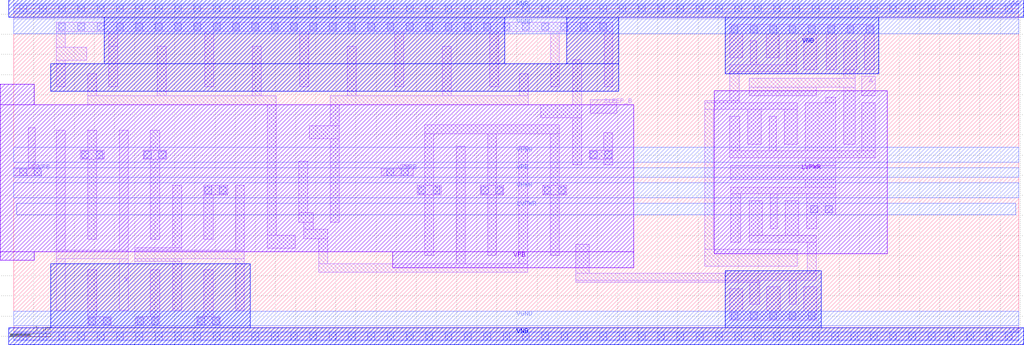
<source format=lef>
VERSION 5.7 ;
  NOWIREEXTENSIONATPIN ON ;
  DIVIDERCHAR "/" ;
  BUSBITCHARS "[]" ;
MACRO sky130_fd_sc_hvl__a21o_1
  CLASS CORE ;
  FOREIGN sky130_fd_sc_hvl__a21o_1 ;
  ORIGIN 0.000 0.000 ;
  SIZE 4.320 BY 4.070 ;
  SYMMETRY X Y ;
  SITE unithv ;
  PIN A1
    DIRECTION INPUT ;
    USE SIGNAL ;
    ANTENNAGATEAREA 1.125000 ;
    PORT
      LAYER li1 ;
        RECT 2.805 1.505 3.715 1.835 ;
    END
  END A1
  PIN A2
    DIRECTION INPUT ;
    USE SIGNAL ;
    ANTENNAGATEAREA 1.125000 ;
    PORT
      LAYER li1 ;
        RECT 3.895 1.505 4.195 1.835 ;
    END
  END A2
  PIN B1
    DIRECTION INPUT ;
    USE SIGNAL ;
    ANTENNAGATEAREA 1.125000 ;
    PORT
      LAYER li1 ;
        RECT 1.085 1.505 2.275 1.750 ;
    END
  END B1
  PIN VGND
    DIRECTION INOUT ;
    USE GROUND ;
    PORT
      LAYER met1 ;
        RECT 0.000 0.255 4.320 0.625 ;
    END
  END VGND
  PIN VNB
    DIRECTION INOUT ;
    USE GROUND ;
    PORT
      LAYER pwell ;
        RECT 0.100 0.215 4.280 1.415 ;
        RECT -0.130 -0.215 4.450 0.215 ;
      LAYER met1 ;
        RECT 0.000 -0.115 4.320 0.115 ;
    END
  END VNB
  PIN VPB
    DIRECTION INOUT ;
    USE POWER ;
    PORT
      LAYER nwell ;
        RECT -0.330 1.885 4.650 4.485 ;
      LAYER met1 ;
        RECT 0.000 3.955 4.320 4.185 ;
    END
  END VPB
  PIN VPWR
    DIRECTION INOUT ;
    USE POWER ;
    PORT
      LAYER met1 ;
        RECT 0.000 3.445 4.320 3.815 ;
    END
  END VPWR
  PIN X
    DIRECTION OUTPUT ;
    USE SIGNAL ;
    ANTENNADIFFAREA 0.611250 ;
    PORT
      LAYER li1 ;
        RECT 0.110 1.325 0.360 3.735 ;
        RECT 0.110 0.495 0.460 1.325 ;
    END
  END X
  OBS
      LAYER li1 ;
        RECT 0.000 3.985 4.320 4.155 ;
        RECT 0.540 2.280 1.440 3.755 ;
        RECT 1.620 2.100 1.870 3.755 ;
        RECT 2.320 2.450 2.650 3.755 ;
        RECT 2.830 2.630 3.780 3.755 ;
        RECT 3.960 2.450 4.210 3.735 ;
        RECT 2.320 2.280 4.210 2.450 ;
        RECT 3.960 2.195 4.210 2.280 ;
        RECT 0.565 1.930 2.625 2.100 ;
        RECT 0.565 1.725 0.895 1.930 ;
        RECT 2.455 1.325 2.625 1.930 ;
        RECT 0.640 0.365 2.250 1.325 ;
        RECT 2.430 0.495 2.680 1.325 ;
        RECT 2.860 0.365 4.170 1.325 ;
        RECT 0.000 -0.085 4.320 0.085 ;
      LAYER mcon ;
        RECT 0.155 3.985 0.325 4.155 ;
        RECT 0.635 3.985 0.805 4.155 ;
        RECT 1.115 3.985 1.285 4.155 ;
        RECT 1.595 3.985 1.765 4.155 ;
        RECT 2.075 3.985 2.245 4.155 ;
        RECT 2.555 3.985 2.725 4.155 ;
        RECT 3.035 3.985 3.205 4.155 ;
        RECT 3.515 3.985 3.685 4.155 ;
        RECT 3.995 3.985 4.165 4.155 ;
        RECT 0.545 3.505 0.715 3.675 ;
        RECT 0.905 3.505 1.075 3.675 ;
        RECT 1.265 3.505 1.435 3.675 ;
        RECT 2.860 3.505 3.030 3.675 ;
        RECT 3.220 3.505 3.390 3.675 ;
        RECT 3.580 3.505 3.750 3.675 ;
        RECT 0.640 0.395 0.810 0.565 ;
        RECT 1.000 0.395 1.170 0.565 ;
        RECT 1.360 0.395 1.530 0.565 ;
        RECT 1.720 0.395 1.890 0.565 ;
        RECT 2.080 0.395 2.250 0.565 ;
        RECT 2.890 0.395 3.060 0.565 ;
        RECT 3.250 0.395 3.420 0.565 ;
        RECT 3.610 0.395 3.780 0.565 ;
        RECT 3.970 0.395 4.140 0.565 ;
        RECT 0.155 -0.085 0.325 0.085 ;
        RECT 0.635 -0.085 0.805 0.085 ;
        RECT 1.115 -0.085 1.285 0.085 ;
        RECT 1.595 -0.085 1.765 0.085 ;
        RECT 2.075 -0.085 2.245 0.085 ;
        RECT 2.555 -0.085 2.725 0.085 ;
        RECT 3.035 -0.085 3.205 0.085 ;
        RECT 3.515 -0.085 3.685 0.085 ;
        RECT 3.995 -0.085 4.165 0.085 ;
  END
END sky130_fd_sc_hvl__a21o_1

#--------EOF---------

MACRO sky130_fd_sc_hvl__a21oi_1
  CLASS CORE ;
  FOREIGN sky130_fd_sc_hvl__a21oi_1 ;
  ORIGIN 0.000 0.000 ;
  SIZE 3.360 BY 4.070 ;
  SYMMETRY X Y ;
  SITE unithv ;
  PIN A1
    DIRECTION INPUT ;
    USE SIGNAL ;
    ANTENNAGATEAREA 1.125000 ;
    PORT
      LAYER li1 ;
        RECT 1.565 1.505 1.915 1.750 ;
    END
  END A1
  PIN A2
    DIRECTION INPUT ;
    USE SIGNAL ;
    ANTENNAGATEAREA 1.125000 ;
    PORT
      LAYER li1 ;
        RECT 0.125 1.505 1.315 1.750 ;
    END
  END A2
  PIN B1
    DIRECTION INPUT ;
    USE SIGNAL ;
    ANTENNAGATEAREA 1.125000 ;
    PORT
      LAYER li1 ;
        RECT 2.470 1.805 2.800 3.260 ;
    END
  END B1
  PIN VGND
    DIRECTION INOUT ;
    USE GROUND ;
    PORT
      LAYER met1 ;
        RECT 0.000 0.255 3.360 0.625 ;
    END
  END VGND
  PIN VNB
    DIRECTION INOUT ;
    USE GROUND ;
    PORT
      LAYER pwell ;
        RECT 0.440 0.215 3.340 1.415 ;
        RECT -0.130 -0.215 3.490 0.215 ;
      LAYER met1 ;
        RECT 0.000 -0.115 3.360 0.115 ;
    END
  END VNB
  PIN VPB
    DIRECTION INOUT ;
    USE POWER ;
    PORT
      LAYER nwell ;
        RECT -0.330 1.885 3.690 4.485 ;
      LAYER met1 ;
        RECT 0.000 3.955 3.360 4.185 ;
    END
  END VPB
  PIN VPWR
    DIRECTION INOUT ;
    USE POWER ;
    PORT
      LAYER met1 ;
        RECT 0.000 3.445 3.360 3.815 ;
    END
  END VPWR
  PIN Y
    DIRECTION OUTPUT ;
    USE SIGNAL ;
    ANTENNADIFFAREA 0.832500 ;
    PORT
      LAYER li1 ;
        RECT 2.980 1.625 3.235 3.755 ;
        RECT 2.220 1.455 3.235 1.625 ;
        RECT 2.220 0.495 2.470 1.455 ;
    END
  END Y
  OBS
      LAYER li1 ;
        RECT 0.000 3.985 3.360 4.155 ;
        RECT 0.260 2.100 0.510 3.755 ;
        RECT 0.690 2.280 1.940 3.755 ;
        RECT 2.120 2.100 2.290 3.755 ;
        RECT 0.260 1.930 2.290 2.100 ;
        RECT 0.330 0.365 2.040 1.325 ;
        RECT 2.675 0.365 3.265 1.275 ;
        RECT 0.000 -0.085 3.360 0.085 ;
      LAYER mcon ;
        RECT 0.155 3.985 0.325 4.155 ;
        RECT 0.635 3.985 0.805 4.155 ;
        RECT 1.115 3.985 1.285 4.155 ;
        RECT 1.595 3.985 1.765 4.155 ;
        RECT 2.075 3.985 2.245 4.155 ;
        RECT 2.555 3.985 2.725 4.155 ;
        RECT 3.035 3.985 3.205 4.155 ;
        RECT 0.690 3.505 0.860 3.675 ;
        RECT 1.050 3.505 1.220 3.675 ;
        RECT 1.410 3.505 1.580 3.675 ;
        RECT 1.770 3.505 1.940 3.675 ;
        RECT 0.380 0.395 0.550 0.565 ;
        RECT 0.740 0.395 0.910 0.565 ;
        RECT 1.100 0.395 1.270 0.565 ;
        RECT 1.460 0.395 1.630 0.565 ;
        RECT 1.820 0.395 1.990 0.565 ;
        RECT 2.705 0.395 2.875 0.565 ;
        RECT 3.065 0.395 3.235 0.565 ;
        RECT 0.155 -0.085 0.325 0.085 ;
        RECT 0.635 -0.085 0.805 0.085 ;
        RECT 1.115 -0.085 1.285 0.085 ;
        RECT 1.595 -0.085 1.765 0.085 ;
        RECT 2.075 -0.085 2.245 0.085 ;
        RECT 2.555 -0.085 2.725 0.085 ;
        RECT 3.035 -0.085 3.205 0.085 ;
  END
END sky130_fd_sc_hvl__a21oi_1

#--------EOF---------

MACRO sky130_fd_sc_hvl__a22o_1
  CLASS CORE ;
  FOREIGN sky130_fd_sc_hvl__a22o_1 ;
  ORIGIN 0.000 0.000 ;
  SIZE 5.280 BY 4.070 ;
  SYMMETRY X Y ;
  SITE unithv ;
  PIN A1
    DIRECTION INPUT ;
    USE SIGNAL ;
    ANTENNAGATEAREA 1.125000 ;
    PORT
      LAYER li1 ;
        RECT 3.485 1.505 4.645 1.750 ;
    END
  END A1
  PIN A2
    DIRECTION INPUT ;
    USE SIGNAL ;
    ANTENNAGATEAREA 1.125000 ;
    PORT
      LAYER li1 ;
        RECT 4.825 1.505 5.155 1.750 ;
    END
  END A2
  PIN B1
    DIRECTION INPUT ;
    USE SIGNAL ;
    ANTENNAGATEAREA 1.125000 ;
    PORT
      LAYER li1 ;
        RECT 3.035 0.810 3.205 1.750 ;
    END
  END B1
  PIN B2
    DIRECTION INPUT ;
    USE SIGNAL ;
    ANTENNAGATEAREA 1.125000 ;
    PORT
      LAYER li1 ;
        RECT 1.990 1.775 2.320 3.260 ;
    END
  END B2
  PIN VGND
    DIRECTION INOUT ;
    USE GROUND ;
    PORT
      LAYER met1 ;
        RECT 0.000 0.255 5.280 0.625 ;
    END
  END VGND
  PIN VNB
    DIRECTION INOUT ;
    USE GROUND ;
    PORT
      LAYER pwell ;
        RECT 0.020 0.215 5.235 1.415 ;
        RECT -0.130 -0.215 5.410 0.215 ;
      LAYER met1 ;
        RECT 0.000 -0.115 5.280 0.115 ;
    END
  END VNB
  PIN VPB
    DIRECTION INOUT ;
    USE POWER ;
    PORT
      LAYER nwell ;
        RECT -0.330 1.885 5.610 4.485 ;
      LAYER met1 ;
        RECT 0.000 3.955 5.280 4.185 ;
    END
  END VPB
  PIN VPWR
    DIRECTION INOUT ;
    USE POWER ;
    PORT
      LAYER met1 ;
        RECT 0.000 3.445 5.280 3.815 ;
    END
  END VPWR
  PIN X
    DIRECTION OUTPUT ;
    USE SIGNAL ;
    ANTENNADIFFAREA 0.626250 ;
    PORT
      LAYER li1 ;
        RECT 0.105 0.495 0.380 3.755 ;
    END
  END X
  OBS
      LAYER li1 ;
        RECT 0.000 3.985 5.280 4.155 ;
        RECT 0.560 2.175 1.460 3.755 ;
        RECT 1.640 3.635 3.530 3.805 ;
        RECT 1.640 2.175 1.810 3.635 ;
        RECT 0.585 1.595 0.915 1.755 ;
        RECT 2.500 1.595 2.830 3.455 ;
        RECT 3.280 2.100 3.530 3.635 ;
        RECT 3.710 2.280 4.660 3.755 ;
        RECT 4.840 2.100 5.170 3.735 ;
        RECT 3.280 1.930 5.170 2.100 ;
        RECT 0.585 1.425 2.855 1.595 ;
        RECT 0.550 0.365 2.260 1.245 ;
        RECT 2.685 0.630 2.855 1.425 ;
        RECT 3.385 0.630 3.635 1.325 ;
        RECT 2.685 0.460 3.635 0.630 ;
        RECT 3.815 0.365 5.125 1.325 ;
        RECT 0.000 -0.085 5.280 0.085 ;
      LAYER mcon ;
        RECT 0.155 3.985 0.325 4.155 ;
        RECT 0.635 3.985 0.805 4.155 ;
        RECT 1.115 3.985 1.285 4.155 ;
        RECT 1.595 3.985 1.765 4.155 ;
        RECT 2.075 3.985 2.245 4.155 ;
        RECT 2.555 3.985 2.725 4.155 ;
        RECT 3.035 3.985 3.205 4.155 ;
        RECT 3.515 3.985 3.685 4.155 ;
        RECT 3.995 3.985 4.165 4.155 ;
        RECT 4.475 3.985 4.645 4.155 ;
        RECT 4.955 3.985 5.125 4.155 ;
        RECT 0.565 3.505 0.735 3.675 ;
        RECT 0.925 3.505 1.095 3.675 ;
        RECT 1.285 3.505 1.455 3.675 ;
        RECT 3.740 3.505 3.910 3.675 ;
        RECT 4.100 3.505 4.270 3.675 ;
        RECT 4.460 3.505 4.630 3.675 ;
        RECT 0.600 0.395 0.770 0.565 ;
        RECT 0.960 0.395 1.130 0.565 ;
        RECT 1.320 0.395 1.490 0.565 ;
        RECT 1.680 0.395 1.850 0.565 ;
        RECT 2.040 0.395 2.210 0.565 ;
        RECT 3.845 0.395 4.015 0.565 ;
        RECT 4.205 0.395 4.375 0.565 ;
        RECT 4.565 0.395 4.735 0.565 ;
        RECT 4.925 0.395 5.095 0.565 ;
        RECT 0.155 -0.085 0.325 0.085 ;
        RECT 0.635 -0.085 0.805 0.085 ;
        RECT 1.115 -0.085 1.285 0.085 ;
        RECT 1.595 -0.085 1.765 0.085 ;
        RECT 2.075 -0.085 2.245 0.085 ;
        RECT 2.555 -0.085 2.725 0.085 ;
        RECT 3.035 -0.085 3.205 0.085 ;
        RECT 3.515 -0.085 3.685 0.085 ;
        RECT 3.995 -0.085 4.165 0.085 ;
        RECT 4.475 -0.085 4.645 0.085 ;
        RECT 4.955 -0.085 5.125 0.085 ;
  END
END sky130_fd_sc_hvl__a22o_1

#--------EOF---------

MACRO sky130_fd_sc_hvl__a22oi_1
  CLASS CORE ;
  FOREIGN sky130_fd_sc_hvl__a22oi_1 ;
  ORIGIN 0.000 0.000 ;
  SIZE 3.840 BY 4.070 ;
  SYMMETRY X Y ;
  SITE unithv ;
  PIN A1
    DIRECTION INPUT ;
    USE SIGNAL ;
    ANTENNAGATEAREA 1.125000 ;
    PORT
      LAYER li1 ;
        RECT 2.045 1.505 2.755 1.750 ;
    END
  END A1
  PIN A2
    DIRECTION INPUT ;
    USE SIGNAL ;
    ANTENNAGATEAREA 1.125000 ;
    PORT
      LAYER li1 ;
        RECT 2.940 1.505 3.715 1.750 ;
    END
  END A2
  PIN B1
    DIRECTION INPUT ;
    USE SIGNAL ;
    ANTENNAGATEAREA 1.125000 ;
    PORT
      LAYER li1 ;
        RECT 1.465 1.505 1.795 1.750 ;
    END
  END B1
  PIN B2
    DIRECTION INPUT ;
    USE SIGNAL ;
    ANTENNAGATEAREA 1.125000 ;
    PORT
      LAYER li1 ;
        RECT 0.125 1.505 0.835 1.835 ;
    END
  END B2
  PIN VGND
    DIRECTION INOUT ;
    USE GROUND ;
    PORT
      LAYER met1 ;
        RECT 0.000 0.255 3.840 0.625 ;
    END
  END VGND
  PIN VNB
    DIRECTION INOUT ;
    USE GROUND ;
    PORT
      LAYER pwell ;
        RECT 0.105 0.215 3.635 1.415 ;
        RECT -0.130 -0.215 3.970 0.215 ;
      LAYER met1 ;
        RECT 0.000 -0.115 3.840 0.115 ;
    END
  END VNB
  PIN VPB
    DIRECTION INOUT ;
    USE POWER ;
    PORT
      LAYER nwell ;
        RECT -0.330 1.885 4.170 4.485 ;
      LAYER met1 ;
        RECT 0.000 3.955 3.840 4.185 ;
    END
  END VPB
  PIN VPWR
    DIRECTION INOUT ;
    USE POWER ;
    PORT
      LAYER met1 ;
        RECT 0.000 3.445 3.840 3.815 ;
    END
  END VPWR
  PIN Y
    DIRECTION OUTPUT ;
    USE SIGNAL ;
    ANTENNADIFFAREA 0.630000 ;
    PORT
      LAYER li1 ;
        RECT 0.925 2.175 1.285 3.455 ;
        RECT 1.085 0.980 1.285 2.175 ;
        RECT 1.705 0.980 1.955 1.325 ;
        RECT 1.085 0.810 1.955 0.980 ;
        RECT 1.705 0.495 1.955 0.810 ;
    END
  END Y
  OBS
      LAYER li1 ;
        RECT 0.000 3.985 3.840 4.155 ;
        RECT 0.145 3.635 1.955 3.805 ;
        RECT 0.145 2.175 0.475 3.635 ;
        RECT 1.705 2.100 1.955 3.635 ;
        RECT 2.135 2.280 3.085 3.755 ;
        RECT 3.265 2.100 3.595 3.755 ;
        RECT 1.705 1.930 3.595 2.100 ;
        RECT 0.090 0.365 0.680 1.325 ;
        RECT 2.135 0.365 3.750 1.325 ;
        RECT 0.000 -0.085 3.840 0.085 ;
      LAYER mcon ;
        RECT 0.155 3.985 0.325 4.155 ;
        RECT 0.635 3.985 0.805 4.155 ;
        RECT 1.115 3.985 1.285 4.155 ;
        RECT 1.595 3.985 1.765 4.155 ;
        RECT 2.075 3.985 2.245 4.155 ;
        RECT 2.555 3.985 2.725 4.155 ;
        RECT 3.035 3.985 3.205 4.155 ;
        RECT 3.515 3.985 3.685 4.155 ;
        RECT 2.165 3.505 2.335 3.675 ;
        RECT 2.525 3.505 2.695 3.675 ;
        RECT 2.885 3.505 3.055 3.675 ;
        RECT 0.120 0.395 0.290 0.565 ;
        RECT 0.480 0.395 0.650 0.565 ;
        RECT 2.135 0.395 2.305 0.565 ;
        RECT 2.495 0.395 2.665 0.565 ;
        RECT 2.855 0.395 3.025 0.565 ;
        RECT 3.215 0.395 3.385 0.565 ;
        RECT 3.575 0.395 3.745 0.565 ;
        RECT 0.155 -0.085 0.325 0.085 ;
        RECT 0.635 -0.085 0.805 0.085 ;
        RECT 1.115 -0.085 1.285 0.085 ;
        RECT 1.595 -0.085 1.765 0.085 ;
        RECT 2.075 -0.085 2.245 0.085 ;
        RECT 2.555 -0.085 2.725 0.085 ;
        RECT 3.035 -0.085 3.205 0.085 ;
        RECT 3.515 -0.085 3.685 0.085 ;
  END
END sky130_fd_sc_hvl__a22oi_1

#--------EOF---------

MACRO sky130_fd_sc_hvl__and2_1
  CLASS CORE ;
  FOREIGN sky130_fd_sc_hvl__and2_1 ;
  ORIGIN 0.000 0.000 ;
  SIZE 3.360 BY 4.070 ;
  SYMMETRY X Y ;
  SITE unithv ;
  PIN A
    DIRECTION INPUT ;
    USE SIGNAL ;
    ANTENNAGATEAREA 0.420000 ;
    PORT
      LAYER li1 ;
        RECT 0.125 1.175 0.535 1.845 ;
    END
  END A
  PIN B
    DIRECTION INPUT ;
    USE SIGNAL ;
    ANTENNAGATEAREA 0.420000 ;
    PORT
      LAYER li1 ;
        RECT 1.065 0.810 1.455 1.725 ;
    END
  END B
  PIN VGND
    DIRECTION INOUT ;
    USE GROUND ;
    PORT
      LAYER met1 ;
        RECT 0.000 0.255 3.360 0.625 ;
    END
  END VGND
  PIN VNB
    DIRECTION INOUT ;
    USE GROUND ;
    PORT
      LAYER pwell ;
        RECT 2.030 1.085 3.340 1.415 ;
        RECT 0.020 0.215 3.340 1.085 ;
        RECT -0.130 -0.215 3.490 0.215 ;
      LAYER met1 ;
        RECT 0.000 -0.115 3.360 0.115 ;
    END
  END VNB
  PIN VPB
    DIRECTION INOUT ;
    USE POWER ;
    PORT
      LAYER nwell ;
        RECT -0.330 1.885 3.690 4.485 ;
      LAYER met1 ;
        RECT 0.000 3.955 3.360 4.185 ;
    END
  END VPB
  PIN VPWR
    DIRECTION INOUT ;
    USE POWER ;
    PORT
      LAYER met1 ;
        RECT 0.000 3.445 3.360 3.815 ;
    END
  END VPWR
  PIN X
    DIRECTION OUTPUT ;
    USE SIGNAL ;
    ANTENNADIFFAREA 0.626250 ;
    PORT
      LAYER li1 ;
        RECT 2.980 0.495 3.255 3.755 ;
    END
  END X
  OBS
      LAYER li1 ;
        RECT 0.000 3.985 3.360 4.155 ;
        RECT 0.090 2.255 1.020 3.705 ;
        RECT 1.200 2.075 1.370 2.675 ;
        RECT 1.550 2.255 2.800 3.755 ;
        RECT 0.715 1.905 2.775 2.075 ;
        RECT 0.715 0.995 0.885 1.905 ;
        RECT 2.445 1.725 2.775 1.905 ;
        RECT 0.130 0.825 0.885 0.995 ;
        RECT 0.130 0.495 0.380 0.825 ;
        RECT 1.635 0.365 2.625 1.325 ;
        RECT 0.000 -0.085 3.360 0.085 ;
      LAYER mcon ;
        RECT 0.155 3.985 0.325 4.155 ;
        RECT 0.635 3.985 0.805 4.155 ;
        RECT 1.115 3.985 1.285 4.155 ;
        RECT 1.595 3.985 1.765 4.155 ;
        RECT 2.075 3.985 2.245 4.155 ;
        RECT 2.555 3.985 2.725 4.155 ;
        RECT 3.035 3.985 3.205 4.155 ;
        RECT 0.110 3.505 0.280 3.675 ;
        RECT 0.470 3.505 0.640 3.675 ;
        RECT 0.830 3.505 1.000 3.675 ;
        RECT 1.550 3.505 1.720 3.675 ;
        RECT 1.910 3.505 2.080 3.675 ;
        RECT 2.270 3.505 2.440 3.675 ;
        RECT 2.630 3.505 2.800 3.675 ;
        RECT 1.685 0.395 1.855 0.565 ;
        RECT 2.045 0.395 2.215 0.565 ;
        RECT 2.405 0.395 2.575 0.565 ;
        RECT 0.155 -0.085 0.325 0.085 ;
        RECT 0.635 -0.085 0.805 0.085 ;
        RECT 1.115 -0.085 1.285 0.085 ;
        RECT 1.595 -0.085 1.765 0.085 ;
        RECT 2.075 -0.085 2.245 0.085 ;
        RECT 2.555 -0.085 2.725 0.085 ;
        RECT 3.035 -0.085 3.205 0.085 ;
  END
END sky130_fd_sc_hvl__and2_1

#--------EOF---------

MACRO sky130_fd_sc_hvl__and3_1
  CLASS CORE ;
  FOREIGN sky130_fd_sc_hvl__and3_1 ;
  ORIGIN 0.000 0.000 ;
  SIZE 3.840 BY 4.070 ;
  SYMMETRY X Y ;
  SITE unithv ;
  PIN A
    DIRECTION INPUT ;
    USE SIGNAL ;
    ANTENNAGATEAREA 0.420000 ;
    PORT
      LAYER li1 ;
        RECT 0.605 0.810 0.935 1.645 ;
    END
  END A
  PIN B
    DIRECTION INPUT ;
    USE SIGNAL ;
    ANTENNAGATEAREA 0.420000 ;
    PORT
      LAYER li1 ;
        RECT 0.605 2.175 1.565 2.490 ;
    END
  END B
  PIN C
    DIRECTION INPUT ;
    USE SIGNAL ;
    ANTENNAGATEAREA 0.420000 ;
    PORT
      LAYER li1 ;
        RECT 1.115 0.810 2.255 1.645 ;
    END
  END C
  PIN VGND
    DIRECTION INOUT ;
    USE GROUND ;
    PORT
      LAYER met1 ;
        RECT 0.000 0.255 3.840 0.625 ;
    END
  END VGND
  PIN VNB
    DIRECTION INOUT ;
    USE GROUND ;
    PORT
      LAYER pwell ;
        RECT 0.065 0.215 3.820 1.415 ;
        RECT -0.130 -0.215 3.970 0.215 ;
      LAYER met1 ;
        RECT 0.000 -0.115 3.840 0.115 ;
    END
  END VNB
  PIN VPB
    DIRECTION INOUT ;
    USE POWER ;
    PORT
      LAYER nwell ;
        RECT -0.330 1.885 4.170 4.485 ;
      LAYER met1 ;
        RECT 0.000 3.955 3.840 4.185 ;
    END
  END VPB
  PIN VPWR
    DIRECTION INOUT ;
    USE POWER ;
    PORT
      LAYER met1 ;
        RECT 0.000 3.445 3.840 3.815 ;
    END
  END VPWR
  PIN X
    DIRECTION OUTPUT ;
    USE SIGNAL ;
    ANTENNADIFFAREA 0.626250 ;
    PORT
      LAYER li1 ;
        RECT 3.365 2.175 3.715 3.755 ;
        RECT 3.410 0.495 3.715 2.175 ;
    END
  END X
  OBS
      LAYER li1 ;
        RECT 0.000 3.985 3.840 4.155 ;
        RECT 0.130 1.995 0.380 3.045 ;
        RECT 0.560 2.670 1.510 3.705 ;
        RECT 1.770 1.995 2.020 3.045 ;
        RECT 2.200 2.175 3.150 3.755 ;
        RECT 0.130 1.825 3.240 1.995 ;
        RECT 0.130 0.825 0.425 1.825 ;
        RECT 2.910 1.665 3.240 1.825 ;
        RECT 2.435 0.365 3.240 1.325 ;
        RECT 0.000 -0.085 3.840 0.085 ;
      LAYER mcon ;
        RECT 0.155 3.985 0.325 4.155 ;
        RECT 0.635 3.985 0.805 4.155 ;
        RECT 1.115 3.985 1.285 4.155 ;
        RECT 1.595 3.985 1.765 4.155 ;
        RECT 2.075 3.985 2.245 4.155 ;
        RECT 2.555 3.985 2.725 4.155 ;
        RECT 3.035 3.985 3.205 4.155 ;
        RECT 3.515 3.985 3.685 4.155 ;
        RECT 0.590 3.505 0.760 3.675 ;
        RECT 0.950 3.505 1.120 3.675 ;
        RECT 1.310 3.505 1.480 3.675 ;
        RECT 2.230 3.505 2.400 3.675 ;
        RECT 2.590 3.505 2.760 3.675 ;
        RECT 2.950 3.505 3.120 3.675 ;
        RECT 2.485 0.395 2.655 0.565 ;
        RECT 3.015 0.395 3.185 0.565 ;
        RECT 0.155 -0.085 0.325 0.085 ;
        RECT 0.635 -0.085 0.805 0.085 ;
        RECT 1.115 -0.085 1.285 0.085 ;
        RECT 1.595 -0.085 1.765 0.085 ;
        RECT 2.075 -0.085 2.245 0.085 ;
        RECT 2.555 -0.085 2.725 0.085 ;
        RECT 3.035 -0.085 3.205 0.085 ;
        RECT 3.515 -0.085 3.685 0.085 ;
  END
END sky130_fd_sc_hvl__and3_1

#--------EOF---------

MACRO sky130_fd_sc_hvl__buf_1
  CLASS CORE ;
  FOREIGN sky130_fd_sc_hvl__buf_1 ;
  ORIGIN 0.000 0.000 ;
  SIZE 2.400 BY 4.070 ;
  SYMMETRY X Y ;
  SITE unithv ;
  PIN A
    DIRECTION INPUT ;
    USE SIGNAL ;
    ANTENNAGATEAREA 0.585000 ;
    PORT
      LAYER li1 ;
        RECT 1.465 1.465 1.795 3.260 ;
    END
  END A
  PIN VGND
    DIRECTION INOUT ;
    USE GROUND ;
    PORT
      LAYER met1 ;
        RECT 0.000 0.255 2.400 0.625 ;
    END
  END VGND
  PIN VNB
    DIRECTION INOUT ;
    USE GROUND ;
    PORT
      LAYER pwell ;
        RECT 0.025 1.085 1.335 1.415 ;
        RECT 0.025 0.215 2.335 1.085 ;
        RECT -0.130 -0.215 2.530 0.215 ;
      LAYER met1 ;
        RECT 0.000 -0.115 2.400 0.115 ;
    END
  END VNB
  PIN VPB
    DIRECTION INOUT ;
    USE POWER ;
    PORT
      LAYER nwell ;
        RECT -0.330 1.885 2.730 4.485 ;
      LAYER met1 ;
        RECT 0.000 3.955 2.400 4.185 ;
    END
  END VPB
  PIN VPWR
    DIRECTION INOUT ;
    USE POWER ;
    PORT
      LAYER met1 ;
        RECT 0.000 3.445 2.400 3.815 ;
    END
  END VPWR
  PIN X
    DIRECTION OUTPUT ;
    USE SIGNAL ;
    ANTENNADIFFAREA 0.626250 ;
    PORT
      LAYER li1 ;
        RECT 0.115 2.175 0.550 3.755 ;
        RECT 0.115 0.495 0.365 2.175 ;
    END
  END X
  OBS
      LAYER li1 ;
        RECT 0.000 3.985 2.400 4.155 ;
        RECT 0.730 2.175 1.285 3.755 ;
        RECT 0.675 1.285 1.005 1.745 ;
        RECT 1.975 1.285 2.225 3.005 ;
        RECT 0.675 1.115 2.225 1.285 ;
        RECT 0.545 0.365 1.795 0.935 ;
        RECT 1.975 0.495 2.225 1.115 ;
        RECT 0.000 -0.085 2.400 0.085 ;
      LAYER mcon ;
        RECT 0.155 3.985 0.325 4.155 ;
        RECT 0.635 3.985 0.805 4.155 ;
        RECT 1.115 3.985 1.285 4.155 ;
        RECT 1.595 3.985 1.765 4.155 ;
        RECT 2.075 3.985 2.245 4.155 ;
        RECT 0.740 3.505 0.910 3.675 ;
        RECT 1.100 3.505 1.270 3.675 ;
        RECT 0.545 0.395 0.715 0.565 ;
        RECT 0.905 0.395 1.075 0.565 ;
        RECT 1.265 0.395 1.435 0.565 ;
        RECT 1.625 0.395 1.795 0.565 ;
        RECT 0.155 -0.085 0.325 0.085 ;
        RECT 0.635 -0.085 0.805 0.085 ;
        RECT 1.115 -0.085 1.285 0.085 ;
        RECT 1.595 -0.085 1.765 0.085 ;
        RECT 2.075 -0.085 2.245 0.085 ;
  END
END sky130_fd_sc_hvl__buf_1

#--------EOF---------

MACRO sky130_fd_sc_hvl__buf_2
  CLASS CORE ;
  FOREIGN sky130_fd_sc_hvl__buf_2 ;
  ORIGIN 0.000 0.000 ;
  SIZE 3.360 BY 4.070 ;
  SYMMETRY X Y ;
  SITE unithv ;
  PIN A
    DIRECTION INPUT ;
    USE SIGNAL ;
    ANTENNAGATEAREA 0.585000 ;
    PORT
      LAYER li1 ;
        RECT 2.045 1.775 2.775 2.120 ;
    END
  END A
  PIN VGND
    DIRECTION INOUT ;
    USE GROUND ;
    PORT
      LAYER met1 ;
        RECT 0.000 0.255 3.360 0.625 ;
    END
  END VGND
  PIN VNB
    DIRECTION INOUT ;
    USE GROUND ;
    PORT
      LAYER pwell ;
        RECT 0.250 0.215 3.340 1.415 ;
        RECT -0.130 -0.215 3.490 0.215 ;
      LAYER met1 ;
        RECT 0.000 -0.115 3.360 0.115 ;
    END
  END VNB
  PIN VPB
    DIRECTION INOUT ;
    USE POWER ;
    PORT
      LAYER nwell ;
        RECT -0.330 1.885 3.690 4.485 ;
      LAYER met1 ;
        RECT 0.000 3.955 3.360 4.185 ;
    END
  END VPB
  PIN VPWR
    DIRECTION INOUT ;
    USE POWER ;
    PORT
      LAYER met1 ;
        RECT 0.000 3.445 3.360 3.815 ;
    END
  END VPWR
  PIN X
    DIRECTION OUTPUT ;
    USE SIGNAL ;
    ANTENNADIFFAREA 0.630000 ;
    PORT
      LAYER li1 ;
        RECT 1.200 1.780 1.370 3.755 ;
        RECT 0.125 1.720 1.370 1.780 ;
        RECT 0.125 1.550 1.390 1.720 ;
        RECT 1.220 0.495 1.390 1.550 ;
    END
  END X
  OBS
      LAYER li1 ;
        RECT 0.000 3.985 3.360 4.155 ;
        RECT 0.090 2.175 1.020 3.755 ;
        RECT 1.550 2.300 2.800 3.755 ;
        RECT 1.570 1.595 1.865 1.755 ;
        RECT 2.980 1.595 3.250 3.005 ;
        RECT 1.570 1.425 3.250 1.595 ;
        RECT 0.090 0.365 1.040 1.325 ;
        RECT 1.570 0.365 2.820 1.245 ;
        RECT 3.000 0.825 3.250 1.425 ;
        RECT 0.000 -0.085 3.360 0.085 ;
      LAYER mcon ;
        RECT 0.155 3.985 0.325 4.155 ;
        RECT 0.635 3.985 0.805 4.155 ;
        RECT 1.115 3.985 1.285 4.155 ;
        RECT 1.595 3.985 1.765 4.155 ;
        RECT 2.075 3.985 2.245 4.155 ;
        RECT 2.555 3.985 2.725 4.155 ;
        RECT 3.035 3.985 3.205 4.155 ;
        RECT 0.110 3.505 0.280 3.675 ;
        RECT 0.470 3.505 0.640 3.675 ;
        RECT 0.830 3.505 1.000 3.675 ;
        RECT 1.550 3.505 1.720 3.675 ;
        RECT 1.910 3.505 2.080 3.675 ;
        RECT 2.270 3.505 2.440 3.675 ;
        RECT 2.630 3.505 2.800 3.675 ;
        RECT 0.120 0.395 0.290 0.565 ;
        RECT 0.480 0.395 0.650 0.565 ;
        RECT 0.840 0.395 1.010 0.565 ;
        RECT 1.570 0.395 1.740 0.565 ;
        RECT 1.930 0.395 2.100 0.565 ;
        RECT 2.290 0.395 2.460 0.565 ;
        RECT 2.650 0.395 2.820 0.565 ;
        RECT 0.155 -0.085 0.325 0.085 ;
        RECT 0.635 -0.085 0.805 0.085 ;
        RECT 1.115 -0.085 1.285 0.085 ;
        RECT 1.595 -0.085 1.765 0.085 ;
        RECT 2.075 -0.085 2.245 0.085 ;
        RECT 2.555 -0.085 2.725 0.085 ;
        RECT 3.035 -0.085 3.205 0.085 ;
  END
END sky130_fd_sc_hvl__buf_2

#--------EOF---------

MACRO sky130_fd_sc_hvl__buf_4
  CLASS CORE ;
  FOREIGN sky130_fd_sc_hvl__buf_4 ;
  ORIGIN 0.000 0.000 ;
  SIZE 4.800 BY 4.070 ;
  SYMMETRY X Y ;
  SITE unithv ;
  PIN A
    DIRECTION INPUT ;
    USE SIGNAL ;
    ANTENNAGATEAREA 1.125000 ;
    PORT
      LAYER li1 ;
        RECT 3.885 1.775 4.215 2.120 ;
    END
  END A
  PIN VGND
    DIRECTION INOUT ;
    USE GROUND ;
    PORT
      LAYER met1 ;
        RECT 0.000 0.255 4.800 0.625 ;
    END
  END VGND
  PIN VNB
    DIRECTION INOUT ;
    USE GROUND ;
    PORT
      LAYER pwell ;
        RECT 0.330 0.215 4.780 1.415 ;
        RECT -0.130 -0.215 4.930 0.215 ;
      LAYER met1 ;
        RECT 0.000 -0.115 4.800 0.115 ;
    END
  END VNB
  PIN VPB
    DIRECTION INOUT ;
    USE POWER ;
    PORT
      LAYER nwell ;
        RECT -0.330 1.885 5.130 4.485 ;
      LAYER met1 ;
        RECT 0.000 3.955 4.800 4.185 ;
    END
  END VPB
  PIN VPWR
    DIRECTION INOUT ;
    USE POWER ;
    PORT
      LAYER met1 ;
        RECT 0.000 3.445 4.800 3.815 ;
    END
  END VPWR
  PIN X
    DIRECTION OUTPUT ;
    USE SIGNAL ;
    ANTENNADIFFAREA 1.260000 ;
    PORT
      LAYER li1 ;
        RECT 1.220 2.075 1.470 3.755 ;
        RECT 2.780 2.075 3.110 3.755 ;
        RECT 1.220 1.905 3.110 2.075 ;
        RECT 1.220 1.780 1.390 1.905 ;
        RECT 0.125 1.550 1.390 1.780 ;
        RECT 1.220 1.375 1.390 1.550 ;
        RECT 1.220 1.205 3.030 1.375 ;
        RECT 1.220 0.495 1.470 1.205 ;
        RECT 2.780 0.495 3.030 1.205 ;
    END
  END X
  OBS
      LAYER li1 ;
        RECT 0.000 3.985 4.800 4.155 ;
        RECT 0.090 2.175 1.040 3.755 ;
        RECT 1.650 2.255 2.600 3.755 ;
        RECT 3.290 2.300 4.240 3.755 ;
        RECT 1.570 1.595 3.600 1.725 ;
        RECT 4.420 1.595 4.670 3.755 ;
        RECT 1.570 1.555 4.670 1.595 ;
        RECT 3.430 1.425 4.670 1.555 ;
        RECT 0.090 0.365 1.040 1.325 ;
        RECT 1.650 0.365 2.600 1.025 ;
        RECT 3.210 0.365 4.160 1.245 ;
        RECT 4.340 0.495 4.670 1.425 ;
        RECT 0.000 -0.085 4.800 0.085 ;
      LAYER mcon ;
        RECT 0.155 3.985 0.325 4.155 ;
        RECT 0.635 3.985 0.805 4.155 ;
        RECT 1.115 3.985 1.285 4.155 ;
        RECT 1.595 3.985 1.765 4.155 ;
        RECT 2.075 3.985 2.245 4.155 ;
        RECT 2.555 3.985 2.725 4.155 ;
        RECT 3.035 3.985 3.205 4.155 ;
        RECT 3.515 3.985 3.685 4.155 ;
        RECT 3.995 3.985 4.165 4.155 ;
        RECT 4.475 3.985 4.645 4.155 ;
        RECT 0.120 3.505 0.290 3.675 ;
        RECT 0.480 3.505 0.650 3.675 ;
        RECT 0.840 3.505 1.010 3.675 ;
        RECT 1.680 3.505 1.850 3.675 ;
        RECT 2.040 3.505 2.210 3.675 ;
        RECT 2.400 3.505 2.570 3.675 ;
        RECT 3.320 3.505 3.490 3.675 ;
        RECT 3.680 3.505 3.850 3.675 ;
        RECT 4.040 3.505 4.210 3.675 ;
        RECT 0.120 0.395 0.290 0.565 ;
        RECT 0.480 0.395 0.650 0.565 ;
        RECT 0.840 0.395 1.010 0.565 ;
        RECT 1.680 0.395 1.850 0.565 ;
        RECT 2.040 0.395 2.210 0.565 ;
        RECT 2.400 0.395 2.570 0.565 ;
        RECT 3.240 0.395 3.410 0.565 ;
        RECT 3.600 0.395 3.770 0.565 ;
        RECT 3.960 0.395 4.130 0.565 ;
        RECT 0.155 -0.085 0.325 0.085 ;
        RECT 0.635 -0.085 0.805 0.085 ;
        RECT 1.115 -0.085 1.285 0.085 ;
        RECT 1.595 -0.085 1.765 0.085 ;
        RECT 2.075 -0.085 2.245 0.085 ;
        RECT 2.555 -0.085 2.725 0.085 ;
        RECT 3.035 -0.085 3.205 0.085 ;
        RECT 3.515 -0.085 3.685 0.085 ;
        RECT 3.995 -0.085 4.165 0.085 ;
        RECT 4.475 -0.085 4.645 0.085 ;
  END
END sky130_fd_sc_hvl__buf_4

#--------EOF---------

MACRO sky130_fd_sc_hvl__buf_8
  CLASS CORE ;
  FOREIGN sky130_fd_sc_hvl__buf_8 ;
  ORIGIN 0.000 0.000 ;
  SIZE 9.600 BY 4.070 ;
  SYMMETRY X Y ;
  SITE unithv ;
  PIN A
    DIRECTION INPUT ;
    USE SIGNAL ;
    ANTENNAGATEAREA 3.375000 ;
    PORT
      LAYER li1 ;
        RECT 0.635 1.580 2.245 1.815 ;
    END
  END A
  PIN VGND
    DIRECTION INOUT ;
    USE GROUND ;
    PORT
      LAYER met1 ;
        RECT 0.000 0.255 9.600 0.625 ;
    END
  END VGND
  PIN VNB
    DIRECTION INOUT ;
    USE GROUND ;
    PORT
      LAYER pwell ;
        RECT 0.115 0.215 9.505 1.585 ;
        RECT -0.130 -0.215 9.730 0.215 ;
      LAYER met1 ;
        RECT 0.000 -0.115 9.600 0.115 ;
    END
  END VNB
  PIN VPB
    DIRECTION INOUT ;
    USE POWER ;
    PORT
      LAYER nwell ;
        RECT -0.330 1.885 9.930 4.485 ;
      LAYER met1 ;
        RECT 0.000 3.955 9.600 4.185 ;
    END
  END VPB
  PIN VPWR
    DIRECTION INOUT ;
    USE POWER ;
    PORT
      LAYER met1 ;
        RECT 0.000 3.445 9.600 3.815 ;
    END
  END VPWR
  PIN X
    DIRECTION OUTPUT ;
    USE SIGNAL ;
    ANTENNADIFFAREA 2.520000 ;
    PORT
      LAYER li1 ;
        RECT 3.605 2.205 3.935 3.445 ;
        RECT 5.165 2.205 5.495 3.445 ;
        RECT 6.725 2.205 7.055 3.445 ;
        RECT 8.285 3.230 8.735 3.445 ;
        RECT 8.285 2.205 8.965 3.230 ;
        RECT 3.605 2.035 8.965 2.205 ;
        RECT 3.665 1.625 8.555 1.795 ;
        RECT 3.665 0.805 3.875 1.625 ;
        RECT 5.225 0.805 5.435 1.625 ;
        RECT 6.785 0.805 6.995 1.625 ;
        RECT 8.345 0.975 8.555 1.625 ;
        RECT 8.735 0.975 8.965 2.035 ;
        RECT 8.345 0.805 8.965 0.975 ;
    END
  END X
  OBS
      LAYER li1 ;
        RECT 0.000 3.985 9.600 4.155 ;
        RECT 0.615 3.625 9.505 3.795 ;
        RECT 0.245 2.265 0.435 3.545 ;
        RECT 0.615 2.445 1.865 3.625 ;
        RECT 2.045 2.265 2.595 3.445 ;
        RECT 2.765 2.385 3.435 3.625 ;
        RECT 4.105 2.385 4.995 3.625 ;
        RECT 5.665 2.385 6.555 3.625 ;
        RECT 7.225 2.385 8.115 3.625 ;
        RECT 8.905 3.475 9.505 3.625 ;
        RECT 9.135 2.385 9.505 3.475 ;
        RECT 0.245 2.095 2.595 2.265 ;
        RECT 0.245 1.475 0.435 2.095 ;
        RECT 2.425 1.955 2.595 2.095 ;
        RECT 2.425 1.625 3.380 1.955 ;
        RECT 0.245 0.805 0.455 1.475 ;
        RECT 2.425 1.400 2.595 1.625 ;
        RECT 0.675 0.550 1.925 1.385 ;
        RECT 2.105 1.230 2.595 1.400 ;
        RECT 2.105 0.730 2.315 1.230 ;
        RECT 2.765 0.760 3.495 1.445 ;
        RECT 2.605 0.550 3.495 0.760 ;
        RECT 4.045 0.550 5.055 1.445 ;
        RECT 5.605 0.550 6.615 1.445 ;
        RECT 7.165 0.550 8.175 1.445 ;
        RECT 9.135 0.600 9.505 1.445 ;
        RECT 8.975 0.550 9.505 0.600 ;
        RECT 0.675 0.380 9.505 0.550 ;
        RECT 0.000 -0.085 9.600 0.085 ;
      LAYER mcon ;
        RECT 0.155 3.985 0.325 4.155 ;
        RECT 0.635 3.985 0.805 4.155 ;
        RECT 1.115 3.985 1.285 4.155 ;
        RECT 1.595 3.985 1.765 4.155 ;
        RECT 2.075 3.985 2.245 4.155 ;
        RECT 2.555 3.985 2.725 4.155 ;
        RECT 3.035 3.985 3.205 4.155 ;
        RECT 3.515 3.985 3.685 4.155 ;
        RECT 3.995 3.985 4.165 4.155 ;
        RECT 4.475 3.985 4.645 4.155 ;
        RECT 4.955 3.985 5.125 4.155 ;
        RECT 5.435 3.985 5.605 4.155 ;
        RECT 5.915 3.985 6.085 4.155 ;
        RECT 6.395 3.985 6.565 4.155 ;
        RECT 6.875 3.985 7.045 4.155 ;
        RECT 7.355 3.985 7.525 4.155 ;
        RECT 7.835 3.985 8.005 4.155 ;
        RECT 8.315 3.985 8.485 4.155 ;
        RECT 8.795 3.985 8.965 4.155 ;
        RECT 9.275 3.985 9.445 4.155 ;
        RECT 0.615 3.475 0.785 3.645 ;
        RECT 0.975 3.475 1.145 3.645 ;
        RECT 1.335 3.475 1.505 3.645 ;
        RECT 1.695 3.475 1.865 3.645 ;
        RECT 2.770 3.475 2.940 3.645 ;
        RECT 3.130 3.475 3.300 3.645 ;
        RECT 4.105 3.475 4.275 3.645 ;
        RECT 4.465 3.475 4.635 3.645 ;
        RECT 4.825 3.475 4.995 3.645 ;
        RECT 5.665 3.475 5.835 3.645 ;
        RECT 6.025 3.475 6.195 3.645 ;
        RECT 6.385 3.475 6.555 3.645 ;
        RECT 7.230 3.475 7.400 3.645 ;
        RECT 7.945 3.475 8.115 3.645 ;
        RECT 9.265 3.475 9.435 3.645 ;
        RECT 1.035 0.380 1.205 0.550 ;
        RECT 1.395 0.380 1.565 0.550 ;
        RECT 1.755 0.380 1.925 0.550 ;
        RECT 2.605 0.380 2.775 0.550 ;
        RECT 2.965 0.380 3.135 0.550 ;
        RECT 3.325 0.380 3.495 0.550 ;
        RECT 4.070 0.380 4.240 0.550 ;
        RECT 4.430 0.380 4.600 0.550 ;
        RECT 4.790 0.380 4.960 0.550 ;
        RECT 5.670 0.380 5.840 0.550 ;
        RECT 6.030 0.380 6.200 0.550 ;
        RECT 6.390 0.380 6.560 0.550 ;
        RECT 7.235 0.380 7.405 0.550 ;
        RECT 7.595 0.380 7.765 0.550 ;
        RECT 7.955 0.380 8.125 0.550 ;
        RECT 8.975 0.380 9.145 0.550 ;
        RECT 9.335 0.380 9.505 0.550 ;
        RECT 0.155 -0.085 0.325 0.085 ;
        RECT 0.635 -0.085 0.805 0.085 ;
        RECT 1.115 -0.085 1.285 0.085 ;
        RECT 1.595 -0.085 1.765 0.085 ;
        RECT 2.075 -0.085 2.245 0.085 ;
        RECT 2.555 -0.085 2.725 0.085 ;
        RECT 3.035 -0.085 3.205 0.085 ;
        RECT 3.515 -0.085 3.685 0.085 ;
        RECT 3.995 -0.085 4.165 0.085 ;
        RECT 4.475 -0.085 4.645 0.085 ;
        RECT 4.955 -0.085 5.125 0.085 ;
        RECT 5.435 -0.085 5.605 0.085 ;
        RECT 5.915 -0.085 6.085 0.085 ;
        RECT 6.395 -0.085 6.565 0.085 ;
        RECT 6.875 -0.085 7.045 0.085 ;
        RECT 7.355 -0.085 7.525 0.085 ;
        RECT 7.835 -0.085 8.005 0.085 ;
        RECT 8.315 -0.085 8.485 0.085 ;
        RECT 8.795 -0.085 8.965 0.085 ;
        RECT 9.275 -0.085 9.445 0.085 ;
  END
END sky130_fd_sc_hvl__buf_8

#--------EOF---------

MACRO sky130_fd_sc_hvl__buf_16
  CLASS CORE ;
  FOREIGN sky130_fd_sc_hvl__buf_16 ;
  ORIGIN 0.000 0.000 ;
  SIZE 17.760 BY 4.070 ;
  SYMMETRY X Y ;
  SITE unithv ;
  PIN A
    DIRECTION INPUT ;
    USE SIGNAL ;
    ANTENNAGATEAREA 6.750000 ;
    PORT
      LAYER li1 ;
        RECT 0.220 1.580 4.630 1.815 ;
    END
  END A
  PIN VGND
    DIRECTION INOUT ;
    USE GROUND ;
    PORT
      LAYER met1 ;
        RECT 0.000 0.255 17.760 0.625 ;
    END
  END VGND
  PIN VNB
    DIRECTION INOUT ;
    USE GROUND ;
    PORT
      LAYER pwell ;
        RECT 0.020 0.215 17.690 1.585 ;
        RECT -0.130 -0.215 17.890 0.215 ;
      LAYER met1 ;
        RECT 0.000 -0.115 17.760 0.115 ;
    END
  END VNB
  PIN VPB
    DIRECTION INOUT ;
    USE POWER ;
    PORT
      LAYER nwell ;
        RECT -0.330 1.885 18.090 4.485 ;
      LAYER met1 ;
        RECT 0.000 3.955 17.760 4.185 ;
    END
  END VPB
  PIN VPWR
    DIRECTION INOUT ;
    USE POWER ;
    PORT
      LAYER met1 ;
        RECT 0.000 3.445 17.760 3.815 ;
    END
  END VPWR
  PIN X
    DIRECTION OUTPUT ;
    USE SIGNAL ;
    ANTENNADIFFAREA 5.040000 ;
    PORT
      LAYER met1 ;
        RECT 5.590 2.490 5.880 2.520 ;
        RECT 7.150 2.490 7.440 2.520 ;
        RECT 8.710 2.490 9.000 2.520 ;
        RECT 10.270 2.490 10.560 2.520 ;
        RECT 11.830 2.490 12.120 2.520 ;
        RECT 13.390 2.490 13.680 2.520 ;
        RECT 14.950 2.490 15.240 2.520 ;
        RECT 16.510 2.490 16.800 2.520 ;
        RECT 5.590 2.320 16.800 2.490 ;
        RECT 5.590 2.290 5.880 2.320 ;
        RECT 7.150 2.290 7.440 2.320 ;
        RECT 8.710 2.290 9.000 2.320 ;
        RECT 10.270 2.290 10.560 2.320 ;
        RECT 11.830 2.290 12.120 2.320 ;
        RECT 13.390 2.290 13.680 2.320 ;
        RECT 14.950 2.290 15.240 2.320 ;
        RECT 16.510 2.290 16.800 2.320 ;
    END
  END X
  OBS
      LAYER li1 ;
        RECT 0.000 3.985 17.760 4.155 ;
        RECT 0.110 2.175 0.680 3.755 ;
        RECT 0.850 2.265 1.160 3.755 ;
        RECT 1.340 2.445 2.230 3.675 ;
        RECT 2.400 2.265 2.710 3.755 ;
        RECT 2.880 2.445 3.770 3.675 ;
        RECT 3.940 2.265 4.290 3.755 ;
        RECT 4.460 2.445 5.350 3.675 ;
        RECT 0.850 1.985 5.350 2.265 ;
        RECT 4.800 1.410 5.350 1.985 ;
        RECT 0.110 0.425 0.645 1.410 ;
        RECT 0.815 1.195 5.350 1.410 ;
        RECT 0.815 0.755 1.170 1.195 ;
        RECT 1.340 0.415 2.230 1.025 ;
        RECT 2.400 0.730 2.790 1.195 ;
        RECT 2.960 0.425 3.855 1.025 ;
        RECT 4.025 0.730 4.270 1.195 ;
        RECT 4.440 0.425 5.330 1.025 ;
        RECT 5.570 0.790 5.900 3.755 ;
        RECT 6.070 2.175 6.960 3.755 ;
        RECT 6.160 1.565 6.830 1.895 ;
        RECT 6.070 0.425 6.960 1.395 ;
        RECT 7.130 0.790 7.460 3.755 ;
        RECT 7.630 2.175 8.520 3.755 ;
        RECT 7.720 1.565 8.390 1.895 ;
        RECT 7.630 0.425 8.520 1.395 ;
        RECT 8.690 0.790 9.020 3.755 ;
        RECT 9.190 2.175 10.080 3.755 ;
        RECT 9.280 1.565 9.950 1.895 ;
        RECT 9.190 0.425 10.080 1.395 ;
        RECT 10.250 0.790 10.580 3.755 ;
        RECT 10.750 2.175 11.640 3.755 ;
        RECT 10.840 1.565 11.510 1.895 ;
        RECT 10.750 0.425 11.640 1.395 ;
        RECT 11.810 0.790 12.140 3.755 ;
        RECT 12.310 2.175 13.200 3.755 ;
        RECT 12.400 1.565 13.070 1.895 ;
        RECT 12.310 0.425 13.200 1.395 ;
        RECT 13.370 0.790 13.700 3.755 ;
        RECT 13.870 2.175 14.760 3.755 ;
        RECT 13.960 1.565 14.630 1.895 ;
        RECT 13.870 0.425 14.760 1.395 ;
        RECT 14.930 0.790 15.260 3.755 ;
        RECT 15.430 2.175 16.320 3.755 ;
        RECT 15.520 1.565 16.190 1.895 ;
        RECT 15.430 0.425 16.320 1.395 ;
        RECT 16.490 0.790 16.900 3.755 ;
        RECT 17.070 2.175 17.600 3.755 ;
        RECT 17.070 0.425 17.600 1.495 ;
        RECT 0.000 -0.085 17.760 0.085 ;
      LAYER mcon ;
        RECT 0.155 3.985 0.325 4.155 ;
        RECT 0.635 3.985 0.805 4.155 ;
        RECT 1.115 3.985 1.285 4.155 ;
        RECT 1.595 3.985 1.765 4.155 ;
        RECT 2.075 3.985 2.245 4.155 ;
        RECT 2.555 3.985 2.725 4.155 ;
        RECT 3.035 3.985 3.205 4.155 ;
        RECT 3.515 3.985 3.685 4.155 ;
        RECT 3.995 3.985 4.165 4.155 ;
        RECT 4.475 3.985 4.645 4.155 ;
        RECT 4.955 3.985 5.125 4.155 ;
        RECT 5.435 3.985 5.605 4.155 ;
        RECT 5.915 3.985 6.085 4.155 ;
        RECT 6.395 3.985 6.565 4.155 ;
        RECT 6.875 3.985 7.045 4.155 ;
        RECT 7.355 3.985 7.525 4.155 ;
        RECT 7.835 3.985 8.005 4.155 ;
        RECT 8.315 3.985 8.485 4.155 ;
        RECT 8.795 3.985 8.965 4.155 ;
        RECT 9.275 3.985 9.445 4.155 ;
        RECT 9.755 3.985 9.925 4.155 ;
        RECT 10.235 3.985 10.405 4.155 ;
        RECT 10.715 3.985 10.885 4.155 ;
        RECT 11.195 3.985 11.365 4.155 ;
        RECT 11.675 3.985 11.845 4.155 ;
        RECT 12.155 3.985 12.325 4.155 ;
        RECT 12.635 3.985 12.805 4.155 ;
        RECT 13.115 3.985 13.285 4.155 ;
        RECT 13.595 3.985 13.765 4.155 ;
        RECT 14.075 3.985 14.245 4.155 ;
        RECT 14.555 3.985 14.725 4.155 ;
        RECT 15.035 3.985 15.205 4.155 ;
        RECT 15.515 3.985 15.685 4.155 ;
        RECT 15.995 3.985 16.165 4.155 ;
        RECT 16.475 3.985 16.645 4.155 ;
        RECT 16.955 3.985 17.125 4.155 ;
        RECT 17.435 3.985 17.605 4.155 ;
        RECT 0.150 3.475 0.320 3.645 ;
        RECT 0.510 3.475 0.680 3.645 ;
        RECT 1.340 3.475 1.510 3.645 ;
        RECT 1.700 3.475 1.870 3.645 ;
        RECT 2.060 3.475 2.230 3.645 ;
        RECT 2.880 3.475 3.050 3.645 ;
        RECT 3.240 3.475 3.410 3.645 ;
        RECT 3.600 3.475 3.770 3.645 ;
        RECT 4.460 3.475 4.630 3.645 ;
        RECT 4.820 3.475 4.990 3.645 ;
        RECT 5.180 3.475 5.350 3.645 ;
        RECT 5.650 2.320 5.820 2.490 ;
        RECT 4.800 1.580 4.970 1.750 ;
        RECT 5.160 1.580 5.330 1.750 ;
        RECT 0.115 0.425 0.285 0.595 ;
        RECT 0.475 0.425 0.645 0.595 ;
        RECT 1.340 0.425 1.510 0.595 ;
        RECT 1.700 0.425 1.870 0.595 ;
        RECT 2.060 0.425 2.230 0.595 ;
        RECT 3.320 0.425 3.490 0.595 ;
        RECT 3.680 0.425 3.850 0.595 ;
        RECT 6.070 3.475 6.240 3.645 ;
        RECT 6.430 3.475 6.600 3.645 ;
        RECT 6.790 3.475 6.960 3.645 ;
        RECT 7.210 2.320 7.380 2.490 ;
        RECT 6.230 1.580 6.400 1.750 ;
        RECT 6.590 1.580 6.760 1.750 ;
        RECT 4.800 0.425 4.970 0.595 ;
        RECT 5.160 0.425 5.330 0.595 ;
        RECT 7.630 3.475 7.800 3.645 ;
        RECT 7.990 3.475 8.160 3.645 ;
        RECT 8.350 3.475 8.520 3.645 ;
        RECT 8.770 2.320 8.940 2.490 ;
        RECT 7.790 1.580 7.960 1.750 ;
        RECT 8.150 1.580 8.320 1.750 ;
        RECT 6.430 0.425 6.600 0.595 ;
        RECT 6.790 0.425 6.960 0.595 ;
        RECT 9.190 3.475 9.360 3.645 ;
        RECT 9.550 3.475 9.720 3.645 ;
        RECT 9.910 3.475 10.080 3.645 ;
        RECT 10.330 2.320 10.500 2.490 ;
        RECT 9.350 1.580 9.520 1.750 ;
        RECT 9.710 1.580 9.880 1.750 ;
        RECT 7.990 0.425 8.160 0.595 ;
        RECT 8.350 0.425 8.520 0.595 ;
        RECT 10.750 3.475 10.920 3.645 ;
        RECT 11.110 3.475 11.280 3.645 ;
        RECT 11.470 3.475 11.640 3.645 ;
        RECT 11.890 2.320 12.060 2.490 ;
        RECT 10.910 1.580 11.080 1.750 ;
        RECT 11.270 1.580 11.440 1.750 ;
        RECT 9.550 0.425 9.720 0.595 ;
        RECT 9.910 0.425 10.080 0.595 ;
        RECT 12.310 3.475 12.480 3.645 ;
        RECT 12.670 3.475 12.840 3.645 ;
        RECT 13.030 3.475 13.200 3.645 ;
        RECT 13.450 2.320 13.620 2.490 ;
        RECT 12.470 1.580 12.640 1.750 ;
        RECT 12.830 1.580 13.000 1.750 ;
        RECT 11.110 0.425 11.280 0.595 ;
        RECT 11.470 0.425 11.640 0.595 ;
        RECT 13.870 3.475 14.040 3.645 ;
        RECT 14.230 3.475 14.400 3.645 ;
        RECT 14.590 3.475 14.760 3.645 ;
        RECT 15.010 2.320 15.180 2.490 ;
        RECT 14.030 1.580 14.200 1.750 ;
        RECT 14.390 1.580 14.560 1.750 ;
        RECT 12.670 0.425 12.840 0.595 ;
        RECT 13.030 0.425 13.200 0.595 ;
        RECT 15.430 3.475 15.600 3.645 ;
        RECT 15.790 3.475 15.960 3.645 ;
        RECT 16.150 3.475 16.320 3.645 ;
        RECT 16.570 2.320 16.740 2.490 ;
        RECT 15.590 1.580 15.760 1.750 ;
        RECT 15.950 1.580 16.120 1.750 ;
        RECT 14.230 0.425 14.400 0.595 ;
        RECT 14.590 0.425 14.760 0.595 ;
        RECT 17.070 3.475 17.240 3.645 ;
        RECT 17.430 3.475 17.600 3.645 ;
        RECT 15.790 0.425 15.960 0.595 ;
        RECT 16.150 0.425 16.320 0.595 ;
        RECT 17.430 0.425 17.600 0.595 ;
        RECT 0.155 -0.085 0.325 0.085 ;
        RECT 0.635 -0.085 0.805 0.085 ;
        RECT 1.115 -0.085 1.285 0.085 ;
        RECT 1.595 -0.085 1.765 0.085 ;
        RECT 2.075 -0.085 2.245 0.085 ;
        RECT 2.555 -0.085 2.725 0.085 ;
        RECT 3.035 -0.085 3.205 0.085 ;
        RECT 3.515 -0.085 3.685 0.085 ;
        RECT 3.995 -0.085 4.165 0.085 ;
        RECT 4.475 -0.085 4.645 0.085 ;
        RECT 4.955 -0.085 5.125 0.085 ;
        RECT 5.435 -0.085 5.605 0.085 ;
        RECT 5.915 -0.085 6.085 0.085 ;
        RECT 6.395 -0.085 6.565 0.085 ;
        RECT 6.875 -0.085 7.045 0.085 ;
        RECT 7.355 -0.085 7.525 0.085 ;
        RECT 7.835 -0.085 8.005 0.085 ;
        RECT 8.315 -0.085 8.485 0.085 ;
        RECT 8.795 -0.085 8.965 0.085 ;
        RECT 9.275 -0.085 9.445 0.085 ;
        RECT 9.755 -0.085 9.925 0.085 ;
        RECT 10.235 -0.085 10.405 0.085 ;
        RECT 10.715 -0.085 10.885 0.085 ;
        RECT 11.195 -0.085 11.365 0.085 ;
        RECT 11.675 -0.085 11.845 0.085 ;
        RECT 12.155 -0.085 12.325 0.085 ;
        RECT 12.635 -0.085 12.805 0.085 ;
        RECT 13.115 -0.085 13.285 0.085 ;
        RECT 13.595 -0.085 13.765 0.085 ;
        RECT 14.075 -0.085 14.245 0.085 ;
        RECT 14.555 -0.085 14.725 0.085 ;
        RECT 15.035 -0.085 15.205 0.085 ;
        RECT 15.515 -0.085 15.685 0.085 ;
        RECT 15.995 -0.085 16.165 0.085 ;
        RECT 16.475 -0.085 16.645 0.085 ;
        RECT 16.955 -0.085 17.125 0.085 ;
        RECT 17.435 -0.085 17.605 0.085 ;
      LAYER met1 ;
        RECT 4.740 1.750 5.360 1.780 ;
        RECT 6.170 1.750 6.820 1.780 ;
        RECT 7.730 1.750 8.380 1.780 ;
        RECT 9.290 1.750 9.940 1.780 ;
        RECT 10.850 1.750 11.500 1.780 ;
        RECT 12.410 1.750 13.060 1.780 ;
        RECT 13.970 1.750 14.620 1.780 ;
        RECT 15.530 1.750 16.180 1.780 ;
        RECT 4.740 1.580 16.250 1.750 ;
        RECT 4.740 1.550 5.360 1.580 ;
        RECT 6.170 1.550 6.820 1.580 ;
        RECT 7.730 1.550 8.380 1.580 ;
        RECT 9.290 1.550 9.940 1.580 ;
        RECT 10.850 1.550 11.500 1.580 ;
        RECT 12.410 1.550 13.060 1.580 ;
        RECT 13.970 1.550 14.620 1.580 ;
        RECT 15.530 1.550 16.180 1.580 ;
  END
END sky130_fd_sc_hvl__buf_16

#--------EOF---------

MACRO sky130_fd_sc_hvl__buf_32
  CLASS CORE ;
  FOREIGN sky130_fd_sc_hvl__buf_32 ;
  ORIGIN 0.000 0.000 ;
  SIZE 33.600 BY 4.070 ;
  SYMMETRY X Y ;
  SITE unithv ;
  PIN A
    DIRECTION INPUT ;
    USE SIGNAL ;
    ANTENNAGATEAREA 11.250000 ;
    PORT
      LAYER li1 ;
        RECT 0.220 1.580 4.630 1.815 ;
    END
  END A
  PIN VGND
    DIRECTION INOUT ;
    USE GROUND ;
    PORT
      LAYER met1 ;
        RECT 0.000 0.255 33.600 0.625 ;
    END
  END VGND
  PIN VNB
    DIRECTION INOUT ;
    USE GROUND ;
    PORT
      LAYER pwell ;
        RECT 0.020 0.215 33.530 1.585 ;
        RECT -0.130 -0.215 33.730 0.215 ;
      LAYER met1 ;
        RECT 0.000 -0.115 33.600 0.115 ;
    END
  END VNB
  PIN VPB
    DIRECTION INOUT ;
    USE POWER ;
    PORT
      LAYER nwell ;
        RECT -0.330 1.885 33.930 4.485 ;
      LAYER met1 ;
        RECT 0.000 3.955 33.600 4.185 ;
    END
  END VPB
  PIN VPWR
    DIRECTION INOUT ;
    USE POWER ;
    PORT
      LAYER met1 ;
        RECT 0.000 3.445 33.600 3.815 ;
    END
  END VPWR
  PIN X
    DIRECTION OUTPUT ;
    USE SIGNAL ;
    ANTENNADIFFAREA 10.080000 ;
    PORT
      LAYER met1 ;
        RECT 8.950 2.290 32.640 2.520 ;
    END
  END X
  OBS
      LAYER li1 ;
        RECT 0.000 3.985 33.600 4.155 ;
        RECT 0.110 2.175 0.680 3.755 ;
        RECT 0.850 2.265 1.160 3.755 ;
        RECT 1.340 2.445 2.230 3.675 ;
        RECT 2.400 2.265 2.710 3.755 ;
        RECT 2.880 2.445 3.770 3.675 ;
        RECT 3.940 2.265 4.290 3.755 ;
        RECT 4.460 2.445 5.350 3.675 ;
        RECT 5.520 2.265 5.830 3.755 ;
        RECT 6.000 2.445 6.890 3.675 ;
        RECT 7.060 2.265 7.410 3.755 ;
        RECT 0.850 1.985 7.410 2.265 ;
        RECT 7.580 2.235 8.480 3.675 ;
        RECT 4.800 1.410 7.410 1.985 ;
        RECT 0.110 0.425 0.645 1.410 ;
        RECT 0.815 1.195 7.410 1.410 ;
        RECT 0.815 0.755 1.170 1.195 ;
        RECT 1.340 0.415 2.230 1.025 ;
        RECT 2.400 0.730 2.790 1.195 ;
        RECT 2.960 0.425 3.855 1.025 ;
        RECT 4.025 0.730 4.270 1.195 ;
        RECT 4.440 0.425 5.330 1.025 ;
        RECT 5.520 0.730 5.910 1.195 ;
        RECT 6.080 0.425 6.975 1.025 ;
        RECT 7.145 0.730 7.390 1.195 ;
        RECT 7.580 1.025 8.480 1.395 ;
        RECT 7.560 0.425 8.480 1.025 ;
        RECT 8.930 0.790 9.260 3.755 ;
        RECT 9.430 2.175 10.320 3.755 ;
        RECT 9.520 1.565 10.190 1.895 ;
        RECT 9.430 0.425 10.320 1.395 ;
        RECT 10.490 0.790 10.820 3.755 ;
        RECT 10.990 2.175 11.880 3.755 ;
        RECT 11.080 1.565 11.750 1.895 ;
        RECT 10.990 0.425 11.880 1.395 ;
        RECT 12.050 0.790 12.380 3.755 ;
        RECT 12.550 2.175 13.440 3.755 ;
        RECT 12.640 1.565 13.310 1.895 ;
        RECT 12.550 0.425 13.440 1.395 ;
        RECT 13.610 0.790 13.940 3.755 ;
        RECT 14.110 2.175 15.000 3.755 ;
        RECT 14.200 1.565 14.870 1.895 ;
        RECT 14.110 0.425 15.000 1.395 ;
        RECT 15.170 0.790 15.500 3.755 ;
        RECT 15.670 2.175 16.560 3.755 ;
        RECT 15.760 1.565 16.430 1.895 ;
        RECT 15.670 0.425 16.560 1.395 ;
        RECT 16.730 0.790 17.060 3.755 ;
        RECT 17.230 2.175 18.120 3.755 ;
        RECT 17.320 1.565 17.990 1.895 ;
        RECT 17.230 0.425 18.120 1.395 ;
        RECT 18.290 0.790 18.620 3.755 ;
        RECT 18.790 2.175 19.680 3.755 ;
        RECT 18.880 1.565 19.550 1.895 ;
        RECT 18.790 0.425 19.680 1.395 ;
        RECT 19.850 0.790 20.260 3.755 ;
        RECT 20.430 2.175 20.960 3.755 ;
        RECT 20.430 1.565 21.100 1.895 ;
        RECT 20.430 0.425 20.960 1.395 ;
        RECT 21.410 0.790 21.740 3.755 ;
        RECT 21.910 2.175 22.800 3.755 ;
        RECT 22.000 1.565 22.670 1.895 ;
        RECT 21.910 0.425 22.800 1.395 ;
        RECT 22.970 0.790 23.300 3.755 ;
        RECT 23.470 2.175 24.360 3.755 ;
        RECT 23.560 1.565 24.230 1.895 ;
        RECT 23.470 0.425 24.360 1.395 ;
        RECT 24.530 0.790 24.860 3.755 ;
        RECT 25.030 2.175 25.920 3.755 ;
        RECT 25.120 1.565 25.790 1.895 ;
        RECT 25.030 0.425 25.920 1.395 ;
        RECT 26.090 0.790 26.420 3.755 ;
        RECT 26.590 2.175 27.480 3.755 ;
        RECT 26.680 1.565 27.350 1.895 ;
        RECT 26.590 0.425 27.480 1.395 ;
        RECT 27.650 0.790 27.980 3.755 ;
        RECT 28.150 2.175 29.040 3.755 ;
        RECT 28.240 1.565 28.910 1.895 ;
        RECT 28.150 0.425 29.040 1.395 ;
        RECT 29.210 0.790 29.540 3.755 ;
        RECT 29.710 2.175 30.600 3.755 ;
        RECT 29.800 1.565 30.470 1.895 ;
        RECT 29.710 0.425 30.600 1.395 ;
        RECT 30.770 0.790 31.100 3.755 ;
        RECT 31.270 2.175 32.160 3.755 ;
        RECT 31.360 1.565 32.030 1.895 ;
        RECT 31.270 0.425 32.160 1.395 ;
        RECT 32.330 0.790 32.740 3.755 ;
        RECT 32.910 2.175 33.440 3.755 ;
        RECT 32.910 0.425 33.440 1.495 ;
        RECT 0.000 -0.085 33.600 0.085 ;
      LAYER mcon ;
        RECT 0.155 3.985 0.325 4.155 ;
        RECT 0.635 3.985 0.805 4.155 ;
        RECT 1.115 3.985 1.285 4.155 ;
        RECT 1.595 3.985 1.765 4.155 ;
        RECT 2.075 3.985 2.245 4.155 ;
        RECT 2.555 3.985 2.725 4.155 ;
        RECT 3.035 3.985 3.205 4.155 ;
        RECT 3.515 3.985 3.685 4.155 ;
        RECT 3.995 3.985 4.165 4.155 ;
        RECT 4.475 3.985 4.645 4.155 ;
        RECT 4.955 3.985 5.125 4.155 ;
        RECT 5.435 3.985 5.605 4.155 ;
        RECT 5.915 3.985 6.085 4.155 ;
        RECT 6.395 3.985 6.565 4.155 ;
        RECT 6.875 3.985 7.045 4.155 ;
        RECT 7.355 3.985 7.525 4.155 ;
        RECT 7.835 3.985 8.005 4.155 ;
        RECT 8.315 3.985 8.485 4.155 ;
        RECT 8.795 3.985 8.965 4.155 ;
        RECT 9.275 3.985 9.445 4.155 ;
        RECT 9.755 3.985 9.925 4.155 ;
        RECT 10.235 3.985 10.405 4.155 ;
        RECT 10.715 3.985 10.885 4.155 ;
        RECT 11.195 3.985 11.365 4.155 ;
        RECT 11.675 3.985 11.845 4.155 ;
        RECT 12.155 3.985 12.325 4.155 ;
        RECT 12.635 3.985 12.805 4.155 ;
        RECT 13.115 3.985 13.285 4.155 ;
        RECT 13.595 3.985 13.765 4.155 ;
        RECT 14.075 3.985 14.245 4.155 ;
        RECT 14.555 3.985 14.725 4.155 ;
        RECT 15.035 3.985 15.205 4.155 ;
        RECT 15.515 3.985 15.685 4.155 ;
        RECT 15.995 3.985 16.165 4.155 ;
        RECT 16.475 3.985 16.645 4.155 ;
        RECT 16.955 3.985 17.125 4.155 ;
        RECT 17.435 3.985 17.605 4.155 ;
        RECT 17.915 3.985 18.085 4.155 ;
        RECT 18.395 3.985 18.565 4.155 ;
        RECT 18.875 3.985 19.045 4.155 ;
        RECT 19.355 3.985 19.525 4.155 ;
        RECT 19.835 3.985 20.005 4.155 ;
        RECT 20.315 3.985 20.485 4.155 ;
        RECT 20.795 3.985 20.965 4.155 ;
        RECT 21.275 3.985 21.445 4.155 ;
        RECT 21.755 3.985 21.925 4.155 ;
        RECT 22.235 3.985 22.405 4.155 ;
        RECT 22.715 3.985 22.885 4.155 ;
        RECT 23.195 3.985 23.365 4.155 ;
        RECT 23.675 3.985 23.845 4.155 ;
        RECT 24.155 3.985 24.325 4.155 ;
        RECT 24.635 3.985 24.805 4.155 ;
        RECT 25.115 3.985 25.285 4.155 ;
        RECT 25.595 3.985 25.765 4.155 ;
        RECT 26.075 3.985 26.245 4.155 ;
        RECT 26.555 3.985 26.725 4.155 ;
        RECT 27.035 3.985 27.205 4.155 ;
        RECT 27.515 3.985 27.685 4.155 ;
        RECT 27.995 3.985 28.165 4.155 ;
        RECT 28.475 3.985 28.645 4.155 ;
        RECT 28.955 3.985 29.125 4.155 ;
        RECT 29.435 3.985 29.605 4.155 ;
        RECT 29.915 3.985 30.085 4.155 ;
        RECT 30.395 3.985 30.565 4.155 ;
        RECT 30.875 3.985 31.045 4.155 ;
        RECT 31.355 3.985 31.525 4.155 ;
        RECT 31.835 3.985 32.005 4.155 ;
        RECT 32.315 3.985 32.485 4.155 ;
        RECT 32.795 3.985 32.965 4.155 ;
        RECT 33.275 3.985 33.445 4.155 ;
        RECT 0.150 3.475 0.320 3.645 ;
        RECT 0.510 3.475 0.680 3.645 ;
        RECT 1.340 3.475 1.510 3.645 ;
        RECT 1.700 3.475 1.870 3.645 ;
        RECT 2.060 3.475 2.230 3.645 ;
        RECT 2.880 3.475 3.050 3.645 ;
        RECT 3.240 3.475 3.410 3.645 ;
        RECT 3.600 3.475 3.770 3.645 ;
        RECT 4.460 3.475 4.630 3.645 ;
        RECT 4.820 3.475 4.990 3.645 ;
        RECT 5.180 3.475 5.350 3.645 ;
        RECT 6.000 3.475 6.170 3.645 ;
        RECT 6.360 3.475 6.530 3.645 ;
        RECT 6.720 3.475 6.890 3.645 ;
        RECT 7.580 3.475 7.750 3.645 ;
        RECT 7.940 3.475 8.110 3.645 ;
        RECT 8.300 3.475 8.470 3.645 ;
        RECT 9.010 2.320 9.180 2.490 ;
        RECT 5.020 1.580 5.190 1.750 ;
        RECT 5.380 1.580 5.550 1.750 ;
        RECT 5.740 1.580 5.910 1.750 ;
        RECT 6.100 1.580 6.270 1.750 ;
        RECT 6.460 1.580 6.630 1.750 ;
        RECT 6.820 1.580 6.990 1.750 ;
        RECT 7.180 1.580 7.350 1.750 ;
        RECT 0.115 0.425 0.285 0.595 ;
        RECT 0.475 0.425 0.645 0.595 ;
        RECT 1.340 0.425 1.510 0.595 ;
        RECT 1.700 0.425 1.870 0.595 ;
        RECT 2.060 0.425 2.230 0.595 ;
        RECT 3.320 0.425 3.490 0.595 ;
        RECT 3.680 0.425 3.850 0.595 ;
        RECT 4.800 0.425 4.970 0.595 ;
        RECT 5.160 0.425 5.330 0.595 ;
        RECT 6.440 0.425 6.610 0.595 ;
        RECT 6.800 0.425 6.970 0.595 ;
        RECT 9.430 3.475 9.600 3.645 ;
        RECT 9.790 3.475 9.960 3.645 ;
        RECT 10.150 3.475 10.320 3.645 ;
        RECT 10.570 2.320 10.740 2.490 ;
        RECT 9.590 1.580 9.760 1.750 ;
        RECT 9.950 1.580 10.120 1.750 ;
        RECT 7.920 0.425 8.090 0.595 ;
        RECT 8.280 0.425 8.450 0.595 ;
        RECT 10.990 3.475 11.160 3.645 ;
        RECT 11.350 3.475 11.520 3.645 ;
        RECT 11.710 3.475 11.880 3.645 ;
        RECT 12.130 2.320 12.300 2.490 ;
        RECT 11.150 1.580 11.320 1.750 ;
        RECT 11.510 1.580 11.680 1.750 ;
        RECT 9.790 0.425 9.960 0.595 ;
        RECT 10.150 0.425 10.320 0.595 ;
        RECT 12.550 3.475 12.720 3.645 ;
        RECT 12.910 3.475 13.080 3.645 ;
        RECT 13.270 3.475 13.440 3.645 ;
        RECT 13.690 2.320 13.860 2.490 ;
        RECT 12.710 1.580 12.880 1.750 ;
        RECT 13.070 1.580 13.240 1.750 ;
        RECT 11.350 0.425 11.520 0.595 ;
        RECT 11.710 0.425 11.880 0.595 ;
        RECT 14.110 3.475 14.280 3.645 ;
        RECT 14.470 3.475 14.640 3.645 ;
        RECT 14.830 3.475 15.000 3.645 ;
        RECT 15.250 2.320 15.420 2.490 ;
        RECT 14.270 1.580 14.440 1.750 ;
        RECT 14.630 1.580 14.800 1.750 ;
        RECT 12.910 0.425 13.080 0.595 ;
        RECT 13.270 0.425 13.440 0.595 ;
        RECT 15.670 3.475 15.840 3.645 ;
        RECT 16.030 3.475 16.200 3.645 ;
        RECT 16.390 3.475 16.560 3.645 ;
        RECT 16.810 2.320 16.980 2.490 ;
        RECT 15.830 1.580 16.000 1.750 ;
        RECT 16.190 1.580 16.360 1.750 ;
        RECT 14.470 0.425 14.640 0.595 ;
        RECT 14.830 0.425 15.000 0.595 ;
        RECT 17.230 3.475 17.400 3.645 ;
        RECT 17.590 3.475 17.760 3.645 ;
        RECT 17.950 3.475 18.120 3.645 ;
        RECT 18.370 2.320 18.540 2.490 ;
        RECT 17.390 1.580 17.560 1.750 ;
        RECT 17.750 1.580 17.920 1.750 ;
        RECT 16.030 0.425 16.200 0.595 ;
        RECT 16.390 0.425 16.560 0.595 ;
        RECT 18.790 3.475 18.960 3.645 ;
        RECT 19.150 3.475 19.320 3.645 ;
        RECT 19.510 3.475 19.680 3.645 ;
        RECT 19.930 2.320 20.100 2.490 ;
        RECT 18.950 1.580 19.120 1.750 ;
        RECT 19.310 1.580 19.480 1.750 ;
        RECT 17.590 0.425 17.760 0.595 ;
        RECT 17.950 0.425 18.120 0.595 ;
        RECT 20.430 3.475 20.600 3.645 ;
        RECT 20.790 3.475 20.960 3.645 ;
        RECT 21.490 2.320 21.660 2.490 ;
        RECT 20.500 1.580 20.670 1.750 ;
        RECT 20.860 1.580 21.030 1.750 ;
        RECT 19.150 0.425 19.320 0.595 ;
        RECT 19.510 0.425 19.680 0.595 ;
        RECT 21.910 3.475 22.080 3.645 ;
        RECT 22.270 3.475 22.440 3.645 ;
        RECT 22.630 3.475 22.800 3.645 ;
        RECT 23.050 2.320 23.220 2.490 ;
        RECT 22.070 1.580 22.240 1.750 ;
        RECT 22.430 1.580 22.600 1.750 ;
        RECT 20.790 0.425 20.960 0.595 ;
        RECT 23.470 3.475 23.640 3.645 ;
        RECT 23.830 3.475 24.000 3.645 ;
        RECT 24.190 3.475 24.360 3.645 ;
        RECT 24.610 2.320 24.780 2.490 ;
        RECT 23.630 1.580 23.800 1.750 ;
        RECT 23.990 1.580 24.160 1.750 ;
        RECT 22.270 0.425 22.440 0.595 ;
        RECT 22.630 0.425 22.800 0.595 ;
        RECT 25.030 3.475 25.200 3.645 ;
        RECT 25.390 3.475 25.560 3.645 ;
        RECT 25.750 3.475 25.920 3.645 ;
        RECT 26.170 2.320 26.340 2.490 ;
        RECT 25.190 1.580 25.360 1.750 ;
        RECT 25.550 1.580 25.720 1.750 ;
        RECT 23.830 0.425 24.000 0.595 ;
        RECT 24.190 0.425 24.360 0.595 ;
        RECT 26.590 3.475 26.760 3.645 ;
        RECT 26.950 3.475 27.120 3.645 ;
        RECT 27.310 3.475 27.480 3.645 ;
        RECT 27.730 2.320 27.900 2.490 ;
        RECT 26.750 1.580 26.920 1.750 ;
        RECT 27.110 1.580 27.280 1.750 ;
        RECT 25.390 0.425 25.560 0.595 ;
        RECT 25.750 0.425 25.920 0.595 ;
        RECT 28.150 3.475 28.320 3.645 ;
        RECT 28.510 3.475 28.680 3.645 ;
        RECT 28.870 3.475 29.040 3.645 ;
        RECT 29.290 2.320 29.460 2.490 ;
        RECT 28.310 1.580 28.480 1.750 ;
        RECT 28.670 1.580 28.840 1.750 ;
        RECT 26.950 0.425 27.120 0.595 ;
        RECT 27.310 0.425 27.480 0.595 ;
        RECT 29.710 3.475 29.880 3.645 ;
        RECT 30.070 3.475 30.240 3.645 ;
        RECT 30.430 3.475 30.600 3.645 ;
        RECT 30.850 2.320 31.020 2.490 ;
        RECT 29.870 1.580 30.040 1.750 ;
        RECT 30.230 1.580 30.400 1.750 ;
        RECT 28.510 0.425 28.680 0.595 ;
        RECT 28.870 0.425 29.040 0.595 ;
        RECT 31.270 3.475 31.440 3.645 ;
        RECT 31.630 3.475 31.800 3.645 ;
        RECT 31.990 3.475 32.160 3.645 ;
        RECT 32.410 2.320 32.580 2.490 ;
        RECT 31.430 1.580 31.600 1.750 ;
        RECT 31.790 1.580 31.960 1.750 ;
        RECT 30.070 0.425 30.240 0.595 ;
        RECT 30.430 0.425 30.600 0.595 ;
        RECT 32.910 3.475 33.080 3.645 ;
        RECT 33.270 3.475 33.440 3.645 ;
        RECT 31.630 0.425 31.800 0.595 ;
        RECT 31.990 0.425 32.160 0.595 ;
        RECT 33.270 0.425 33.440 0.595 ;
        RECT 0.155 -0.085 0.325 0.085 ;
        RECT 0.635 -0.085 0.805 0.085 ;
        RECT 1.115 -0.085 1.285 0.085 ;
        RECT 1.595 -0.085 1.765 0.085 ;
        RECT 2.075 -0.085 2.245 0.085 ;
        RECT 2.555 -0.085 2.725 0.085 ;
        RECT 3.035 -0.085 3.205 0.085 ;
        RECT 3.515 -0.085 3.685 0.085 ;
        RECT 3.995 -0.085 4.165 0.085 ;
        RECT 4.475 -0.085 4.645 0.085 ;
        RECT 4.955 -0.085 5.125 0.085 ;
        RECT 5.435 -0.085 5.605 0.085 ;
        RECT 5.915 -0.085 6.085 0.085 ;
        RECT 6.395 -0.085 6.565 0.085 ;
        RECT 6.875 -0.085 7.045 0.085 ;
        RECT 7.355 -0.085 7.525 0.085 ;
        RECT 7.835 -0.085 8.005 0.085 ;
        RECT 8.315 -0.085 8.485 0.085 ;
        RECT 8.795 -0.085 8.965 0.085 ;
        RECT 9.275 -0.085 9.445 0.085 ;
        RECT 9.755 -0.085 9.925 0.085 ;
        RECT 10.235 -0.085 10.405 0.085 ;
        RECT 10.715 -0.085 10.885 0.085 ;
        RECT 11.195 -0.085 11.365 0.085 ;
        RECT 11.675 -0.085 11.845 0.085 ;
        RECT 12.155 -0.085 12.325 0.085 ;
        RECT 12.635 -0.085 12.805 0.085 ;
        RECT 13.115 -0.085 13.285 0.085 ;
        RECT 13.595 -0.085 13.765 0.085 ;
        RECT 14.075 -0.085 14.245 0.085 ;
        RECT 14.555 -0.085 14.725 0.085 ;
        RECT 15.035 -0.085 15.205 0.085 ;
        RECT 15.515 -0.085 15.685 0.085 ;
        RECT 15.995 -0.085 16.165 0.085 ;
        RECT 16.475 -0.085 16.645 0.085 ;
        RECT 16.955 -0.085 17.125 0.085 ;
        RECT 17.435 -0.085 17.605 0.085 ;
        RECT 17.915 -0.085 18.085 0.085 ;
        RECT 18.395 -0.085 18.565 0.085 ;
        RECT 18.875 -0.085 19.045 0.085 ;
        RECT 19.355 -0.085 19.525 0.085 ;
        RECT 19.835 -0.085 20.005 0.085 ;
        RECT 20.315 -0.085 20.485 0.085 ;
        RECT 20.795 -0.085 20.965 0.085 ;
        RECT 21.275 -0.085 21.445 0.085 ;
        RECT 21.755 -0.085 21.925 0.085 ;
        RECT 22.235 -0.085 22.405 0.085 ;
        RECT 22.715 -0.085 22.885 0.085 ;
        RECT 23.195 -0.085 23.365 0.085 ;
        RECT 23.675 -0.085 23.845 0.085 ;
        RECT 24.155 -0.085 24.325 0.085 ;
        RECT 24.635 -0.085 24.805 0.085 ;
        RECT 25.115 -0.085 25.285 0.085 ;
        RECT 25.595 -0.085 25.765 0.085 ;
        RECT 26.075 -0.085 26.245 0.085 ;
        RECT 26.555 -0.085 26.725 0.085 ;
        RECT 27.035 -0.085 27.205 0.085 ;
        RECT 27.515 -0.085 27.685 0.085 ;
        RECT 27.995 -0.085 28.165 0.085 ;
        RECT 28.475 -0.085 28.645 0.085 ;
        RECT 28.955 -0.085 29.125 0.085 ;
        RECT 29.435 -0.085 29.605 0.085 ;
        RECT 29.915 -0.085 30.085 0.085 ;
        RECT 30.395 -0.085 30.565 0.085 ;
        RECT 30.875 -0.085 31.045 0.085 ;
        RECT 31.355 -0.085 31.525 0.085 ;
        RECT 31.835 -0.085 32.005 0.085 ;
        RECT 32.315 -0.085 32.485 0.085 ;
        RECT 32.795 -0.085 32.965 0.085 ;
        RECT 33.275 -0.085 33.445 0.085 ;
      LAYER met1 ;
        RECT 4.960 1.550 32.090 1.780 ;
  END
END sky130_fd_sc_hvl__buf_32

#--------EOF---------

MACRO sky130_fd_sc_hvl__conb_1
  CLASS CORE ;
  FOREIGN sky130_fd_sc_hvl__conb_1 ;
  ORIGIN 0.000 0.000 ;
  SIZE 2.400 BY 4.070 ;
  SYMMETRY X Y ;
  SITE unithv ;
  PIN VGND
    DIRECTION INOUT ;
    USE GROUND ;
    PORT
      LAYER met1 ;
        RECT 0.000 0.255 2.400 0.625 ;
    END
  END VGND
  PIN VNB
    DIRECTION INOUT ;
    USE GROUND ;
    PORT
      LAYER pwell ;
        RECT -0.130 -0.215 2.530 0.215 ;
      LAYER met1 ;
        RECT 0.000 -0.115 2.400 0.115 ;
    END
  END VNB
  PIN VPB
    DIRECTION INOUT ;
    USE POWER ;
    PORT
      LAYER nwell ;
        RECT -0.330 1.885 2.730 4.485 ;
      LAYER met1 ;
        RECT 0.000 3.955 2.400 4.185 ;
    END
  END VPB
  PIN VPWR
    DIRECTION INOUT ;
    USE POWER ;
    PORT
      LAYER met1 ;
        RECT 0.000 3.445 2.400 3.815 ;
    END
  END VPWR
  PIN HI
    DIRECTION OUTPUT ;
    USE SIGNAL ;
    PORT
      LAYER li1 ;
        RECT 1.075 2.185 1.325 3.530 ;
        RECT 0.615 1.935 1.325 2.185 ;
        RECT 0.615 1.070 0.865 1.935 ;
        RECT 0.290 0.430 0.865 1.070 ;
    END
  END HI
  PIN LO
    DIRECTION OUTPUT ;
    USE SIGNAL ;
    PORT
      LAYER li1 ;
        RECT 1.530 3.175 2.110 3.815 ;
        RECT 1.530 1.765 1.795 3.175 ;
        RECT 1.035 1.500 1.795 1.765 ;
        RECT 1.035 0.500 1.365 1.500 ;
    END
  END LO
  OBS
      LAYER li1 ;
        RECT 0.000 3.985 2.400 4.155 ;
        RECT 0.215 3.445 0.865 3.785 ;
        RECT 0.215 3.175 0.620 3.445 ;
        RECT 1.780 0.625 2.185 1.070 ;
        RECT 1.535 0.285 2.185 0.625 ;
        RECT 0.000 -0.085 2.400 0.085 ;
      LAYER mcon ;
        RECT 0.155 3.985 0.325 4.155 ;
        RECT 0.635 3.985 0.805 4.155 ;
        RECT 1.115 3.985 1.285 4.155 ;
        RECT 1.595 3.985 1.765 4.155 ;
        RECT 2.075 3.985 2.245 4.155 ;
        RECT 0.275 3.505 0.445 3.675 ;
        RECT 0.635 3.505 0.805 3.675 ;
        RECT 1.595 0.395 1.765 0.565 ;
        RECT 1.955 0.395 2.125 0.565 ;
        RECT 0.155 -0.085 0.325 0.085 ;
        RECT 0.635 -0.085 0.805 0.085 ;
        RECT 1.115 -0.085 1.285 0.085 ;
        RECT 1.595 -0.085 1.765 0.085 ;
        RECT 2.075 -0.085 2.245 0.085 ;
  END
END sky130_fd_sc_hvl__conb_1

#--------EOF---------

MACRO sky130_fd_sc_hvl__decap_4
  CLASS CORE ;
  FOREIGN sky130_fd_sc_hvl__decap_4 ;
  ORIGIN 0.000 0.000 ;
  SIZE 1.920 BY 4.070 ;
  SYMMETRY X Y ;
  SITE unithv ;
  PIN VGND
    DIRECTION INOUT ;
    USE GROUND ;
    PORT
      LAYER met1 ;
        RECT 0.000 0.255 1.920 0.625 ;
    END
  END VGND
  PIN VNB
    DIRECTION INOUT ;
    USE GROUND ;
    PORT
      LAYER pwell ;
        RECT 0.080 0.215 1.890 1.475 ;
        RECT -0.130 -0.215 2.050 0.215 ;
      LAYER met1 ;
        RECT 0.000 -0.115 1.920 0.115 ;
    END
  END VNB
  PIN VPB
    DIRECTION INOUT ;
    USE POWER ;
    PORT
      LAYER nwell ;
        RECT -0.330 1.885 2.250 4.485 ;
      LAYER met1 ;
        RECT 0.000 3.955 1.920 4.185 ;
    END
  END VPB
  PIN VPWR
    DIRECTION INOUT ;
    USE POWER ;
    PORT
      LAYER met1 ;
        RECT 0.000 3.445 1.920 3.815 ;
    END
  END VPWR
  OBS
      LAYER li1 ;
        RECT 0.000 3.985 1.920 4.155 ;
        RECT 0.250 2.685 1.700 3.755 ;
        RECT 0.475 1.250 0.805 2.030 ;
        RECT 1.015 1.700 1.345 2.685 ;
        RECT 0.475 0.845 1.780 1.250 ;
        RECT 0.170 0.365 1.780 0.845 ;
        RECT 0.000 -0.085 1.920 0.085 ;
      LAYER mcon ;
        RECT 0.155 3.985 0.325 4.155 ;
        RECT 0.635 3.985 0.805 4.155 ;
        RECT 1.115 3.985 1.285 4.155 ;
        RECT 1.595 3.985 1.765 4.155 ;
        RECT 0.495 3.560 0.665 3.730 ;
        RECT 0.860 3.560 1.030 3.730 ;
        RECT 1.300 3.560 1.470 3.730 ;
        RECT 0.215 0.395 0.385 0.565 ;
        RECT 0.655 0.395 0.825 0.565 ;
        RECT 1.095 0.395 1.265 0.565 ;
        RECT 1.510 0.395 1.680 0.565 ;
        RECT 0.155 -0.085 0.325 0.085 ;
        RECT 0.635 -0.085 0.805 0.085 ;
        RECT 1.115 -0.085 1.285 0.085 ;
        RECT 1.595 -0.085 1.765 0.085 ;
  END
END sky130_fd_sc_hvl__decap_4

#--------EOF---------

MACRO sky130_fd_sc_hvl__decap_8
  CLASS CORE ;
  FOREIGN sky130_fd_sc_hvl__decap_8 ;
  ORIGIN 0.000 0.000 ;
  SIZE 3.840 BY 4.070 ;
  SYMMETRY X Y ;
  SITE unithv ;
  PIN VGND
    DIRECTION INOUT ;
    USE GROUND ;
    PORT
      LAYER met1 ;
        RECT 0.000 0.255 3.840 0.625 ;
    END
  END VGND
  PIN VNB
    DIRECTION INOUT ;
    USE GROUND ;
    PORT
      LAYER pwell ;
        RECT 0.405 0.215 3.495 1.470 ;
        RECT -0.130 -0.215 3.970 0.215 ;
      LAYER met1 ;
        RECT 0.000 -0.115 3.840 0.115 ;
    END
  END VNB
  PIN VPB
    DIRECTION INOUT ;
    USE POWER ;
    PORT
      LAYER nwell ;
        RECT -0.330 1.885 4.170 4.485 ;
      LAYER met1 ;
        RECT 0.000 3.955 3.840 4.185 ;
    END
  END VPB
  PIN VPWR
    DIRECTION INOUT ;
    USE POWER ;
    PORT
      LAYER met1 ;
        RECT 0.000 3.445 3.840 3.815 ;
    END
  END VPWR
  OBS
      LAYER li1 ;
        RECT 0.000 3.985 3.840 4.155 ;
        RECT 0.500 2.680 3.240 3.750 ;
        RECT 0.735 1.360 1.065 2.025 ;
        RECT 1.470 1.695 1.800 2.680 ;
        RECT 2.015 1.360 2.345 2.025 ;
        RECT 2.750 1.695 3.080 2.680 ;
        RECT 0.575 0.360 3.305 1.360 ;
        RECT 0.000 -0.085 3.840 0.085 ;
      LAYER mcon ;
        RECT 0.155 3.985 0.325 4.155 ;
        RECT 0.635 3.985 0.805 4.155 ;
        RECT 1.115 3.985 1.285 4.155 ;
        RECT 1.595 3.985 1.765 4.155 ;
        RECT 2.075 3.985 2.245 4.155 ;
        RECT 2.555 3.985 2.725 4.155 ;
        RECT 3.035 3.985 3.205 4.155 ;
        RECT 3.515 3.985 3.685 4.155 ;
        RECT 0.705 3.555 0.875 3.725 ;
        RECT 1.145 3.555 1.315 3.725 ;
        RECT 1.560 3.555 1.730 3.725 ;
        RECT 1.985 3.555 2.155 3.725 ;
        RECT 2.425 3.555 2.595 3.725 ;
        RECT 2.840 3.555 3.010 3.725 ;
        RECT 0.745 0.390 0.915 0.560 ;
        RECT 1.185 0.390 1.355 0.560 ;
        RECT 1.600 0.390 1.770 0.560 ;
        RECT 2.025 0.390 2.195 0.560 ;
        RECT 2.465 0.390 2.635 0.560 ;
        RECT 2.880 0.390 3.050 0.560 ;
        RECT 0.155 -0.085 0.325 0.085 ;
        RECT 0.635 -0.085 0.805 0.085 ;
        RECT 1.115 -0.085 1.285 0.085 ;
        RECT 1.595 -0.085 1.765 0.085 ;
        RECT 2.075 -0.085 2.245 0.085 ;
        RECT 2.555 -0.085 2.725 0.085 ;
        RECT 3.035 -0.085 3.205 0.085 ;
        RECT 3.515 -0.085 3.685 0.085 ;
  END
END sky130_fd_sc_hvl__decap_8

#--------EOF---------

MACRO sky130_fd_sc_hvl__dfrbp_1
  CLASS CORE ;
  FOREIGN sky130_fd_sc_hvl__dfrbp_1 ;
  ORIGIN 0.000 0.000 ;
  SIZE 16.800 BY 4.070 ;
  SYMMETRY X Y ;
  SITE unithv ;
  PIN CLK
    DIRECTION INPUT ;
    USE CLOCK ;
    ANTENNAGATEAREA 0.585000 ;
    PORT
      LAYER li1 ;
        RECT 0.595 1.175 0.925 1.720 ;
    END
  END CLK
  PIN D
    DIRECTION INPUT ;
    USE SIGNAL ;
    ANTENNAGATEAREA 0.420000 ;
    PORT
      LAYER li1 ;
        RECT 3.850 0.810 4.165 2.105 ;
    END
  END D
  PIN RESET_B
    DIRECTION INPUT ;
    USE SIGNAL ;
    ANTENNAGATEAREA 1.260000 ;
    PORT
      LAYER li1 ;
        RECT 2.980 1.505 3.665 2.120 ;
        RECT 7.165 1.825 8.515 1.995 ;
        RECT 3.495 0.630 3.665 1.505 ;
        RECT 8.345 1.295 8.515 1.825 ;
        RECT 6.455 1.125 8.515 1.295 ;
        RECT 11.510 1.130 11.840 1.350 ;
        RECT 6.455 0.630 6.625 1.125 ;
        RECT 3.495 0.460 6.625 0.630 ;
        RECT 8.345 0.435 8.515 1.125 ;
        RECT 10.905 0.960 11.840 1.130 ;
        RECT 10.905 0.435 11.075 0.960 ;
        RECT 8.345 0.265 11.075 0.435 ;
    END
  END RESET_B
  PIN VGND
    DIRECTION INOUT ;
    USE GROUND ;
    PORT
      LAYER met1 ;
        RECT 0.000 0.255 16.800 0.625 ;
    END
  END VGND
  PIN VNB
    DIRECTION INOUT ;
    USE GROUND ;
    PORT
      LAYER pwell ;
        RECT 13.205 1.415 14.535 1.585 ;
        RECT 2.725 1.085 9.880 1.415 ;
        RECT 13.205 1.085 16.780 1.415 ;
        RECT 0.055 0.215 16.780 1.085 ;
        RECT -0.130 -0.215 16.930 0.215 ;
      LAYER met1 ;
        RECT 0.000 -0.115 16.800 0.115 ;
    END
  END VNB
  PIN VPB
    DIRECTION INOUT ;
    USE POWER ;
    PORT
      LAYER nwell ;
        RECT -0.330 1.885 17.130 4.485 ;
      LAYER met1 ;
        RECT 0.000 3.955 16.800 4.185 ;
    END
  END VPB
  PIN VPWR
    DIRECTION INOUT ;
    USE POWER ;
    PORT
      LAYER met1 ;
        RECT 0.000 3.445 16.800 3.815 ;
    END
  END VPWR
  PIN Q
    DIRECTION OUTPUT ;
    USE SIGNAL ;
    ANTENNADIFFAREA 0.626250 ;
    PORT
      LAYER li1 ;
        RECT 16.340 0.515 16.690 3.755 ;
    END
  END Q
  PIN Q_N
    DIRECTION OUTPUT ;
    USE SIGNAL ;
    ANTENNADIFFAREA 0.641250 ;
    PORT
      LAYER li1 ;
        RECT 14.130 1.780 14.380 3.755 ;
        RECT 14.045 1.495 14.380 1.780 ;
        RECT 14.045 0.665 14.425 1.495 ;
    END
  END Q_N
  OBS
      LAYER li1 ;
        RECT 0.000 3.985 16.800 4.155 ;
        RECT 0.165 2.445 0.415 3.455 ;
        RECT 0.595 2.625 1.485 3.705 ;
        RECT 1.665 3.635 3.205 3.805 ;
        RECT 1.665 2.445 1.835 3.635 ;
        RECT 0.165 2.275 1.835 2.445 ;
        RECT 0.165 0.995 0.415 2.275 ;
        RECT 1.505 1.900 1.835 2.275 ;
        RECT 2.015 1.550 2.275 3.455 ;
        RECT 2.525 2.470 2.855 3.420 ;
        RECT 3.035 2.820 3.205 3.635 ;
        RECT 3.385 3.000 3.555 3.705 ;
        RECT 3.735 3.600 5.565 3.770 ;
        RECT 3.735 2.820 3.905 3.600 ;
        RECT 4.085 3.000 4.515 3.420 ;
        RECT 4.865 3.000 5.215 3.420 ;
        RECT 3.035 2.650 3.905 2.820 ;
        RECT 4.345 2.470 4.515 3.000 ;
        RECT 2.525 2.300 4.515 2.470 ;
        RECT 2.015 0.995 2.185 1.550 ;
        RECT 4.345 1.325 4.515 2.300 ;
        RECT 4.695 1.780 4.865 2.820 ;
        RECT 5.045 2.370 5.215 3.000 ;
        RECT 5.395 3.045 5.565 3.600 ;
        RECT 5.745 3.225 6.685 3.705 ;
        RECT 6.865 3.635 7.735 3.805 ;
        RECT 6.865 3.045 7.035 3.635 ;
        RECT 5.395 2.875 7.035 3.045 ;
        RECT 5.395 2.550 5.650 2.875 ;
        RECT 7.215 2.695 7.385 3.455 ;
        RECT 7.565 2.870 7.735 3.635 ;
        RECT 7.915 3.050 8.865 3.705 ;
        RECT 7.565 2.700 9.375 2.870 ;
        RECT 6.105 2.525 7.385 2.695 ;
        RECT 6.105 2.370 6.275 2.525 ;
        RECT 5.045 2.200 6.275 2.370 ;
        RECT 8.695 2.345 9.025 2.520 ;
        RECT 5.595 1.780 5.925 2.020 ;
        RECT 4.695 1.505 5.925 1.780 ;
        RECT 6.105 1.645 6.275 2.200 ;
        RECT 6.455 2.175 9.025 2.345 ;
        RECT 6.455 1.825 6.785 2.175 ;
        RECT 6.105 1.475 8.165 1.645 ;
        RECT 6.105 1.325 6.275 1.475 ;
        RECT 0.165 0.495 0.495 0.995 ;
        RECT 0.675 0.365 1.625 0.995 ;
        RECT 1.805 0.495 2.185 0.995 ;
        RECT 2.365 0.365 3.315 1.325 ;
        RECT 4.345 0.825 4.655 1.325 ;
        RECT 5.270 1.155 6.275 1.325 ;
        RECT 5.270 0.825 5.600 1.155 ;
        RECT 7.215 0.365 8.165 0.945 ;
        RECT 8.695 0.615 9.025 2.175 ;
        RECT 9.205 1.400 9.375 2.700 ;
        RECT 9.555 2.440 9.805 3.350 ;
        RECT 9.555 2.270 10.410 2.440 ;
        RECT 10.590 2.350 11.540 3.705 ;
        RECT 11.965 2.520 12.295 2.770 ;
        RECT 11.965 2.350 12.880 2.520 ;
        RECT 10.240 2.170 10.410 2.270 ;
        RECT 9.725 1.580 10.060 2.090 ;
        RECT 10.240 2.000 12.530 2.170 ;
        RECT 9.205 1.230 10.375 1.400 ;
        RECT 10.090 1.070 10.375 1.230 ;
        RECT 9.580 0.785 9.910 0.995 ;
        RECT 10.555 0.785 10.725 2.000 ;
        RECT 12.200 1.880 12.530 2.000 ;
        RECT 10.930 1.700 11.260 1.820 ;
        RECT 12.710 1.700 12.880 2.350 ;
        RECT 13.060 2.175 13.950 3.755 ;
        RECT 10.930 1.530 12.880 1.700 ;
        RECT 10.930 1.310 11.260 1.530 ;
        RECT 9.580 0.615 10.725 0.785 ;
        RECT 12.710 0.975 12.880 1.530 ;
        RECT 14.665 1.835 14.995 3.005 ;
        RECT 15.175 2.175 16.125 3.755 ;
        RECT 14.665 1.505 16.160 1.835 ;
        RECT 11.255 0.365 12.205 0.780 ;
        RECT 12.710 0.515 13.075 0.975 ;
        RECT 13.255 0.365 13.845 1.495 ;
        RECT 14.665 0.825 15.015 1.505 ;
        RECT 15.195 0.365 16.145 1.325 ;
        RECT 0.000 -0.085 16.800 0.085 ;
      LAYER mcon ;
        RECT 0.155 3.985 0.325 4.155 ;
        RECT 0.635 3.985 0.805 4.155 ;
        RECT 1.115 3.985 1.285 4.155 ;
        RECT 1.595 3.985 1.765 4.155 ;
        RECT 2.075 3.985 2.245 4.155 ;
        RECT 2.555 3.985 2.725 4.155 ;
        RECT 3.035 3.985 3.205 4.155 ;
        RECT 3.515 3.985 3.685 4.155 ;
        RECT 3.995 3.985 4.165 4.155 ;
        RECT 4.475 3.985 4.645 4.155 ;
        RECT 4.955 3.985 5.125 4.155 ;
        RECT 5.435 3.985 5.605 4.155 ;
        RECT 5.915 3.985 6.085 4.155 ;
        RECT 6.395 3.985 6.565 4.155 ;
        RECT 6.875 3.985 7.045 4.155 ;
        RECT 7.355 3.985 7.525 4.155 ;
        RECT 7.835 3.985 8.005 4.155 ;
        RECT 8.315 3.985 8.485 4.155 ;
        RECT 8.795 3.985 8.965 4.155 ;
        RECT 9.275 3.985 9.445 4.155 ;
        RECT 9.755 3.985 9.925 4.155 ;
        RECT 10.235 3.985 10.405 4.155 ;
        RECT 10.715 3.985 10.885 4.155 ;
        RECT 11.195 3.985 11.365 4.155 ;
        RECT 11.675 3.985 11.845 4.155 ;
        RECT 12.155 3.985 12.325 4.155 ;
        RECT 12.635 3.985 12.805 4.155 ;
        RECT 13.115 3.985 13.285 4.155 ;
        RECT 13.595 3.985 13.765 4.155 ;
        RECT 14.075 3.985 14.245 4.155 ;
        RECT 14.555 3.985 14.725 4.155 ;
        RECT 15.035 3.985 15.205 4.155 ;
        RECT 15.515 3.985 15.685 4.155 ;
        RECT 15.995 3.985 16.165 4.155 ;
        RECT 16.475 3.985 16.645 4.155 ;
        RECT 0.595 3.505 0.765 3.675 ;
        RECT 0.955 3.505 1.125 3.675 ;
        RECT 1.315 3.505 1.485 3.675 ;
        RECT 3.385 3.505 3.555 3.675 ;
        RECT 2.075 1.580 2.245 1.750 ;
        RECT 5.770 3.505 5.940 3.675 ;
        RECT 6.130 3.505 6.300 3.675 ;
        RECT 6.490 3.505 6.660 3.675 ;
        RECT 7.945 3.505 8.115 3.675 ;
        RECT 8.305 3.505 8.475 3.675 ;
        RECT 8.665 3.505 8.835 3.675 ;
        RECT 10.620 3.505 10.790 3.675 ;
        RECT 10.980 3.505 11.150 3.675 ;
        RECT 11.340 3.505 11.510 3.675 ;
        RECT 4.955 1.580 5.125 1.750 ;
        RECT 0.705 0.395 0.875 0.565 ;
        RECT 1.065 0.395 1.235 0.565 ;
        RECT 1.425 0.395 1.595 0.565 ;
        RECT 2.395 0.395 2.565 0.565 ;
        RECT 2.755 0.395 2.925 0.565 ;
        RECT 3.115 0.395 3.285 0.565 ;
        RECT 13.060 3.505 13.230 3.675 ;
        RECT 13.420 3.505 13.590 3.675 ;
        RECT 13.780 3.505 13.950 3.675 ;
        RECT 9.755 1.580 9.925 1.750 ;
        RECT 15.205 3.505 15.375 3.675 ;
        RECT 15.565 3.505 15.735 3.675 ;
        RECT 15.925 3.505 16.095 3.675 ;
        RECT 7.245 0.395 7.415 0.565 ;
        RECT 7.605 0.395 7.775 0.565 ;
        RECT 7.965 0.395 8.135 0.565 ;
        RECT 11.285 0.395 11.455 0.565 ;
        RECT 11.645 0.395 11.815 0.565 ;
        RECT 12.005 0.395 12.175 0.565 ;
        RECT 13.285 0.395 13.455 0.565 ;
        RECT 13.645 0.395 13.815 0.565 ;
        RECT 15.225 0.395 15.395 0.565 ;
        RECT 15.585 0.395 15.755 0.565 ;
        RECT 15.945 0.395 16.115 0.565 ;
        RECT 0.155 -0.085 0.325 0.085 ;
        RECT 0.635 -0.085 0.805 0.085 ;
        RECT 1.115 -0.085 1.285 0.085 ;
        RECT 1.595 -0.085 1.765 0.085 ;
        RECT 2.075 -0.085 2.245 0.085 ;
        RECT 2.555 -0.085 2.725 0.085 ;
        RECT 3.035 -0.085 3.205 0.085 ;
        RECT 3.515 -0.085 3.685 0.085 ;
        RECT 3.995 -0.085 4.165 0.085 ;
        RECT 4.475 -0.085 4.645 0.085 ;
        RECT 4.955 -0.085 5.125 0.085 ;
        RECT 5.435 -0.085 5.605 0.085 ;
        RECT 5.915 -0.085 6.085 0.085 ;
        RECT 6.395 -0.085 6.565 0.085 ;
        RECT 6.875 -0.085 7.045 0.085 ;
        RECT 7.355 -0.085 7.525 0.085 ;
        RECT 7.835 -0.085 8.005 0.085 ;
        RECT 8.315 -0.085 8.485 0.085 ;
        RECT 8.795 -0.085 8.965 0.085 ;
        RECT 9.275 -0.085 9.445 0.085 ;
        RECT 9.755 -0.085 9.925 0.085 ;
        RECT 10.235 -0.085 10.405 0.085 ;
        RECT 10.715 -0.085 10.885 0.085 ;
        RECT 11.195 -0.085 11.365 0.085 ;
        RECT 11.675 -0.085 11.845 0.085 ;
        RECT 12.155 -0.085 12.325 0.085 ;
        RECT 12.635 -0.085 12.805 0.085 ;
        RECT 13.115 -0.085 13.285 0.085 ;
        RECT 13.595 -0.085 13.765 0.085 ;
        RECT 14.075 -0.085 14.245 0.085 ;
        RECT 14.555 -0.085 14.725 0.085 ;
        RECT 15.035 -0.085 15.205 0.085 ;
        RECT 15.515 -0.085 15.685 0.085 ;
        RECT 15.995 -0.085 16.165 0.085 ;
        RECT 16.475 -0.085 16.645 0.085 ;
      LAYER met1 ;
        RECT 2.015 1.735 2.305 1.780 ;
        RECT 4.895 1.735 5.185 1.780 ;
        RECT 9.695 1.735 9.985 1.780 ;
        RECT 2.015 1.595 9.985 1.735 ;
        RECT 2.015 1.550 2.305 1.595 ;
        RECT 4.895 1.550 5.185 1.595 ;
        RECT 9.695 1.550 9.985 1.595 ;
  END
END sky130_fd_sc_hvl__dfrbp_1

#--------EOF---------

MACRO sky130_fd_sc_hvl__dfrtp_1
  CLASS CORE ;
  FOREIGN sky130_fd_sc_hvl__dfrtp_1 ;
  ORIGIN 0.000 0.000 ;
  SIZE 15.360 BY 4.070 ;
  SYMMETRY X Y ;
  SITE unithv ;
  PIN CLK
    DIRECTION INPUT ;
    USE CLOCK ;
    ANTENNAGATEAREA 0.585000 ;
    PORT
      LAYER li1 ;
        RECT 0.560 1.175 0.890 2.150 ;
    END
  END CLK
  PIN D
    DIRECTION INPUT ;
    USE SIGNAL ;
    ANTENNAGATEAREA 0.420000 ;
    PORT
      LAYER li1 ;
        RECT 3.415 0.810 3.745 2.105 ;
    END
  END D
  PIN RESET_B
    DIRECTION INPUT ;
    USE SIGNAL ;
    ANTENNAGATEAREA 1.260000 ;
    PORT
      LAYER li1 ;
        RECT 2.695 1.620 3.235 2.490 ;
        RECT 6.605 1.825 8.460 1.995 ;
        RECT 3.065 0.630 3.235 1.620 ;
        RECT 8.290 1.295 8.460 1.825 ;
        RECT 5.840 1.125 8.460 1.295 ;
        RECT 11.455 1.265 11.785 1.655 ;
        RECT 5.840 0.630 6.010 1.125 ;
        RECT 3.065 0.460 6.010 0.630 ;
        RECT 8.290 0.435 8.460 1.125 ;
        RECT 10.780 1.095 11.785 1.265 ;
        RECT 10.780 0.435 10.950 1.095 ;
        RECT 8.290 0.265 10.950 0.435 ;
    END
  END RESET_B
  PIN VGND
    DIRECTION INOUT ;
    USE GROUND ;
    PORT
      LAYER met1 ;
        RECT 0.000 0.255 15.360 0.625 ;
    END
  END VGND
  PIN VNB
    DIRECTION INOUT ;
    USE GROUND ;
    PORT
      LAYER pwell ;
        RECT 2.270 1.085 9.870 1.415 ;
        RECT 13.115 1.085 15.340 1.585 ;
        RECT 0.020 0.215 15.340 1.085 ;
        RECT -0.130 -0.215 15.490 0.215 ;
      LAYER met1 ;
        RECT 0.000 -0.115 15.360 0.115 ;
    END
  END VNB
  PIN VPB
    DIRECTION INOUT ;
    USE POWER ;
    PORT
      LAYER nwell ;
        RECT -0.330 1.885 15.690 4.485 ;
      LAYER met1 ;
        RECT 0.000 3.955 15.360 4.185 ;
    END
  END VPB
  PIN VPWR
    DIRECTION INOUT ;
    USE POWER ;
    PORT
      LAYER met1 ;
        RECT 0.000 3.445 15.360 3.815 ;
    END
  END VPWR
  PIN Q
    DIRECTION OUTPUT ;
    USE SIGNAL ;
    ANTENNADIFFAREA 0.611250 ;
    PORT
      LAYER li1 ;
        RECT 14.900 0.665 15.235 3.735 ;
    END
  END Q
  OBS
      LAYER li1 ;
        RECT 0.000 3.985 15.360 4.155 ;
        RECT 0.110 2.525 0.440 3.455 ;
        RECT 0.630 2.725 1.220 3.705 ;
        RECT 1.400 3.635 2.840 3.805 ;
        RECT 1.400 2.525 1.570 3.635 ;
        RECT 0.110 2.355 1.570 2.525 ;
        RECT 0.110 0.495 0.380 2.355 ;
        RECT 1.240 1.855 1.570 2.355 ;
        RECT 1.750 2.150 2.000 3.455 ;
        RECT 2.240 2.840 2.490 3.455 ;
        RECT 2.670 3.190 2.840 3.635 ;
        RECT 3.020 3.370 3.350 3.705 ;
        RECT 3.530 3.635 5.270 3.805 ;
        RECT 3.530 3.190 3.700 3.635 ;
        RECT 2.670 3.020 3.700 3.190 ;
        RECT 3.880 2.840 4.050 3.455 ;
        RECT 4.580 3.200 4.910 3.455 ;
        RECT 2.240 2.670 4.050 2.840 ;
        RECT 4.230 2.670 4.450 3.000 ;
        RECT 3.880 2.490 4.050 2.670 ;
        RECT 3.880 2.320 4.100 2.490 ;
        RECT 1.750 1.920 2.275 2.150 ;
        RECT 1.750 0.995 2.020 1.920 ;
        RECT 3.930 1.325 4.100 2.320 ;
        RECT 4.280 2.150 4.450 2.670 ;
        RECT 4.630 2.500 4.800 3.200 ;
        RECT 5.100 3.045 5.270 3.635 ;
        RECT 5.450 3.225 6.400 3.705 ;
        RECT 6.580 3.635 7.610 3.805 ;
        RECT 6.580 3.045 6.750 3.635 ;
        RECT 5.100 3.000 6.750 3.045 ;
        RECT 4.980 2.875 6.750 3.000 ;
        RECT 4.980 2.680 5.310 2.875 ;
        RECT 6.930 2.695 7.260 3.455 ;
        RECT 7.440 3.275 7.610 3.635 ;
        RECT 7.790 3.455 8.740 3.755 ;
        RECT 7.440 3.105 9.250 3.275 ;
        RECT 5.490 2.525 7.260 2.695 ;
        RECT 5.490 2.500 5.660 2.525 ;
        RECT 4.630 2.330 5.660 2.500 ;
        RECT 8.570 2.345 8.900 2.925 ;
        RECT 4.280 1.920 5.305 2.150 ;
        RECT 4.975 1.425 5.305 1.920 ;
        RECT 5.490 1.645 5.660 2.330 ;
        RECT 5.840 2.175 8.900 2.345 ;
        RECT 5.840 1.825 6.170 2.175 ;
        RECT 5.490 1.475 8.110 1.645 ;
        RECT 0.560 0.365 1.510 0.995 ;
        RECT 1.690 0.495 2.020 0.995 ;
        RECT 2.200 0.365 2.790 1.245 ;
        RECT 3.930 0.825 4.200 1.325 ;
        RECT 5.490 1.245 5.660 1.475 ;
        RECT 4.650 1.075 5.660 1.245 ;
        RECT 8.640 1.325 8.900 2.175 ;
        RECT 9.080 1.755 9.250 3.105 ;
        RECT 9.430 2.845 9.680 3.755 ;
        RECT 9.430 2.675 10.305 2.845 ;
        RECT 10.485 2.675 11.435 3.705 ;
        RECT 11.840 2.705 12.090 3.175 ;
        RECT 12.270 2.885 13.165 3.705 ;
        RECT 9.625 1.935 9.955 2.435 ;
        RECT 10.135 2.355 10.305 2.675 ;
        RECT 11.840 2.535 12.845 2.705 ;
        RECT 10.135 2.185 12.495 2.355 ;
        RECT 9.080 1.585 10.250 1.755 ;
        RECT 4.650 0.825 4.980 1.075 ;
        RECT 7.160 0.365 8.110 0.945 ;
        RECT 8.640 0.615 8.970 1.325 ;
        RECT 9.430 0.785 9.760 1.325 ;
        RECT 9.965 1.085 10.250 1.585 ;
        RECT 10.430 0.785 10.600 2.185 ;
        RECT 12.675 2.005 12.845 2.535 ;
        RECT 10.805 1.835 12.845 2.005 ;
        RECT 10.805 1.445 11.135 1.835 ;
        RECT 12.620 0.995 12.845 1.835 ;
        RECT 13.345 2.005 13.595 3.005 ;
        RECT 13.775 2.195 14.720 3.735 ;
        RECT 13.345 1.675 14.720 2.005 ;
        RECT 13.345 1.495 13.555 1.675 ;
        RECT 13.225 0.995 13.555 1.495 ;
        RECT 9.430 0.615 10.600 0.785 ;
        RECT 11.130 0.365 12.080 0.915 ;
        RECT 12.620 0.495 12.950 0.995 ;
        RECT 13.735 0.365 14.685 1.495 ;
        RECT 0.000 -0.085 15.360 0.085 ;
      LAYER mcon ;
        RECT 0.155 3.985 0.325 4.155 ;
        RECT 0.635 3.985 0.805 4.155 ;
        RECT 1.115 3.985 1.285 4.155 ;
        RECT 1.595 3.985 1.765 4.155 ;
        RECT 2.075 3.985 2.245 4.155 ;
        RECT 2.555 3.985 2.725 4.155 ;
        RECT 3.035 3.985 3.205 4.155 ;
        RECT 3.515 3.985 3.685 4.155 ;
        RECT 3.995 3.985 4.165 4.155 ;
        RECT 4.475 3.985 4.645 4.155 ;
        RECT 4.955 3.985 5.125 4.155 ;
        RECT 5.435 3.985 5.605 4.155 ;
        RECT 5.915 3.985 6.085 4.155 ;
        RECT 6.395 3.985 6.565 4.155 ;
        RECT 6.875 3.985 7.045 4.155 ;
        RECT 7.355 3.985 7.525 4.155 ;
        RECT 7.835 3.985 8.005 4.155 ;
        RECT 8.315 3.985 8.485 4.155 ;
        RECT 8.795 3.985 8.965 4.155 ;
        RECT 9.275 3.985 9.445 4.155 ;
        RECT 9.755 3.985 9.925 4.155 ;
        RECT 10.235 3.985 10.405 4.155 ;
        RECT 10.715 3.985 10.885 4.155 ;
        RECT 11.195 3.985 11.365 4.155 ;
        RECT 11.675 3.985 11.845 4.155 ;
        RECT 12.155 3.985 12.325 4.155 ;
        RECT 12.635 3.985 12.805 4.155 ;
        RECT 13.115 3.985 13.285 4.155 ;
        RECT 13.595 3.985 13.765 4.155 ;
        RECT 14.075 3.985 14.245 4.155 ;
        RECT 14.555 3.985 14.725 4.155 ;
        RECT 15.035 3.985 15.205 4.155 ;
        RECT 0.660 3.505 0.830 3.675 ;
        RECT 1.020 3.505 1.190 3.675 ;
        RECT 3.050 3.505 3.220 3.675 ;
        RECT 2.075 1.950 2.245 2.120 ;
        RECT 5.480 3.505 5.650 3.675 ;
        RECT 5.840 3.505 6.010 3.675 ;
        RECT 6.200 3.505 6.370 3.675 ;
        RECT 7.820 3.505 7.990 3.675 ;
        RECT 8.180 3.505 8.350 3.675 ;
        RECT 8.540 3.505 8.710 3.675 ;
        RECT 4.475 1.950 4.645 2.120 ;
        RECT 0.590 0.395 0.760 0.565 ;
        RECT 0.950 0.395 1.120 0.565 ;
        RECT 1.310 0.395 1.480 0.565 ;
        RECT 10.515 3.505 10.685 3.675 ;
        RECT 10.875 3.505 11.045 3.675 ;
        RECT 11.235 3.505 11.405 3.675 ;
        RECT 12.270 3.505 12.440 3.675 ;
        RECT 12.630 3.505 12.800 3.675 ;
        RECT 12.990 3.505 13.160 3.675 ;
        RECT 13.800 3.505 13.970 3.675 ;
        RECT 14.160 3.505 14.330 3.675 ;
        RECT 14.520 3.505 14.690 3.675 ;
        RECT 9.755 1.950 9.925 2.120 ;
        RECT 2.230 0.395 2.400 0.565 ;
        RECT 2.590 0.395 2.760 0.565 ;
        RECT 7.190 0.395 7.360 0.565 ;
        RECT 7.550 0.395 7.720 0.565 ;
        RECT 7.910 0.395 8.080 0.565 ;
        RECT 11.160 0.395 11.330 0.565 ;
        RECT 11.520 0.395 11.690 0.565 ;
        RECT 11.880 0.395 12.050 0.565 ;
        RECT 13.765 0.395 13.935 0.565 ;
        RECT 14.125 0.395 14.295 0.565 ;
        RECT 14.485 0.395 14.655 0.565 ;
        RECT 0.155 -0.085 0.325 0.085 ;
        RECT 0.635 -0.085 0.805 0.085 ;
        RECT 1.115 -0.085 1.285 0.085 ;
        RECT 1.595 -0.085 1.765 0.085 ;
        RECT 2.075 -0.085 2.245 0.085 ;
        RECT 2.555 -0.085 2.725 0.085 ;
        RECT 3.035 -0.085 3.205 0.085 ;
        RECT 3.515 -0.085 3.685 0.085 ;
        RECT 3.995 -0.085 4.165 0.085 ;
        RECT 4.475 -0.085 4.645 0.085 ;
        RECT 4.955 -0.085 5.125 0.085 ;
        RECT 5.435 -0.085 5.605 0.085 ;
        RECT 5.915 -0.085 6.085 0.085 ;
        RECT 6.395 -0.085 6.565 0.085 ;
        RECT 6.875 -0.085 7.045 0.085 ;
        RECT 7.355 -0.085 7.525 0.085 ;
        RECT 7.835 -0.085 8.005 0.085 ;
        RECT 8.315 -0.085 8.485 0.085 ;
        RECT 8.795 -0.085 8.965 0.085 ;
        RECT 9.275 -0.085 9.445 0.085 ;
        RECT 9.755 -0.085 9.925 0.085 ;
        RECT 10.235 -0.085 10.405 0.085 ;
        RECT 10.715 -0.085 10.885 0.085 ;
        RECT 11.195 -0.085 11.365 0.085 ;
        RECT 11.675 -0.085 11.845 0.085 ;
        RECT 12.155 -0.085 12.325 0.085 ;
        RECT 12.635 -0.085 12.805 0.085 ;
        RECT 13.115 -0.085 13.285 0.085 ;
        RECT 13.595 -0.085 13.765 0.085 ;
        RECT 14.075 -0.085 14.245 0.085 ;
        RECT 14.555 -0.085 14.725 0.085 ;
        RECT 15.035 -0.085 15.205 0.085 ;
      LAYER met1 ;
        RECT 2.015 2.105 2.305 2.150 ;
        RECT 4.415 2.105 4.705 2.150 ;
        RECT 9.695 2.105 9.985 2.150 ;
        RECT 2.015 1.965 9.985 2.105 ;
        RECT 2.015 1.920 2.305 1.965 ;
        RECT 4.415 1.920 4.705 1.965 ;
        RECT 9.695 1.920 9.985 1.965 ;
  END
END sky130_fd_sc_hvl__dfrtp_1

#--------EOF---------

MACRO sky130_fd_sc_hvl__dfsbp_1
  CLASS CORE ;
  FOREIGN sky130_fd_sc_hvl__dfsbp_1 ;
  ORIGIN 0.000 0.000 ;
  SIZE 17.760 BY 4.070 ;
  SYMMETRY X Y ;
  SITE unithv ;
  PIN CLK
    DIRECTION INPUT ;
    USE CLOCK ;
    ANTENNAGATEAREA 0.585000 ;
    PORT
      LAYER li1 ;
        RECT 0.560 1.550 0.890 2.520 ;
    END
  END CLK
  PIN D
    DIRECTION INPUT ;
    USE SIGNAL ;
    ANTENNAGATEAREA 0.420000 ;
    PORT
      LAYER li1 ;
        RECT 2.525 1.515 2.875 2.145 ;
    END
  END D
  PIN SET_B
    DIRECTION INPUT ;
    USE SIGNAL ;
    ANTENNAGATEAREA 0.840000 ;
    PORT
      LAYER li1 ;
        RECT 10.715 1.975 12.830 2.145 ;
        RECT 10.715 1.775 10.885 1.975 ;
        RECT 10.160 1.605 10.885 1.775 ;
        RECT 10.160 1.325 10.330 1.605 ;
        RECT 12.150 1.555 12.830 1.975 ;
        RECT 6.985 1.155 10.330 1.325 ;
    END
  END SET_B
  PIN VGND
    DIRECTION INOUT ;
    USE GROUND ;
    PORT
      LAYER met1 ;
        RECT 0.000 0.255 17.760 0.625 ;
    END
  END VGND
  PIN VNB
    DIRECTION INOUT ;
    USE GROUND ;
    PORT
      LAYER pwell ;
        RECT 9.540 1.645 10.090 1.845 ;
        RECT 7.315 1.315 8.605 1.415 ;
        RECT 9.540 1.315 11.200 1.645 ;
        RECT 0.020 1.095 2.090 1.110 ;
        RECT 0.020 1.085 5.690 1.095 ;
        RECT 7.315 1.085 11.200 1.315 ;
        RECT 13.280 1.085 17.740 1.415 ;
        RECT 0.020 0.215 17.740 1.085 ;
        RECT -0.130 -0.215 17.890 0.215 ;
      LAYER met1 ;
        RECT 0.000 -0.115 17.760 0.115 ;
    END
  END VNB
  PIN VPB
    DIRECTION INOUT ;
    USE POWER ;
    PORT
      LAYER nwell ;
        RECT -0.330 2.385 18.090 4.485 ;
        RECT -0.330 1.885 5.990 2.385 ;
        RECT 11.500 1.885 18.090 2.385 ;
      LAYER met1 ;
        RECT 0.000 3.955 17.760 4.185 ;
    END
  END VPB
  PIN VPWR
    DIRECTION INOUT ;
    USE POWER ;
    PORT
      LAYER met1 ;
        RECT 0.000 3.445 17.760 3.815 ;
    END
  END VPWR
  PIN Q
    DIRECTION OUTPUT ;
    USE SIGNAL ;
    ANTENNADIFFAREA 0.498750 ;
    PORT
      LAYER li1 ;
        RECT 17.300 2.355 17.635 3.435 ;
        RECT 17.405 1.325 17.635 2.355 ;
        RECT 17.300 0.495 17.635 1.325 ;
    END
  END Q
  PIN Q_N
    DIRECTION OUTPUT ;
    USE SIGNAL ;
    ANTENNADIFFAREA 0.641250 ;
    PORT
      LAYER li1 ;
        RECT 15.015 0.495 15.375 3.755 ;
    END
  END Q_N
  OBS
      LAYER li1 ;
        RECT 0.000 3.985 17.760 4.155 ;
        RECT 0.110 1.370 0.380 3.450 ;
        RECT 0.650 2.700 1.240 3.705 ;
        RECT 1.420 3.630 2.290 3.800 ;
        RECT 1.420 1.870 1.590 3.630 ;
        RECT 1.260 1.370 1.590 1.870 ;
        RECT 0.110 1.200 1.590 1.370 ;
        RECT 1.770 1.335 1.940 3.450 ;
        RECT 2.120 2.495 2.290 3.630 ;
        RECT 2.470 2.675 2.675 3.705 ;
        RECT 2.855 3.355 5.500 3.525 ;
        RECT 2.855 2.495 3.025 3.355 ;
        RECT 2.120 2.325 3.025 2.495 ;
        RECT 3.205 2.675 3.545 3.175 ;
        RECT 0.110 0.540 0.360 1.200 ;
        RECT 1.770 1.165 2.820 1.335 ;
        RECT 0.540 0.365 1.490 1.020 ;
        RECT 1.770 1.000 2.000 1.165 ;
        RECT 1.670 0.540 2.000 1.000 ;
        RECT 2.220 0.365 2.470 0.985 ;
        RECT 2.650 0.435 2.820 1.165 ;
        RECT 3.205 1.005 3.375 2.675 ;
        RECT 3.725 2.395 3.895 3.355 ;
        RECT 4.075 3.005 5.150 3.175 ;
        RECT 4.075 2.675 4.405 3.005 ;
        RECT 4.585 2.395 4.800 2.555 ;
        RECT 3.555 2.225 4.800 2.395 ;
        RECT 3.555 1.105 3.725 2.225 ;
        RECT 4.980 2.025 5.150 3.005 ;
        RECT 5.330 2.725 5.500 3.355 ;
        RECT 5.680 2.905 6.245 3.705 ;
        RECT 6.425 3.355 7.675 3.525 ;
        RECT 6.425 2.725 6.595 3.355 ;
        RECT 5.330 2.555 6.595 2.725 ;
        RECT 6.775 2.375 7.025 3.175 ;
        RECT 7.505 2.715 7.675 3.355 ;
        RECT 7.855 2.895 8.805 3.705 ;
        RECT 9.345 3.585 10.535 3.755 ;
        RECT 7.505 2.545 9.120 2.715 ;
        RECT 9.345 2.675 9.675 3.585 ;
        RECT 5.330 2.205 7.025 2.375 ;
        RECT 7.730 2.025 8.060 2.365 ;
        RECT 3.905 1.855 8.060 2.025 ;
        RECT 8.870 1.885 9.120 2.545 ;
        RECT 9.855 2.475 10.185 2.555 ;
        RECT 9.300 2.305 10.185 2.475 ;
        RECT 10.365 2.495 10.535 3.585 ;
        RECT 10.715 2.675 11.665 3.705 ;
        RECT 12.035 2.495 13.180 3.175 ;
        RECT 10.365 2.325 13.180 2.495 ;
        RECT 3.000 0.615 3.375 1.005 ;
        RECT 3.905 0.925 4.075 1.855 ;
        RECT 9.300 1.675 9.470 2.305 ;
        RECT 10.365 2.125 10.535 2.325 ;
        RECT 4.255 1.505 9.470 1.675 ;
        RECT 9.650 1.955 10.535 2.125 ;
        RECT 9.650 1.505 9.980 1.955 ;
        RECT 4.255 1.105 4.585 1.505 ;
        RECT 3.780 0.615 4.110 0.925 ;
        RECT 4.290 0.435 4.460 1.105 ;
        RECT 4.945 1.085 6.150 1.325 ;
        RECT 2.650 0.265 4.460 0.435 ;
        RECT 4.650 0.365 5.600 0.905 ;
        RECT 5.820 0.515 6.150 1.085 ;
        RECT 10.510 1.255 11.460 1.425 ;
        RECT 10.510 0.975 10.680 1.255 ;
        RECT 6.785 0.365 7.735 0.975 ;
        RECT 8.185 0.545 8.515 0.975 ;
        RECT 8.755 0.725 10.680 0.975 ;
        RECT 10.860 0.545 11.110 1.075 ;
        RECT 8.185 0.375 11.110 0.545 ;
        RECT 11.290 0.975 11.460 1.255 ;
        RECT 11.640 1.375 11.970 1.795 ;
        RECT 13.010 1.725 13.180 2.325 ;
        RECT 13.360 2.075 13.690 2.675 ;
        RECT 13.870 2.255 14.820 3.755 ;
        RECT 13.360 1.905 14.395 2.075 ;
        RECT 13.010 1.555 14.045 1.725 ;
        RECT 14.225 1.375 14.395 1.905 ;
        RECT 11.640 1.205 14.395 1.375 ;
        RECT 15.625 1.675 15.955 3.185 ;
        RECT 16.135 2.355 17.085 3.705 ;
        RECT 16.845 1.675 17.175 2.175 ;
        RECT 15.625 1.505 17.175 1.675 ;
        RECT 11.640 1.155 11.970 1.205 ;
        RECT 11.290 0.515 11.660 0.975 ;
        RECT 12.200 0.365 13.150 0.975 ;
        RECT 13.390 0.825 13.720 1.205 ;
        RECT 13.900 0.365 14.835 1.025 ;
        RECT 15.625 0.825 15.975 1.505 ;
        RECT 16.155 0.365 17.105 1.305 ;
        RECT 0.000 -0.085 17.760 0.085 ;
      LAYER mcon ;
        RECT 0.155 3.985 0.325 4.155 ;
        RECT 0.635 3.985 0.805 4.155 ;
        RECT 1.115 3.985 1.285 4.155 ;
        RECT 1.595 3.985 1.765 4.155 ;
        RECT 2.075 3.985 2.245 4.155 ;
        RECT 2.555 3.985 2.725 4.155 ;
        RECT 3.035 3.985 3.205 4.155 ;
        RECT 3.515 3.985 3.685 4.155 ;
        RECT 3.995 3.985 4.165 4.155 ;
        RECT 4.475 3.985 4.645 4.155 ;
        RECT 4.955 3.985 5.125 4.155 ;
        RECT 5.435 3.985 5.605 4.155 ;
        RECT 5.915 3.985 6.085 4.155 ;
        RECT 6.395 3.985 6.565 4.155 ;
        RECT 6.875 3.985 7.045 4.155 ;
        RECT 7.355 3.985 7.525 4.155 ;
        RECT 7.835 3.985 8.005 4.155 ;
        RECT 8.315 3.985 8.485 4.155 ;
        RECT 8.795 3.985 8.965 4.155 ;
        RECT 9.275 3.985 9.445 4.155 ;
        RECT 9.755 3.985 9.925 4.155 ;
        RECT 10.235 3.985 10.405 4.155 ;
        RECT 10.715 3.985 10.885 4.155 ;
        RECT 11.195 3.985 11.365 4.155 ;
        RECT 11.675 3.985 11.845 4.155 ;
        RECT 12.155 3.985 12.325 4.155 ;
        RECT 12.635 3.985 12.805 4.155 ;
        RECT 13.115 3.985 13.285 4.155 ;
        RECT 13.595 3.985 13.765 4.155 ;
        RECT 14.075 3.985 14.245 4.155 ;
        RECT 14.555 3.985 14.725 4.155 ;
        RECT 15.035 3.985 15.205 4.155 ;
        RECT 15.515 3.985 15.685 4.155 ;
        RECT 15.995 3.985 16.165 4.155 ;
        RECT 16.475 3.985 16.645 4.155 ;
        RECT 16.955 3.985 17.125 4.155 ;
        RECT 17.435 3.985 17.605 4.155 ;
        RECT 0.680 3.505 0.850 3.675 ;
        RECT 1.040 3.505 1.210 3.675 ;
        RECT 2.490 3.505 2.660 3.675 ;
        RECT 0.570 0.395 0.740 0.565 ;
        RECT 0.930 0.395 1.100 0.565 ;
        RECT 1.290 0.395 1.460 0.565 ;
        RECT 2.250 0.395 2.420 0.565 ;
        RECT 5.695 3.505 5.865 3.675 ;
        RECT 6.055 3.505 6.225 3.675 ;
        RECT 7.885 3.505 8.055 3.675 ;
        RECT 8.245 3.505 8.415 3.675 ;
        RECT 8.605 3.505 8.775 3.675 ;
        RECT 10.745 3.505 10.915 3.675 ;
        RECT 11.105 3.505 11.275 3.675 ;
        RECT 11.465 3.505 11.635 3.675 ;
        RECT 13.900 3.505 14.070 3.675 ;
        RECT 14.260 3.505 14.430 3.675 ;
        RECT 14.620 3.505 14.790 3.675 ;
        RECT 4.680 0.395 4.850 0.565 ;
        RECT 5.040 0.395 5.210 0.565 ;
        RECT 5.400 0.395 5.570 0.565 ;
        RECT 6.815 0.395 6.985 0.565 ;
        RECT 7.175 0.395 7.345 0.565 ;
        RECT 7.535 0.395 7.705 0.565 ;
        RECT 16.165 3.505 16.335 3.675 ;
        RECT 16.525 3.505 16.695 3.675 ;
        RECT 16.885 3.505 17.055 3.675 ;
        RECT 12.230 0.395 12.400 0.565 ;
        RECT 12.590 0.395 12.760 0.565 ;
        RECT 12.950 0.395 13.120 0.565 ;
        RECT 13.920 0.395 14.090 0.565 ;
        RECT 14.280 0.395 14.450 0.565 ;
        RECT 14.640 0.395 14.810 0.565 ;
        RECT 16.185 0.395 16.355 0.565 ;
        RECT 16.545 0.395 16.715 0.565 ;
        RECT 16.905 0.395 17.075 0.565 ;
        RECT 0.155 -0.085 0.325 0.085 ;
        RECT 0.635 -0.085 0.805 0.085 ;
        RECT 1.115 -0.085 1.285 0.085 ;
        RECT 1.595 -0.085 1.765 0.085 ;
        RECT 2.075 -0.085 2.245 0.085 ;
        RECT 2.555 -0.085 2.725 0.085 ;
        RECT 3.035 -0.085 3.205 0.085 ;
        RECT 3.515 -0.085 3.685 0.085 ;
        RECT 3.995 -0.085 4.165 0.085 ;
        RECT 4.475 -0.085 4.645 0.085 ;
        RECT 4.955 -0.085 5.125 0.085 ;
        RECT 5.435 -0.085 5.605 0.085 ;
        RECT 5.915 -0.085 6.085 0.085 ;
        RECT 6.395 -0.085 6.565 0.085 ;
        RECT 6.875 -0.085 7.045 0.085 ;
        RECT 7.355 -0.085 7.525 0.085 ;
        RECT 7.835 -0.085 8.005 0.085 ;
        RECT 8.315 -0.085 8.485 0.085 ;
        RECT 8.795 -0.085 8.965 0.085 ;
        RECT 9.275 -0.085 9.445 0.085 ;
        RECT 9.755 -0.085 9.925 0.085 ;
        RECT 10.235 -0.085 10.405 0.085 ;
        RECT 10.715 -0.085 10.885 0.085 ;
        RECT 11.195 -0.085 11.365 0.085 ;
        RECT 11.675 -0.085 11.845 0.085 ;
        RECT 12.155 -0.085 12.325 0.085 ;
        RECT 12.635 -0.085 12.805 0.085 ;
        RECT 13.115 -0.085 13.285 0.085 ;
        RECT 13.595 -0.085 13.765 0.085 ;
        RECT 14.075 -0.085 14.245 0.085 ;
        RECT 14.555 -0.085 14.725 0.085 ;
        RECT 15.035 -0.085 15.205 0.085 ;
        RECT 15.515 -0.085 15.685 0.085 ;
        RECT 15.995 -0.085 16.165 0.085 ;
        RECT 16.475 -0.085 16.645 0.085 ;
        RECT 16.955 -0.085 17.125 0.085 ;
        RECT 17.435 -0.085 17.605 0.085 ;
  END
END sky130_fd_sc_hvl__dfsbp_1

#--------EOF---------

MACRO sky130_fd_sc_hvl__dfstp_1
  CLASS CORE ;
  FOREIGN sky130_fd_sc_hvl__dfstp_1 ;
  ORIGIN 0.000 0.000 ;
  SIZE 14.880 BY 4.070 ;
  SYMMETRY X Y ;
  SITE unithv ;
  PIN CLK
    DIRECTION INPUT ;
    USE CLOCK ;
    ANTENNAGATEAREA 0.585000 ;
    PORT
      LAYER li1 ;
        RECT 0.545 2.075 0.875 2.745 ;
    END
  END CLK
  PIN D
    DIRECTION INPUT ;
    USE SIGNAL ;
    ANTENNAGATEAREA 0.420000 ;
    PORT
      LAYER li1 ;
        RECT 2.505 1.525 2.835 2.095 ;
    END
  END D
  PIN SET_B
    DIRECTION INPUT ;
    USE SIGNAL ;
    ANTENNAGATEAREA 0.840000 ;
    PORT
      LAYER li1 ;
        RECT 7.165 1.555 8.100 1.795 ;
        RECT 7.930 1.010 8.100 1.555 ;
        RECT 10.885 1.010 11.160 1.040 ;
        RECT 7.930 0.840 11.160 1.010 ;
        RECT 8.285 0.555 11.160 0.840 ;
    END
  END SET_B
  PIN VGND
    DIRECTION INOUT ;
    USE GROUND ;
    PORT
      LAYER met1 ;
        RECT 0.000 0.255 14.880 0.625 ;
    END
  END VGND
  PIN VNB
    DIRECTION INOUT ;
    USE GROUND ;
    PORT
      LAYER pwell ;
        RECT 5.445 1.565 6.870 1.805 ;
        RECT 0.020 1.085 2.130 1.205 ;
        RECT 5.445 1.085 14.860 1.565 ;
        RECT 0.020 0.215 14.860 1.085 ;
        RECT -0.130 -0.215 15.010 0.215 ;
      LAYER met1 ;
        RECT 0.000 -0.115 14.880 0.115 ;
    END
  END VNB
  PIN VPB
    DIRECTION INOUT ;
    USE POWER ;
    PORT
      LAYER nwell ;
        RECT -0.330 2.245 15.210 4.485 ;
        RECT -0.330 1.885 5.145 2.245 ;
        RECT 7.170 1.885 15.210 2.245 ;
      LAYER met1 ;
        RECT 0.000 3.955 14.880 4.185 ;
    END
  END VPB
  PIN VPWR
    DIRECTION INOUT ;
    USE POWER ;
    PORT
      LAYER met1 ;
        RECT 0.000 3.445 14.880 3.815 ;
    END
  END VPWR
  PIN Q
    DIRECTION OUTPUT ;
    USE SIGNAL ;
    ANTENNADIFFAREA 0.478750 ;
    PORT
      LAYER li1 ;
        RECT 14.420 0.645 14.770 3.615 ;
    END
  END Q
  OBS
      LAYER li1 ;
        RECT 0.000 3.985 14.880 4.155 ;
        RECT 0.115 1.465 0.365 3.735 ;
        RECT 0.545 2.925 1.495 3.755 ;
        RECT 1.675 2.945 2.005 3.735 ;
        RECT 1.690 2.445 2.005 2.945 ;
        RECT 2.235 2.625 2.485 3.705 ;
        RECT 2.665 2.445 2.835 3.755 ;
        RECT 1.690 2.275 2.835 2.445 ;
        RECT 3.015 3.285 5.005 3.615 ;
        RECT 1.180 1.465 1.510 1.895 ;
        RECT 0.115 1.295 1.510 1.465 ;
        RECT 0.115 0.615 0.380 1.295 ;
        RECT 0.570 0.365 1.160 1.115 ;
        RECT 1.340 0.435 1.510 1.295 ;
        RECT 1.690 0.615 1.940 2.275 ;
        RECT 3.015 1.345 3.185 3.285 ;
        RECT 2.120 1.175 3.185 1.345 ;
        RECT 2.120 0.435 2.290 1.175 ;
        RECT 3.365 0.995 3.535 3.105 ;
        RECT 3.715 1.085 3.885 3.285 ;
        RECT 4.065 2.605 4.395 3.105 ;
        RECT 4.065 1.135 4.235 2.605 ;
        RECT 4.835 2.325 5.005 3.285 ;
        RECT 5.185 2.675 5.425 3.555 ;
        RECT 5.605 2.855 5.935 3.705 ;
        RECT 6.565 2.845 6.895 3.105 ;
        RECT 6.115 2.675 6.895 2.845 ;
        RECT 7.075 2.675 8.025 3.705 ;
        RECT 8.695 3.595 9.825 3.805 ;
        RECT 8.695 2.845 8.865 3.595 ;
        RECT 9.045 3.025 9.660 3.415 ;
        RECT 8.695 2.675 9.310 2.845 ;
        RECT 5.185 2.505 6.285 2.675 ;
        RECT 6.465 2.325 8.960 2.495 ;
        RECT 4.415 1.975 4.655 2.165 ;
        RECT 4.835 2.155 6.635 2.325 ;
        RECT 6.815 1.975 8.450 2.145 ;
        RECT 8.630 2.085 8.960 2.325 ;
        RECT 4.415 1.805 6.985 1.975 ;
        RECT 8.280 1.875 8.450 1.975 ;
        RECT 9.140 1.875 9.310 2.675 ;
        RECT 4.415 1.495 4.655 1.805 ;
        RECT 8.280 1.705 9.310 1.875 ;
        RECT 9.490 2.485 9.660 3.025 ;
        RECT 10.010 2.665 10.960 3.705 ;
        RECT 11.300 3.255 11.550 3.755 ;
        RECT 11.730 3.355 12.680 3.735 ;
        RECT 11.380 3.175 11.550 3.255 ;
        RECT 11.380 3.005 12.560 3.175 ;
        RECT 11.410 2.675 11.740 2.825 ;
        RECT 11.410 2.485 12.210 2.675 ;
        RECT 9.490 2.315 12.210 2.485 ;
        RECT 5.135 1.315 5.865 1.625 ;
        RECT 8.280 1.545 8.785 1.705 ;
        RECT 9.490 1.475 9.660 2.315 ;
        RECT 10.305 1.825 10.635 2.135 ;
        RECT 11.880 2.005 12.210 2.315 ;
        RECT 12.390 1.825 12.560 3.005 ;
        RECT 10.305 1.655 12.560 1.825 ;
        RECT 12.865 2.395 13.115 3.365 ;
        RECT 13.295 2.575 14.240 3.705 ;
        RECT 12.865 2.225 14.240 2.395 ;
        RECT 10.305 1.545 10.635 1.655 ;
        RECT 1.340 0.265 2.290 0.435 ;
        RECT 2.470 0.365 3.005 0.995 ;
        RECT 3.185 0.495 3.535 0.995 ;
        RECT 4.065 0.965 6.315 1.135 ;
        RECT 4.065 0.495 4.315 0.965 ;
        RECT 4.855 0.365 5.805 0.785 ;
        RECT 5.985 0.265 6.315 0.965 ;
        RECT 6.800 0.365 7.750 1.375 ;
        RECT 9.025 1.190 9.660 1.475 ;
        RECT 11.340 0.365 11.930 1.475 ;
        RECT 12.120 0.975 12.450 1.655 ;
        RECT 12.865 1.475 13.075 2.225 ;
        RECT 13.910 1.725 14.240 2.225 ;
        RECT 12.745 0.975 13.075 1.475 ;
        RECT 13.255 0.365 14.205 1.475 ;
        RECT 0.000 -0.085 14.880 0.085 ;
      LAYER mcon ;
        RECT 0.155 3.985 0.325 4.155 ;
        RECT 0.635 3.985 0.805 4.155 ;
        RECT 1.115 3.985 1.285 4.155 ;
        RECT 1.595 3.985 1.765 4.155 ;
        RECT 2.075 3.985 2.245 4.155 ;
        RECT 2.555 3.985 2.725 4.155 ;
        RECT 3.035 3.985 3.205 4.155 ;
        RECT 3.515 3.985 3.685 4.155 ;
        RECT 3.995 3.985 4.165 4.155 ;
        RECT 4.475 3.985 4.645 4.155 ;
        RECT 4.955 3.985 5.125 4.155 ;
        RECT 5.435 3.985 5.605 4.155 ;
        RECT 5.915 3.985 6.085 4.155 ;
        RECT 6.395 3.985 6.565 4.155 ;
        RECT 6.875 3.985 7.045 4.155 ;
        RECT 7.355 3.985 7.525 4.155 ;
        RECT 7.835 3.985 8.005 4.155 ;
        RECT 8.315 3.985 8.485 4.155 ;
        RECT 8.795 3.985 8.965 4.155 ;
        RECT 9.275 3.985 9.445 4.155 ;
        RECT 9.755 3.985 9.925 4.155 ;
        RECT 10.235 3.985 10.405 4.155 ;
        RECT 10.715 3.985 10.885 4.155 ;
        RECT 11.195 3.985 11.365 4.155 ;
        RECT 11.675 3.985 11.845 4.155 ;
        RECT 12.155 3.985 12.325 4.155 ;
        RECT 12.635 3.985 12.805 4.155 ;
        RECT 13.115 3.985 13.285 4.155 ;
        RECT 13.595 3.985 13.765 4.155 ;
        RECT 14.075 3.985 14.245 4.155 ;
        RECT 14.555 3.985 14.725 4.155 ;
        RECT 0.575 3.505 0.745 3.675 ;
        RECT 0.935 3.505 1.105 3.675 ;
        RECT 1.295 3.505 1.465 3.675 ;
        RECT 2.265 3.505 2.435 3.675 ;
        RECT 0.600 0.395 0.770 0.565 ;
        RECT 0.960 0.395 1.130 0.565 ;
        RECT 5.635 3.505 5.805 3.675 ;
        RECT 7.105 3.505 7.275 3.675 ;
        RECT 7.465 3.505 7.635 3.675 ;
        RECT 7.825 3.505 7.995 3.675 ;
        RECT 10.040 3.505 10.210 3.675 ;
        RECT 10.400 3.505 10.570 3.675 ;
        RECT 10.760 3.505 10.930 3.675 ;
        RECT 11.760 3.505 11.930 3.675 ;
        RECT 12.120 3.505 12.290 3.675 ;
        RECT 12.480 3.505 12.650 3.675 ;
        RECT 13.320 3.505 13.490 3.675 ;
        RECT 13.680 3.505 13.850 3.675 ;
        RECT 14.040 3.505 14.210 3.675 ;
        RECT 2.470 0.395 2.640 0.565 ;
        RECT 2.830 0.395 3.000 0.565 ;
        RECT 4.885 0.395 5.055 0.565 ;
        RECT 5.245 0.395 5.415 0.565 ;
        RECT 5.605 0.395 5.775 0.565 ;
        RECT 6.830 0.395 7.000 0.565 ;
        RECT 7.190 0.395 7.360 0.565 ;
        RECT 7.550 0.395 7.720 0.565 ;
        RECT 11.370 0.395 11.540 0.565 ;
        RECT 11.730 0.395 11.900 0.565 ;
        RECT 13.285 0.395 13.455 0.565 ;
        RECT 13.645 0.395 13.815 0.565 ;
        RECT 14.005 0.395 14.175 0.565 ;
        RECT 0.155 -0.085 0.325 0.085 ;
        RECT 0.635 -0.085 0.805 0.085 ;
        RECT 1.115 -0.085 1.285 0.085 ;
        RECT 1.595 -0.085 1.765 0.085 ;
        RECT 2.075 -0.085 2.245 0.085 ;
        RECT 2.555 -0.085 2.725 0.085 ;
        RECT 3.035 -0.085 3.205 0.085 ;
        RECT 3.515 -0.085 3.685 0.085 ;
        RECT 3.995 -0.085 4.165 0.085 ;
        RECT 4.475 -0.085 4.645 0.085 ;
        RECT 4.955 -0.085 5.125 0.085 ;
        RECT 5.435 -0.085 5.605 0.085 ;
        RECT 5.915 -0.085 6.085 0.085 ;
        RECT 6.395 -0.085 6.565 0.085 ;
        RECT 6.875 -0.085 7.045 0.085 ;
        RECT 7.355 -0.085 7.525 0.085 ;
        RECT 7.835 -0.085 8.005 0.085 ;
        RECT 8.315 -0.085 8.485 0.085 ;
        RECT 8.795 -0.085 8.965 0.085 ;
        RECT 9.275 -0.085 9.445 0.085 ;
        RECT 9.755 -0.085 9.925 0.085 ;
        RECT 10.235 -0.085 10.405 0.085 ;
        RECT 10.715 -0.085 10.885 0.085 ;
        RECT 11.195 -0.085 11.365 0.085 ;
        RECT 11.675 -0.085 11.845 0.085 ;
        RECT 12.155 -0.085 12.325 0.085 ;
        RECT 12.635 -0.085 12.805 0.085 ;
        RECT 13.115 -0.085 13.285 0.085 ;
        RECT 13.595 -0.085 13.765 0.085 ;
        RECT 14.075 -0.085 14.245 0.085 ;
        RECT 14.555 -0.085 14.725 0.085 ;
  END
END sky130_fd_sc_hvl__dfstp_1

#--------EOF---------

MACRO sky130_fd_sc_hvl__dfxbp_1
  CLASS CORE ;
  FOREIGN sky130_fd_sc_hvl__dfxbp_1 ;
  ORIGIN 0.000 0.000 ;
  SIZE 13.920 BY 4.070 ;
  SYMMETRY X Y ;
  SITE unithv ;
  PIN CLK
    DIRECTION INPUT ;
    USE CLOCK ;
    ANTENNAGATEAREA 0.585000 ;
    PORT
      LAYER li1 ;
        RECT 0.560 1.550 0.890 2.220 ;
    END
  END CLK
  PIN D
    DIRECTION INPUT ;
    USE SIGNAL ;
    ANTENNAGATEAREA 0.420000 ;
    PORT
      LAYER li1 ;
        RECT 2.525 1.545 3.350 2.125 ;
    END
  END D
  PIN VGND
    DIRECTION INOUT ;
    USE GROUND ;
    PORT
      LAYER met1 ;
        RECT 0.000 0.255 13.920 0.625 ;
    END
  END VGND
  PIN VNB
    DIRECTION INOUT ;
    USE GROUND ;
    PORT
      LAYER pwell ;
        RECT 10.365 1.435 13.900 1.575 ;
        RECT 0.020 1.105 2.110 1.110 ;
        RECT 5.795 1.105 7.085 1.435 ;
        RECT 9.035 1.105 13.900 1.435 ;
        RECT 0.020 0.215 13.900 1.105 ;
        RECT -0.130 -0.215 14.050 0.215 ;
      LAYER met1 ;
        RECT 0.000 -0.115 13.920 0.115 ;
    END
  END VNB
  PIN VPB
    DIRECTION INOUT ;
    USE POWER ;
    PORT
      LAYER nwell ;
        RECT -0.330 1.885 14.250 4.485 ;
      LAYER met1 ;
        RECT 0.000 3.955 13.920 4.185 ;
    END
  END VPB
  PIN VPWR
    DIRECTION INOUT ;
    USE POWER ;
    PORT
      LAYER met1 ;
        RECT 0.000 3.445 13.920 3.815 ;
    END
  END VPWR
  PIN Q
    DIRECTION OUTPUT ;
    USE SIGNAL ;
    ANTENNADIFFAREA 0.596250 ;
    PORT
      LAYER li1 ;
        RECT 10.455 2.195 10.890 3.735 ;
        RECT 10.685 1.465 10.890 2.195 ;
        RECT 10.455 0.675 10.890 1.465 ;
    END
  END Q
  PIN Q_N
    DIRECTION OUTPUT ;
    USE SIGNAL ;
    ANTENNADIFFAREA 0.626250 ;
    PORT
      LAYER li1 ;
        RECT 13.460 2.175 13.810 3.755 ;
        RECT 13.480 0.675 13.810 2.175 ;
    END
  END Q_N
  OBS
      LAYER li1 ;
        RECT 0.000 3.985 13.920 4.155 ;
        RECT 0.110 1.370 0.380 3.230 ;
        RECT 0.570 2.400 1.160 3.705 ;
        RECT 1.340 3.410 2.290 3.580 ;
        RECT 1.340 1.870 1.510 3.410 ;
        RECT 1.690 2.400 1.940 3.230 ;
        RECT 1.215 1.370 1.545 1.870 ;
        RECT 0.110 1.200 1.545 1.370 ;
        RECT 1.750 1.365 1.940 2.400 ;
        RECT 2.120 2.475 2.290 3.410 ;
        RECT 2.470 2.655 3.000 3.705 ;
        RECT 3.180 3.335 5.085 3.505 ;
        RECT 3.180 2.475 3.350 3.335 ;
        RECT 2.120 2.305 3.350 2.475 ;
        RECT 3.530 2.655 3.770 3.155 ;
        RECT 0.110 0.540 0.440 1.200 ;
        RECT 1.750 1.195 3.340 1.365 ;
        RECT 0.620 0.365 1.570 1.020 ;
        RECT 1.750 0.520 1.920 1.195 ;
        RECT 2.100 0.365 2.990 1.015 ;
        RECT 3.170 0.435 3.340 1.195 ;
        RECT 3.530 0.935 3.700 2.655 ;
        RECT 3.950 1.785 4.120 3.335 ;
        RECT 3.880 1.115 4.120 1.785 ;
        RECT 4.300 2.075 4.550 3.155 ;
        RECT 4.755 2.805 5.085 3.335 ;
        RECT 5.265 2.985 6.215 3.715 ;
        RECT 6.395 3.635 8.245 3.805 ;
        RECT 6.395 2.805 6.565 3.635 ;
        RECT 4.755 2.635 6.565 2.805 ;
        RECT 4.755 2.255 5.085 2.635 ;
        RECT 6.745 2.455 6.915 3.455 ;
        RECT 5.435 2.285 6.915 2.455 ;
        RECT 5.435 2.255 5.765 2.285 ;
        RECT 6.210 2.075 6.540 2.105 ;
        RECT 4.300 1.905 6.540 2.075 ;
        RECT 4.300 1.015 4.470 1.905 ;
        RECT 4.650 1.415 4.980 1.725 ;
        RECT 6.210 1.595 6.540 1.905 ;
        RECT 4.650 1.245 6.485 1.415 ;
        RECT 6.745 1.325 6.915 2.285 ;
        RECT 7.095 2.495 7.265 3.635 ;
        RECT 7.445 2.675 7.795 3.455 ;
        RECT 7.095 2.205 7.425 2.495 ;
        RECT 4.650 1.195 4.980 1.245 ;
        RECT 3.520 0.615 3.850 0.935 ;
        RECT 4.300 0.615 4.630 1.015 ;
        RECT 4.810 0.435 4.980 1.195 ;
        RECT 3.170 0.265 4.980 0.435 ;
        RECT 5.185 0.365 6.135 1.065 ;
        RECT 6.315 0.435 6.485 1.245 ;
        RECT 6.665 0.615 6.995 1.325 ;
        RECT 7.175 1.195 7.445 1.865 ;
        RECT 7.175 0.435 7.345 1.195 ;
        RECT 7.625 1.015 7.795 2.675 ;
        RECT 7.975 1.105 8.245 3.635 ;
        RECT 8.505 2.675 9.455 3.715 ;
        RECT 8.425 2.325 9.725 2.495 ;
        RECT 7.540 0.685 7.795 1.015 ;
        RECT 8.425 0.685 8.595 2.325 ;
        RECT 8.775 1.675 9.105 2.145 ;
        RECT 9.395 1.855 9.725 2.325 ;
        RECT 9.905 1.975 10.235 3.715 ;
        RECT 11.070 2.195 11.605 3.735 ;
        RECT 11.785 2.195 12.115 2.985 ;
        RECT 11.805 1.995 12.115 2.195 ;
        RECT 12.295 2.175 13.245 3.755 ;
        RECT 9.905 1.675 10.505 1.975 ;
        RECT 8.775 1.645 10.505 1.675 ;
        RECT 11.805 1.665 13.300 1.995 ;
        RECT 8.775 1.505 10.235 1.645 ;
        RECT 7.540 0.515 8.595 0.685 ;
        RECT 6.315 0.265 7.345 0.435 ;
        RECT 8.775 0.365 9.725 1.325 ;
        RECT 9.905 0.535 10.235 1.505 ;
        RECT 11.070 0.365 11.625 1.485 ;
        RECT 11.805 1.005 12.135 1.665 ;
        RECT 12.315 0.365 13.265 1.485 ;
        RECT 0.000 -0.085 13.920 0.085 ;
      LAYER mcon ;
        RECT 0.155 3.985 0.325 4.155 ;
        RECT 0.635 3.985 0.805 4.155 ;
        RECT 1.115 3.985 1.285 4.155 ;
        RECT 1.595 3.985 1.765 4.155 ;
        RECT 2.075 3.985 2.245 4.155 ;
        RECT 2.555 3.985 2.725 4.155 ;
        RECT 3.035 3.985 3.205 4.155 ;
        RECT 3.515 3.985 3.685 4.155 ;
        RECT 3.995 3.985 4.165 4.155 ;
        RECT 4.475 3.985 4.645 4.155 ;
        RECT 4.955 3.985 5.125 4.155 ;
        RECT 5.435 3.985 5.605 4.155 ;
        RECT 5.915 3.985 6.085 4.155 ;
        RECT 6.395 3.985 6.565 4.155 ;
        RECT 6.875 3.985 7.045 4.155 ;
        RECT 7.355 3.985 7.525 4.155 ;
        RECT 7.835 3.985 8.005 4.155 ;
        RECT 8.315 3.985 8.485 4.155 ;
        RECT 8.795 3.985 8.965 4.155 ;
        RECT 9.275 3.985 9.445 4.155 ;
        RECT 9.755 3.985 9.925 4.155 ;
        RECT 10.235 3.985 10.405 4.155 ;
        RECT 10.715 3.985 10.885 4.155 ;
        RECT 11.195 3.985 11.365 4.155 ;
        RECT 11.675 3.985 11.845 4.155 ;
        RECT 12.155 3.985 12.325 4.155 ;
        RECT 12.635 3.985 12.805 4.155 ;
        RECT 13.115 3.985 13.285 4.155 ;
        RECT 13.595 3.985 13.765 4.155 ;
        RECT 0.600 3.505 0.770 3.675 ;
        RECT 0.960 3.505 1.130 3.675 ;
        RECT 2.470 3.505 2.640 3.675 ;
        RECT 2.830 3.505 3.000 3.675 ;
        RECT 5.295 3.505 5.465 3.675 ;
        RECT 5.655 3.505 5.825 3.675 ;
        RECT 6.015 3.505 6.185 3.675 ;
        RECT 0.650 0.395 0.820 0.565 ;
        RECT 1.010 0.395 1.180 0.565 ;
        RECT 1.370 0.395 1.540 0.565 ;
        RECT 2.100 0.395 2.270 0.565 ;
        RECT 2.460 0.395 2.630 0.565 ;
        RECT 2.820 0.395 2.990 0.565 ;
        RECT 5.215 0.395 5.385 0.565 ;
        RECT 5.575 0.395 5.745 0.565 ;
        RECT 5.935 0.395 6.105 0.565 ;
        RECT 8.535 3.515 8.705 3.685 ;
        RECT 8.895 3.515 9.065 3.685 ;
        RECT 9.255 3.515 9.425 3.685 ;
        RECT 11.070 3.505 11.240 3.675 ;
        RECT 11.430 3.505 11.600 3.675 ;
        RECT 12.325 3.505 12.495 3.675 ;
        RECT 12.685 3.505 12.855 3.675 ;
        RECT 13.045 3.505 13.215 3.675 ;
        RECT 8.805 0.395 8.975 0.565 ;
        RECT 9.165 0.395 9.335 0.565 ;
        RECT 9.525 0.395 9.695 0.565 ;
        RECT 11.080 0.395 11.250 0.565 ;
        RECT 11.440 0.395 11.610 0.565 ;
        RECT 12.345 0.395 12.515 0.565 ;
        RECT 12.705 0.395 12.875 0.565 ;
        RECT 13.065 0.395 13.235 0.565 ;
        RECT 0.155 -0.085 0.325 0.085 ;
        RECT 0.635 -0.085 0.805 0.085 ;
        RECT 1.115 -0.085 1.285 0.085 ;
        RECT 1.595 -0.085 1.765 0.085 ;
        RECT 2.075 -0.085 2.245 0.085 ;
        RECT 2.555 -0.085 2.725 0.085 ;
        RECT 3.035 -0.085 3.205 0.085 ;
        RECT 3.515 -0.085 3.685 0.085 ;
        RECT 3.995 -0.085 4.165 0.085 ;
        RECT 4.475 -0.085 4.645 0.085 ;
        RECT 4.955 -0.085 5.125 0.085 ;
        RECT 5.435 -0.085 5.605 0.085 ;
        RECT 5.915 -0.085 6.085 0.085 ;
        RECT 6.395 -0.085 6.565 0.085 ;
        RECT 6.875 -0.085 7.045 0.085 ;
        RECT 7.355 -0.085 7.525 0.085 ;
        RECT 7.835 -0.085 8.005 0.085 ;
        RECT 8.315 -0.085 8.485 0.085 ;
        RECT 8.795 -0.085 8.965 0.085 ;
        RECT 9.275 -0.085 9.445 0.085 ;
        RECT 9.755 -0.085 9.925 0.085 ;
        RECT 10.235 -0.085 10.405 0.085 ;
        RECT 10.715 -0.085 10.885 0.085 ;
        RECT 11.195 -0.085 11.365 0.085 ;
        RECT 11.675 -0.085 11.845 0.085 ;
        RECT 12.155 -0.085 12.325 0.085 ;
        RECT 12.635 -0.085 12.805 0.085 ;
        RECT 13.115 -0.085 13.285 0.085 ;
        RECT 13.595 -0.085 13.765 0.085 ;
  END
END sky130_fd_sc_hvl__dfxbp_1

#--------EOF---------

MACRO sky130_fd_sc_hvl__dfxtp_1
  CLASS CORE ;
  FOREIGN sky130_fd_sc_hvl__dfxtp_1 ;
  ORIGIN 0.000 0.000 ;
  SIZE 12.000 BY 4.070 ;
  SYMMETRY X Y ;
  SITE unithv ;
  PIN CLK
    DIRECTION INPUT ;
    USE CLOCK ;
    ANTENNAGATEAREA 0.585000 ;
    PORT
      LAYER li1 ;
        RECT 0.540 1.905 0.870 2.575 ;
    END
  END CLK
  PIN D
    DIRECTION INPUT ;
    USE SIGNAL ;
    ANTENNAGATEAREA 0.420000 ;
    PORT
      LAYER li1 ;
        RECT 1.595 1.555 2.470 1.750 ;
    END
  END D
  PIN VGND
    DIRECTION INOUT ;
    USE GROUND ;
    PORT
      LAYER met1 ;
        RECT 0.000 0.255 12.000 0.625 ;
    END
  END VGND
  PIN VNB
    DIRECTION INOUT ;
    USE GROUND ;
    PORT
      LAYER pwell ;
        RECT 10.670 1.445 11.980 1.585 ;
        RECT 0.020 1.115 2.130 1.185 ;
        RECT 5.765 1.115 7.175 1.445 ;
        RECT 9.310 1.115 11.980 1.445 ;
        RECT 0.020 0.215 11.980 1.115 ;
        RECT -0.130 -0.215 12.130 0.215 ;
      LAYER met1 ;
        RECT 0.000 -0.115 12.000 0.115 ;
    END
  END VNB
  PIN VPB
    DIRECTION INOUT ;
    USE POWER ;
    PORT
      LAYER nwell ;
        RECT -0.330 1.885 12.330 4.485 ;
      LAYER met1 ;
        RECT 0.000 3.955 12.000 4.185 ;
    END
  END VPB
  PIN VPWR
    DIRECTION INOUT ;
    USE POWER ;
    PORT
      LAYER met1 ;
        RECT 0.000 3.445 12.000 3.815 ;
    END
  END VPWR
  PIN Q
    DIRECTION OUTPUT ;
    USE SIGNAL ;
    ANTENNADIFFAREA 0.596250 ;
    PORT
      LAYER li1 ;
        RECT 11.560 2.185 11.890 3.735 ;
        RECT 11.640 0.685 11.890 2.185 ;
    END
  END Q
  OBS
      LAYER li1 ;
        RECT 0.000 3.985 12.000 4.155 ;
        RECT 0.110 1.725 0.360 3.565 ;
        RECT 0.540 2.755 1.490 3.705 ;
        RECT 1.670 2.615 2.000 3.565 ;
        RECT 2.220 2.795 2.470 3.705 ;
        RECT 5.070 3.485 6.020 3.735 ;
        RECT 2.650 3.305 3.680 3.475 ;
        RECT 2.650 2.615 2.820 3.305 ;
        RECT 3.510 3.135 7.655 3.305 ;
        RECT 1.670 2.445 2.820 2.615 ;
        RECT 3.000 2.280 3.330 3.125 ;
        RECT 3.510 2.460 3.840 3.135 ;
        RECT 4.055 2.675 4.385 2.955 ;
        RECT 6.470 2.755 7.305 2.955 ;
        RECT 1.165 1.930 2.820 2.225 ;
        RECT 3.000 2.110 4.035 2.280 ;
        RECT 1.165 1.725 1.415 1.930 ;
        RECT 2.650 1.760 3.685 1.930 ;
        RECT 0.110 1.555 1.415 1.725 ;
        RECT 0.110 0.595 0.380 1.555 ;
        RECT 1.690 1.205 3.115 1.375 ;
        RECT 3.430 1.205 3.685 1.760 ;
        RECT 0.560 0.365 1.510 1.095 ;
        RECT 1.690 0.595 2.020 1.205 ;
        RECT 2.200 0.365 2.765 1.025 ;
        RECT 2.945 0.435 3.115 1.205 ;
        RECT 3.865 1.025 4.035 2.110 ;
        RECT 3.295 0.615 4.035 1.025 ;
        RECT 4.215 1.695 4.385 2.675 ;
        RECT 4.565 2.385 6.955 2.555 ;
        RECT 4.565 1.885 4.890 2.385 ;
        RECT 6.705 2.225 6.955 2.385 ;
        RECT 5.435 2.045 5.765 2.205 ;
        RECT 7.135 2.045 7.305 2.755 ;
        RECT 5.435 1.875 7.305 2.045 ;
        RECT 7.485 2.515 7.655 3.135 ;
        RECT 7.835 2.865 8.085 3.735 ;
        RECT 7.835 2.695 8.600 2.865 ;
        RECT 8.815 2.695 9.765 3.735 ;
        RECT 7.485 2.225 8.250 2.515 ;
        RECT 8.430 2.445 8.600 2.695 ;
        RECT 8.430 2.275 10.035 2.445 ;
        RECT 4.215 1.525 6.345 1.695 ;
        RECT 4.215 0.615 4.545 1.525 ;
        RECT 4.725 1.175 6.555 1.345 ;
        RECT 4.725 0.435 5.055 1.175 ;
        RECT 2.945 0.265 5.055 0.435 ;
        RECT 5.255 0.365 6.205 0.995 ;
        RECT 6.385 0.435 6.555 1.175 ;
        RECT 6.735 0.615 7.065 1.875 ;
        RECT 7.485 1.445 7.655 2.225 ;
        RECT 7.280 1.125 7.655 1.445 ;
        RECT 7.280 0.435 7.450 1.125 ;
        RECT 8.430 1.025 8.600 2.275 ;
        RECT 9.000 1.595 9.330 2.015 ;
        RECT 9.705 1.775 10.035 2.275 ;
        RECT 10.215 2.005 10.545 3.735 ;
        RECT 10.725 2.195 11.315 3.735 ;
        RECT 10.215 1.675 11.460 2.005 ;
        RECT 10.215 1.595 10.510 1.675 ;
        RECT 9.000 1.425 10.510 1.595 ;
        RECT 7.835 0.945 8.600 1.025 ;
        RECT 7.630 0.855 8.600 0.945 ;
        RECT 7.630 0.525 8.005 0.855 ;
        RECT 6.385 0.265 7.450 0.435 ;
        RECT 8.780 0.365 9.730 1.245 ;
        RECT 10.180 0.525 10.510 1.425 ;
        RECT 10.690 0.365 11.280 1.495 ;
        RECT 0.000 -0.085 12.000 0.085 ;
      LAYER mcon ;
        RECT 0.155 3.985 0.325 4.155 ;
        RECT 0.635 3.985 0.805 4.155 ;
        RECT 1.115 3.985 1.285 4.155 ;
        RECT 1.595 3.985 1.765 4.155 ;
        RECT 2.075 3.985 2.245 4.155 ;
        RECT 2.555 3.985 2.725 4.155 ;
        RECT 3.035 3.985 3.205 4.155 ;
        RECT 3.515 3.985 3.685 4.155 ;
        RECT 3.995 3.985 4.165 4.155 ;
        RECT 4.475 3.985 4.645 4.155 ;
        RECT 4.955 3.985 5.125 4.155 ;
        RECT 5.435 3.985 5.605 4.155 ;
        RECT 5.915 3.985 6.085 4.155 ;
        RECT 6.395 3.985 6.565 4.155 ;
        RECT 6.875 3.985 7.045 4.155 ;
        RECT 7.355 3.985 7.525 4.155 ;
        RECT 7.835 3.985 8.005 4.155 ;
        RECT 8.315 3.985 8.485 4.155 ;
        RECT 8.795 3.985 8.965 4.155 ;
        RECT 9.275 3.985 9.445 4.155 ;
        RECT 9.755 3.985 9.925 4.155 ;
        RECT 10.235 3.985 10.405 4.155 ;
        RECT 10.715 3.985 10.885 4.155 ;
        RECT 11.195 3.985 11.365 4.155 ;
        RECT 11.675 3.985 11.845 4.155 ;
        RECT 0.570 3.505 0.740 3.675 ;
        RECT 0.930 3.505 1.100 3.675 ;
        RECT 1.290 3.505 1.460 3.675 ;
        RECT 2.250 3.505 2.420 3.675 ;
        RECT 5.100 3.515 5.270 3.685 ;
        RECT 5.460 3.515 5.630 3.685 ;
        RECT 5.820 3.515 5.990 3.685 ;
        RECT 0.590 0.395 0.760 0.565 ;
        RECT 0.950 0.395 1.120 0.565 ;
        RECT 1.310 0.395 1.480 0.565 ;
        RECT 2.215 0.395 2.385 0.565 ;
        RECT 2.575 0.395 2.745 0.565 ;
        RECT 8.845 3.505 9.015 3.675 ;
        RECT 9.205 3.505 9.375 3.675 ;
        RECT 9.565 3.505 9.735 3.675 ;
        RECT 5.285 0.395 5.455 0.565 ;
        RECT 5.645 0.395 5.815 0.565 ;
        RECT 6.005 0.395 6.175 0.565 ;
        RECT 10.755 3.505 10.925 3.675 ;
        RECT 11.115 3.505 11.285 3.675 ;
        RECT 8.810 0.395 8.980 0.565 ;
        RECT 9.170 0.395 9.340 0.565 ;
        RECT 9.530 0.395 9.700 0.565 ;
        RECT 10.720 0.395 10.890 0.565 ;
        RECT 11.080 0.395 11.250 0.565 ;
        RECT 0.155 -0.085 0.325 0.085 ;
        RECT 0.635 -0.085 0.805 0.085 ;
        RECT 1.115 -0.085 1.285 0.085 ;
        RECT 1.595 -0.085 1.765 0.085 ;
        RECT 2.075 -0.085 2.245 0.085 ;
        RECT 2.555 -0.085 2.725 0.085 ;
        RECT 3.035 -0.085 3.205 0.085 ;
        RECT 3.515 -0.085 3.685 0.085 ;
        RECT 3.995 -0.085 4.165 0.085 ;
        RECT 4.475 -0.085 4.645 0.085 ;
        RECT 4.955 -0.085 5.125 0.085 ;
        RECT 5.435 -0.085 5.605 0.085 ;
        RECT 5.915 -0.085 6.085 0.085 ;
        RECT 6.395 -0.085 6.565 0.085 ;
        RECT 6.875 -0.085 7.045 0.085 ;
        RECT 7.355 -0.085 7.525 0.085 ;
        RECT 7.835 -0.085 8.005 0.085 ;
        RECT 8.315 -0.085 8.485 0.085 ;
        RECT 8.795 -0.085 8.965 0.085 ;
        RECT 9.275 -0.085 9.445 0.085 ;
        RECT 9.755 -0.085 9.925 0.085 ;
        RECT 10.235 -0.085 10.405 0.085 ;
        RECT 10.715 -0.085 10.885 0.085 ;
        RECT 11.195 -0.085 11.365 0.085 ;
        RECT 11.675 -0.085 11.845 0.085 ;
  END
END sky130_fd_sc_hvl__dfxtp_1

#--------EOF---------

MACRO sky130_fd_sc_hvl__diode_2
  CLASS CORE ANTENNACELL ;
  FOREIGN sky130_fd_sc_hvl__diode_2 ;
  ORIGIN 0.000 0.000 ;
  SIZE 0.960 BY 4.070 ;
  SYMMETRY X Y ;
  SITE unithv ;
  PIN DIODE
    DIRECTION INPUT ;
    ANTENNADIFFAREA 0.607200 ;
    PORT
      LAYER li1 ;
        RECT 0.105 0.515 0.855 3.280 ;
    END
  END DIODE
  PIN VGND
    DIRECTION INOUT ;
    USE GROUND ;
    PORT
      LAYER met1 ;
        RECT 0.000 0.255 0.960 0.625 ;
    END
  END VGND
  PIN VNB
    DIRECTION INOUT ;
    USE GROUND ;
    PORT
      LAYER pwell ;
        RECT 0.020 0.215 0.940 1.585 ;
        RECT -0.130 -0.215 1.090 0.215 ;
      LAYER met1 ;
        RECT 0.000 -0.115 0.960 0.115 ;
    END
  END VNB
  PIN VPB
    DIRECTION INOUT ;
    USE POWER ;
    PORT
      LAYER nwell ;
        RECT -0.330 1.885 1.290 4.485 ;
      LAYER met1 ;
        RECT 0.000 3.955 0.960 4.185 ;
    END
  END VPB
  PIN VPWR
    DIRECTION INOUT ;
    USE POWER ;
    PORT
      LAYER met1 ;
        RECT 0.000 3.445 0.960 3.815 ;
    END
  END VPWR
  OBS
      LAYER li1 ;
        RECT 0.000 3.985 0.960 4.155 ;
        RECT 0.000 -0.085 0.960 0.085 ;
      LAYER mcon ;
        RECT 0.155 3.985 0.325 4.155 ;
        RECT 0.635 3.985 0.805 4.155 ;
        RECT 0.155 -0.085 0.325 0.085 ;
        RECT 0.635 -0.085 0.805 0.085 ;
  END
END sky130_fd_sc_hvl__diode_2

#--------EOF---------

MACRO sky130_fd_sc_hvl__dlclkp_1
  CLASS CORE ;
  FOREIGN sky130_fd_sc_hvl__dlclkp_1 ;
  ORIGIN 0.000 0.000 ;
  SIZE 10.080 BY 4.070 ;
  SYMMETRY X Y ;
  SITE unithv ;
  PIN CLK
    DIRECTION INPUT ;
    USE CLOCK ;
    ANTENNAGATEAREA 0.585000 ;
    PORT
      LAYER li1 ;
        RECT 3.360 1.465 3.690 1.975 ;
    END
  END CLK
  PIN GATE
    DIRECTION INPUT ;
    USE SIGNAL ;
    ANTENNAGATEAREA 0.585000 ;
    PORT
      LAYER li1 ;
        RECT 0.610 1.385 0.940 2.200 ;
    END
  END GATE
  PIN VGND
    DIRECTION INOUT ;
    USE GROUND ;
    PORT
      LAYER met1 ;
        RECT 0.000 0.255 10.080 0.625 ;
    END
  END VGND
  PIN VNB
    DIRECTION INOUT ;
    USE GROUND ;
    PORT
      LAYER pwell ;
        RECT 8.680 1.405 9.970 1.415 ;
        RECT 7.060 1.345 9.970 1.405 ;
        RECT 0.020 1.210 2.090 1.345 ;
        RECT 4.240 1.210 9.970 1.345 ;
        RECT 0.020 0.215 9.970 1.210 ;
        RECT -0.130 -0.215 10.210 0.215 ;
      LAYER met1 ;
        RECT 0.000 -0.115 10.080 0.115 ;
    END
  END VNB
  PIN VPB
    DIRECTION INOUT ;
    USE POWER ;
    PORT
      LAYER nwell ;
        RECT -0.330 1.885 10.410 4.485 ;
      LAYER met1 ;
        RECT 0.000 3.955 10.080 4.185 ;
    END
  END VPB
  PIN VPWR
    DIRECTION INOUT ;
    USE POWER ;
    PORT
      LAYER met1 ;
        RECT 0.000 3.445 10.080 3.815 ;
    END
  END VPWR
  PIN GCLK
    DIRECTION OUTPUT ;
    USE SIGNAL ;
    ANTENNADIFFAREA 0.596250 ;
    PORT
      LAYER li1 ;
        RECT 9.630 1.895 9.995 3.735 ;
        RECT 9.725 1.215 9.995 1.895 ;
        RECT 9.630 0.515 9.995 1.215 ;
    END
  END GCLK
  OBS
      LAYER li1 ;
        RECT 0.000 3.985 10.080 4.155 ;
        RECT 0.110 3.555 3.330 3.815 ;
        RECT 5.685 3.615 9.460 3.815 ;
        RECT 0.110 3.445 1.025 3.555 ;
        RECT 2.665 3.445 3.330 3.555 ;
        RECT 0.110 2.200 0.440 3.445 ;
        RECT 1.195 3.165 2.495 3.385 ;
        RECT 1.670 1.885 2.000 2.995 ;
        RECT 2.275 2.315 2.495 3.165 ;
        RECT 3.000 2.485 3.330 3.445 ;
        RECT 3.520 3.385 5.515 3.555 ;
        RECT 5.685 3.445 8.065 3.615 ;
        RECT 8.770 3.445 9.460 3.615 ;
        RECT 3.520 2.315 3.690 3.385 ;
        RECT 2.275 2.145 3.690 2.315 ;
        RECT 3.860 3.005 5.175 3.215 ;
        RECT 1.595 1.555 2.105 1.885 ;
        RECT 0.140 0.625 0.470 1.170 ;
        RECT 1.670 0.840 2.000 1.555 ;
        RECT 2.275 1.080 2.470 2.145 ;
        RECT 2.220 0.705 2.470 1.080 ;
        RECT 2.640 1.295 2.970 1.965 ;
        RECT 3.860 1.295 4.070 3.005 ;
        RECT 2.640 1.125 4.070 1.295 ;
        RECT 0.140 0.365 0.765 0.625 ;
        RECT 1.155 0.535 1.865 0.670 ;
        RECT 2.640 0.535 2.810 1.125 ;
        RECT 1.155 0.365 2.810 0.535 ;
        RECT 2.980 0.625 3.330 0.955 ;
        RECT 3.820 0.705 4.070 1.125 ;
        RECT 4.375 2.330 4.660 2.660 ;
        RECT 5.345 2.595 5.515 3.385 ;
        RECT 5.135 2.425 5.515 2.595 ;
        RECT 4.375 1.365 4.545 2.330 ;
        RECT 5.135 1.945 5.305 2.425 ;
        RECT 5.820 2.330 6.150 3.445 ;
        RECT 6.660 2.085 6.930 2.660 ;
        RECT 7.150 2.225 7.480 3.445 ;
        RECT 8.235 3.125 8.600 3.445 ;
        RECT 4.715 1.615 5.305 1.945 ;
        RECT 5.515 1.875 6.930 2.085 ;
        RECT 5.515 1.535 5.845 1.875 ;
        RECT 6.660 1.825 6.930 1.875 ;
        RECT 7.455 1.825 7.785 2.055 ;
        RECT 6.125 1.365 6.490 1.655 ;
        RECT 4.375 1.195 6.490 1.365 ;
        RECT 2.980 0.535 3.650 0.625 ;
        RECT 4.375 0.535 4.660 1.195 ;
        RECT 5.820 0.625 6.150 1.025 ;
        RECT 2.980 0.255 3.925 0.535 ;
        RECT 4.095 0.255 4.660 0.535 ;
        RECT 4.830 0.255 6.150 0.625 ;
        RECT 6.320 0.670 6.490 1.195 ;
        RECT 6.660 1.615 7.785 1.825 ;
        RECT 6.660 0.840 6.930 1.615 ;
        RECT 7.455 1.385 7.785 1.615 ;
        RECT 7.955 1.555 8.180 2.955 ;
        RECT 8.350 2.025 8.600 3.125 ;
        RECT 8.770 2.195 9.100 3.445 ;
        RECT 8.350 1.725 8.680 2.025 ;
        RECT 8.945 1.555 9.555 1.725 ;
        RECT 7.955 1.385 9.555 1.555 ;
        RECT 7.955 1.215 8.180 1.385 ;
        RECT 7.150 0.885 8.180 1.215 ;
        RECT 6.320 0.355 6.910 0.670 ;
        RECT 8.770 0.625 9.100 1.215 ;
        RECT 7.080 0.255 9.460 0.625 ;
        RECT 0.000 -0.085 10.080 0.085 ;
      LAYER mcon ;
        RECT 0.155 3.985 0.325 4.155 ;
        RECT 0.635 3.985 0.805 4.155 ;
        RECT 1.115 3.985 1.285 4.155 ;
        RECT 1.595 3.985 1.765 4.155 ;
        RECT 2.075 3.985 2.245 4.155 ;
        RECT 2.555 3.985 2.725 4.155 ;
        RECT 3.035 3.985 3.205 4.155 ;
        RECT 3.515 3.985 3.685 4.155 ;
        RECT 3.995 3.985 4.165 4.155 ;
        RECT 4.475 3.985 4.645 4.155 ;
        RECT 4.955 3.985 5.125 4.155 ;
        RECT 5.435 3.985 5.605 4.155 ;
        RECT 5.915 3.985 6.085 4.155 ;
        RECT 6.395 3.985 6.565 4.155 ;
        RECT 6.875 3.985 7.045 4.155 ;
        RECT 7.355 3.985 7.525 4.155 ;
        RECT 7.835 3.985 8.005 4.155 ;
        RECT 8.315 3.985 8.485 4.155 ;
        RECT 8.795 3.985 8.965 4.155 ;
        RECT 9.275 3.985 9.445 4.155 ;
        RECT 9.755 3.985 9.925 4.155 ;
        RECT 0.140 3.475 0.310 3.645 ;
        RECT 0.500 3.475 0.670 3.645 ;
        RECT 0.860 3.600 1.030 3.770 ;
        RECT 1.220 3.600 1.390 3.770 ;
        RECT 1.580 3.600 1.750 3.770 ;
        RECT 1.995 3.600 2.165 3.770 ;
        RECT 2.355 3.600 2.525 3.770 ;
        RECT 2.715 3.475 2.885 3.645 ;
        RECT 3.075 3.475 3.245 3.645 ;
        RECT 5.715 3.475 5.885 3.645 ;
        RECT 6.075 3.475 6.245 3.645 ;
        RECT 6.435 3.545 6.605 3.715 ;
        RECT 6.795 3.545 6.965 3.715 ;
        RECT 7.155 3.475 7.325 3.645 ;
        RECT 7.515 3.475 7.685 3.645 ;
        RECT 8.195 3.615 8.365 3.785 ;
        RECT 8.555 3.615 8.725 3.785 ;
        RECT 8.915 3.475 9.085 3.645 ;
        RECT 9.275 3.475 9.445 3.645 ;
        RECT 0.175 0.425 0.345 0.595 ;
        RECT 0.535 0.425 0.705 0.595 ;
        RECT 2.995 0.425 3.165 0.595 ;
        RECT 3.355 0.425 3.525 0.595 ;
        RECT 3.715 0.355 3.885 0.525 ;
        RECT 4.870 0.355 5.040 0.525 ;
        RECT 5.230 0.355 5.400 0.525 ;
        RECT 5.590 0.425 5.760 0.595 ;
        RECT 5.950 0.425 6.120 0.595 ;
        RECT 7.100 0.355 7.270 0.525 ;
        RECT 7.460 0.355 7.630 0.525 ;
        RECT 7.820 0.355 7.990 0.525 ;
        RECT 8.180 0.355 8.350 0.525 ;
        RECT 8.540 0.425 8.710 0.595 ;
        RECT 8.900 0.425 9.070 0.595 ;
        RECT 9.260 0.425 9.430 0.595 ;
        RECT 0.155 -0.085 0.325 0.085 ;
        RECT 0.635 -0.085 0.805 0.085 ;
        RECT 1.115 -0.085 1.285 0.085 ;
        RECT 1.595 -0.085 1.765 0.085 ;
        RECT 2.075 -0.085 2.245 0.085 ;
        RECT 2.555 -0.085 2.725 0.085 ;
        RECT 3.035 -0.085 3.205 0.085 ;
        RECT 3.515 -0.085 3.685 0.085 ;
        RECT 3.995 -0.085 4.165 0.085 ;
        RECT 4.475 -0.085 4.645 0.085 ;
        RECT 4.955 -0.085 5.125 0.085 ;
        RECT 5.435 -0.085 5.605 0.085 ;
        RECT 5.915 -0.085 6.085 0.085 ;
        RECT 6.395 -0.085 6.565 0.085 ;
        RECT 6.875 -0.085 7.045 0.085 ;
        RECT 7.355 -0.085 7.525 0.085 ;
        RECT 7.835 -0.085 8.005 0.085 ;
        RECT 8.315 -0.085 8.485 0.085 ;
        RECT 8.795 -0.085 8.965 0.085 ;
        RECT 9.275 -0.085 9.445 0.085 ;
        RECT 9.755 -0.085 9.925 0.085 ;
  END
END sky130_fd_sc_hvl__dlclkp_1

#--------EOF---------

MACRO sky130_fd_sc_hvl__dlrtp_1
  CLASS CORE ;
  FOREIGN sky130_fd_sc_hvl__dlrtp_1 ;
  ORIGIN 0.000 0.000 ;
  SIZE 9.600 BY 4.070 ;
  SYMMETRY X Y ;
  SITE unithv ;
  PIN D
    DIRECTION INPUT ;
    USE SIGNAL ;
    ANTENNAGATEAREA 0.585000 ;
    PORT
      LAYER li1 ;
        RECT 0.570 1.930 0.900 2.600 ;
    END
  END D
  PIN GATE
    DIRECTION INPUT ;
    USE CLOCK ;
    ANTENNAGATEAREA 0.585000 ;
    PORT
      LAYER li1 ;
        RECT 0.605 1.175 1.795 1.400 ;
    END
  END GATE
  PIN RESET_B
    DIRECTION INPUT ;
    USE SIGNAL ;
    ANTENNAGATEAREA 0.585000 ;
    PORT
      LAYER li1 ;
        RECT 7.515 1.780 7.845 1.855 ;
        RECT 7.515 0.810 8.120 1.780 ;
    END
  END RESET_B
  PIN VGND
    DIRECTION INOUT ;
    USE GROUND ;
    PORT
      LAYER met1 ;
        RECT 0.000 0.255 9.600 0.625 ;
    END
  END VGND
  PIN VNB
    DIRECTION INOUT ;
    USE GROUND ;
    PORT
      LAYER pwell ;
        RECT 8.250 1.085 9.580 1.415 ;
        RECT 0.030 0.215 9.580 1.085 ;
        RECT -0.130 -0.215 9.730 0.215 ;
      LAYER met1 ;
        RECT 0.000 -0.115 9.600 0.115 ;
    END
  END VNB
  PIN VPB
    DIRECTION INOUT ;
    USE POWER ;
    PORT
      LAYER nwell ;
        RECT -0.330 1.885 9.930 4.485 ;
      LAYER met1 ;
        RECT 0.000 3.955 9.600 4.185 ;
    END
  END VPB
  PIN VPWR
    DIRECTION INOUT ;
    USE POWER ;
    PORT
      LAYER met1 ;
        RECT 0.000 3.445 9.600 3.815 ;
    END
  END VPWR
  PIN Q
    DIRECTION OUTPUT ;
    USE SIGNAL ;
    ANTENNADIFFAREA 0.641250 ;
    PORT
      LAYER li1 ;
        RECT 8.735 2.175 9.475 3.755 ;
        RECT 9.140 0.495 9.475 2.175 ;
    END
  END Q
  OBS
      LAYER li1 ;
        RECT 0.000 3.985 9.600 4.155 ;
        RECT 0.140 1.750 0.390 3.610 ;
        RECT 0.570 2.780 1.520 3.705 ;
        RECT 1.700 2.195 2.030 3.610 ;
        RECT 2.290 2.545 2.620 3.245 ;
        RECT 2.800 2.725 3.750 3.705 ;
        RECT 4.560 2.895 4.890 3.245 ;
        RECT 4.560 2.725 5.525 2.895 ;
        RECT 2.290 2.375 4.785 2.545 ;
        RECT 4.615 2.295 4.785 2.375 ;
        RECT 1.700 2.025 4.435 2.195 ;
        RECT 1.625 1.750 3.655 1.845 ;
        RECT 0.140 1.675 3.655 1.750 ;
        RECT 0.140 1.580 1.795 1.675 ;
        RECT 3.835 1.605 4.435 2.025 ;
        RECT 4.615 1.965 5.175 2.295 ;
        RECT 0.140 0.495 0.390 1.580 ;
        RECT 3.835 1.495 4.005 1.605 ;
        RECT 1.975 1.325 4.005 1.495 ;
        RECT 4.615 1.395 4.785 1.965 ;
        RECT 1.975 0.995 2.145 1.325 ;
        RECT 4.185 1.225 4.785 1.395 ;
        RECT 5.355 1.345 5.525 2.725 ;
        RECT 5.705 2.255 6.655 3.705 ;
        RECT 6.960 2.205 7.390 3.005 ;
        RECT 7.570 2.385 8.520 3.755 ;
        RECT 6.960 2.075 8.470 2.205 ;
        RECT 5.810 2.035 8.470 2.075 ;
        RECT 5.810 1.905 7.130 2.035 ;
        RECT 5.810 1.525 6.140 1.905 ;
        RECT 6.450 1.345 6.780 1.725 ;
        RECT 4.185 1.145 4.495 1.225 ;
        RECT 0.570 0.365 1.520 0.995 ;
        RECT 1.700 0.495 2.145 0.995 ;
        RECT 2.370 0.975 4.495 1.145 ;
        RECT 4.965 1.175 6.780 1.345 ;
        RECT 4.965 0.995 5.135 1.175 ;
        RECT 6.960 0.995 7.130 1.905 ;
        RECT 8.300 1.995 8.470 2.035 ;
        RECT 8.300 1.665 8.630 1.995 ;
        RECT 2.370 0.495 2.620 0.975 ;
        RECT 2.800 0.365 3.750 0.795 ;
        RECT 4.675 0.495 5.135 0.995 ;
        RECT 5.545 0.365 6.495 0.995 ;
        RECT 6.755 0.495 7.130 0.995 ;
        RECT 8.300 0.365 8.890 1.325 ;
        RECT 0.000 -0.085 9.600 0.085 ;
      LAYER mcon ;
        RECT 0.155 3.985 0.325 4.155 ;
        RECT 0.635 3.985 0.805 4.155 ;
        RECT 1.115 3.985 1.285 4.155 ;
        RECT 1.595 3.985 1.765 4.155 ;
        RECT 2.075 3.985 2.245 4.155 ;
        RECT 2.555 3.985 2.725 4.155 ;
        RECT 3.035 3.985 3.205 4.155 ;
        RECT 3.515 3.985 3.685 4.155 ;
        RECT 3.995 3.985 4.165 4.155 ;
        RECT 4.475 3.985 4.645 4.155 ;
        RECT 4.955 3.985 5.125 4.155 ;
        RECT 5.435 3.985 5.605 4.155 ;
        RECT 5.915 3.985 6.085 4.155 ;
        RECT 6.395 3.985 6.565 4.155 ;
        RECT 6.875 3.985 7.045 4.155 ;
        RECT 7.355 3.985 7.525 4.155 ;
        RECT 7.835 3.985 8.005 4.155 ;
        RECT 8.315 3.985 8.485 4.155 ;
        RECT 8.795 3.985 8.965 4.155 ;
        RECT 9.275 3.985 9.445 4.155 ;
        RECT 0.600 3.505 0.770 3.675 ;
        RECT 0.960 3.505 1.130 3.675 ;
        RECT 1.320 3.505 1.490 3.675 ;
        RECT 2.830 3.505 3.000 3.675 ;
        RECT 3.190 3.505 3.360 3.675 ;
        RECT 3.550 3.505 3.720 3.675 ;
        RECT 5.735 3.505 5.905 3.675 ;
        RECT 6.095 3.505 6.265 3.675 ;
        RECT 6.455 3.505 6.625 3.675 ;
        RECT 7.600 3.505 7.770 3.675 ;
        RECT 7.960 3.505 8.130 3.675 ;
        RECT 8.320 3.505 8.490 3.675 ;
        RECT 0.600 0.395 0.770 0.565 ;
        RECT 0.960 0.395 1.130 0.565 ;
        RECT 1.320 0.395 1.490 0.565 ;
        RECT 2.830 0.395 3.000 0.565 ;
        RECT 3.190 0.395 3.360 0.565 ;
        RECT 3.550 0.395 3.720 0.565 ;
        RECT 5.575 0.395 5.745 0.565 ;
        RECT 5.935 0.395 6.105 0.565 ;
        RECT 6.295 0.395 6.465 0.565 ;
        RECT 8.330 0.395 8.500 0.565 ;
        RECT 8.690 0.395 8.860 0.565 ;
        RECT 0.155 -0.085 0.325 0.085 ;
        RECT 0.635 -0.085 0.805 0.085 ;
        RECT 1.115 -0.085 1.285 0.085 ;
        RECT 1.595 -0.085 1.765 0.085 ;
        RECT 2.075 -0.085 2.245 0.085 ;
        RECT 2.555 -0.085 2.725 0.085 ;
        RECT 3.035 -0.085 3.205 0.085 ;
        RECT 3.515 -0.085 3.685 0.085 ;
        RECT 3.995 -0.085 4.165 0.085 ;
        RECT 4.475 -0.085 4.645 0.085 ;
        RECT 4.955 -0.085 5.125 0.085 ;
        RECT 5.435 -0.085 5.605 0.085 ;
        RECT 5.915 -0.085 6.085 0.085 ;
        RECT 6.395 -0.085 6.565 0.085 ;
        RECT 6.875 -0.085 7.045 0.085 ;
        RECT 7.355 -0.085 7.525 0.085 ;
        RECT 7.835 -0.085 8.005 0.085 ;
        RECT 8.315 -0.085 8.485 0.085 ;
        RECT 8.795 -0.085 8.965 0.085 ;
        RECT 9.275 -0.085 9.445 0.085 ;
  END
END sky130_fd_sc_hvl__dlrtp_1

#--------EOF---------

MACRO sky130_fd_sc_hvl__dlxtp_1
  CLASS CORE ;
  FOREIGN sky130_fd_sc_hvl__dlxtp_1 ;
  ORIGIN 0.000 0.000 ;
  SIZE 8.160 BY 4.070 ;
  SYMMETRY X Y ;
  SITE unithv ;
  PIN D
    DIRECTION INPUT ;
    USE SIGNAL ;
    ANTENNAGATEAREA 0.585000 ;
    PORT
      LAYER li1 ;
        RECT 2.525 1.795 3.100 2.465 ;
    END
  END D
  PIN GATE
    DIRECTION INPUT ;
    USE CLOCK ;
    ANTENNAGATEAREA 0.585000 ;
    PORT
      LAYER li1 ;
        RECT 0.540 1.175 0.870 1.725 ;
    END
  END GATE
  PIN VGND
    DIRECTION INOUT ;
    USE GROUND ;
    PORT
      LAYER met1 ;
        RECT 0.000 0.255 8.160 0.625 ;
    END
  END VGND
  PIN VNB
    DIRECTION INOUT ;
    USE GROUND ;
    PORT
      LAYER pwell ;
        RECT 5.955 1.085 8.140 1.415 ;
        RECT 0.225 0.215 8.140 1.085 ;
        RECT -0.130 -0.215 8.290 0.215 ;
      LAYER met1 ;
        RECT 0.000 -0.115 8.160 0.115 ;
    END
  END VNB
  PIN VPB
    DIRECTION INOUT ;
    USE POWER ;
    PORT
      LAYER nwell ;
        RECT -0.330 1.885 8.490 4.485 ;
      LAYER met1 ;
        RECT 0.000 3.955 8.160 4.185 ;
    END
  END VPB
  PIN VPWR
    DIRECTION INOUT ;
    USE POWER ;
    PORT
      LAYER met1 ;
        RECT 0.000 3.445 8.160 3.815 ;
    END
  END VPWR
  PIN Q
    DIRECTION OUTPUT ;
    USE SIGNAL ;
    ANTENNADIFFAREA 0.626250 ;
    PORT
      LAYER li1 ;
        RECT 7.700 0.515 8.050 3.755 ;
    END
  END Q
  OBS
      LAYER li1 ;
        RECT 0.000 3.985 8.160 4.155 ;
        RECT 0.110 2.075 0.360 2.985 ;
        RECT 0.540 2.255 1.430 3.705 ;
        RECT 1.890 2.995 2.840 3.705 ;
        RECT 3.020 3.635 4.050 3.805 ;
        RECT 3.020 2.815 3.190 3.635 ;
        RECT 1.610 2.645 3.190 2.815 ;
        RECT 3.370 2.895 3.700 3.455 ;
        RECT 1.610 2.075 1.780 2.645 ;
        RECT 1.960 2.195 2.290 2.465 ;
        RECT 0.110 2.015 1.780 2.075 ;
        RECT 0.110 1.905 1.795 2.015 ;
        RECT 0.110 0.995 0.360 1.905 ;
        RECT 1.540 1.345 1.795 1.905 ;
        RECT 1.975 1.615 2.290 2.195 ;
        RECT 3.370 2.335 3.540 2.895 ;
        RECT 3.880 2.715 4.050 3.635 ;
        RECT 4.230 3.065 4.480 3.725 ;
        RECT 4.230 2.895 5.090 3.065 ;
        RECT 5.270 2.895 6.220 3.705 ;
        RECT 3.720 2.515 4.740 2.715 ;
        RECT 3.370 2.165 4.230 2.335 ;
        RECT 3.550 1.615 3.880 1.985 ;
        RECT 1.975 1.445 3.880 1.615 ;
        RECT 0.110 0.495 0.665 0.995 ;
        RECT 0.845 0.365 1.795 0.995 ;
        RECT 1.975 0.515 2.225 1.445 ;
        RECT 4.060 1.265 4.230 2.165 ;
        RECT 3.385 1.095 4.230 1.265 ;
        RECT 4.410 1.095 4.740 2.515 ;
        RECT 4.920 2.005 5.090 2.895 ;
        RECT 6.025 2.355 6.355 2.675 ;
        RECT 6.535 2.535 7.485 3.755 ;
        RECT 6.025 2.185 7.030 2.355 ;
        RECT 4.920 1.835 6.680 2.005 ;
        RECT 3.385 0.995 3.555 1.095 ;
        RECT 2.405 0.365 2.995 0.975 ;
        RECT 3.225 0.495 3.555 0.995 ;
        RECT 4.920 0.915 5.090 1.835 ;
        RECT 6.350 1.775 6.680 1.835 ;
        RECT 5.430 1.595 5.760 1.655 ;
        RECT 6.860 1.595 7.030 2.185 ;
        RECT 5.430 1.425 7.030 1.595 ;
        RECT 5.430 1.075 5.760 1.425 ;
        RECT 4.005 0.745 5.090 0.915 ;
        RECT 4.005 0.495 4.335 0.745 ;
        RECT 5.270 0.365 5.860 0.895 ;
        RECT 6.045 0.845 6.375 1.425 ;
        RECT 6.555 0.365 7.505 1.245 ;
        RECT 0.000 -0.085 8.160 0.085 ;
      LAYER mcon ;
        RECT 0.155 3.985 0.325 4.155 ;
        RECT 0.635 3.985 0.805 4.155 ;
        RECT 1.115 3.985 1.285 4.155 ;
        RECT 1.595 3.985 1.765 4.155 ;
        RECT 2.075 3.985 2.245 4.155 ;
        RECT 2.555 3.985 2.725 4.155 ;
        RECT 3.035 3.985 3.205 4.155 ;
        RECT 3.515 3.985 3.685 4.155 ;
        RECT 3.995 3.985 4.165 4.155 ;
        RECT 4.475 3.985 4.645 4.155 ;
        RECT 4.955 3.985 5.125 4.155 ;
        RECT 5.435 3.985 5.605 4.155 ;
        RECT 5.915 3.985 6.085 4.155 ;
        RECT 6.395 3.985 6.565 4.155 ;
        RECT 6.875 3.985 7.045 4.155 ;
        RECT 7.355 3.985 7.525 4.155 ;
        RECT 7.835 3.985 8.005 4.155 ;
        RECT 0.540 3.505 0.710 3.675 ;
        RECT 0.900 3.505 1.070 3.675 ;
        RECT 1.260 3.505 1.430 3.675 ;
        RECT 1.920 3.505 2.090 3.675 ;
        RECT 2.280 3.505 2.450 3.675 ;
        RECT 2.640 3.505 2.810 3.675 ;
        RECT 5.300 3.505 5.470 3.675 ;
        RECT 5.660 3.505 5.830 3.675 ;
        RECT 6.020 3.505 6.190 3.675 ;
        RECT 6.565 3.505 6.735 3.675 ;
        RECT 6.925 3.505 7.095 3.675 ;
        RECT 7.285 3.505 7.455 3.675 ;
        RECT 0.875 0.395 1.045 0.565 ;
        RECT 1.235 0.395 1.405 0.565 ;
        RECT 1.595 0.395 1.765 0.565 ;
        RECT 2.435 0.395 2.605 0.565 ;
        RECT 2.795 0.395 2.965 0.565 ;
        RECT 5.300 0.395 5.470 0.565 ;
        RECT 5.660 0.395 5.830 0.565 ;
        RECT 6.585 0.395 6.755 0.565 ;
        RECT 6.945 0.395 7.115 0.565 ;
        RECT 7.305 0.395 7.475 0.565 ;
        RECT 0.155 -0.085 0.325 0.085 ;
        RECT 0.635 -0.085 0.805 0.085 ;
        RECT 1.115 -0.085 1.285 0.085 ;
        RECT 1.595 -0.085 1.765 0.085 ;
        RECT 2.075 -0.085 2.245 0.085 ;
        RECT 2.555 -0.085 2.725 0.085 ;
        RECT 3.035 -0.085 3.205 0.085 ;
        RECT 3.515 -0.085 3.685 0.085 ;
        RECT 3.995 -0.085 4.165 0.085 ;
        RECT 4.475 -0.085 4.645 0.085 ;
        RECT 4.955 -0.085 5.125 0.085 ;
        RECT 5.435 -0.085 5.605 0.085 ;
        RECT 5.915 -0.085 6.085 0.085 ;
        RECT 6.395 -0.085 6.565 0.085 ;
        RECT 6.875 -0.085 7.045 0.085 ;
        RECT 7.355 -0.085 7.525 0.085 ;
        RECT 7.835 -0.085 8.005 0.085 ;
  END
END sky130_fd_sc_hvl__dlxtp_1

#--------EOF---------

MACRO sky130_fd_sc_hvl__einvn_1
  CLASS CORE ;
  FOREIGN sky130_fd_sc_hvl__einvn_1 ;
  ORIGIN 0.000 0.000 ;
  SIZE 3.360 BY 4.070 ;
  SYMMETRY X Y ;
  SITE unithv ;
  PIN A
    DIRECTION INPUT ;
    USE SIGNAL ;
    ANTENNAGATEAREA 1.125000 ;
    PORT
      LAYER li1 ;
        RECT 2.275 1.725 2.780 2.540 ;
        RECT 2.505 1.160 2.780 1.725 ;
    END
  END A
  PIN TE_B
    DIRECTION INPUT ;
    USE SIGNAL ;
    ANTENNAGATEAREA 0.585000 ;
    PORT
      LAYER li1 ;
        RECT 0.635 2.025 1.795 2.120 ;
        RECT 0.515 1.825 1.795 2.025 ;
    END
  END TE_B
  PIN VGND
    DIRECTION INOUT ;
    USE GROUND ;
    PORT
      LAYER met1 ;
        RECT 0.000 0.255 3.360 0.625 ;
    END
  END VGND
  PIN VNB
    DIRECTION INOUT ;
    USE GROUND ;
    PORT
      LAYER pwell ;
        RECT 0.020 0.215 3.310 1.415 ;
        RECT -0.130 -0.215 3.490 0.215 ;
      LAYER met1 ;
        RECT 0.000 -0.115 3.360 0.115 ;
    END
  END VNB
  PIN VPB
    DIRECTION INOUT ;
    USE POWER ;
    PORT
      LAYER nwell ;
        RECT -0.330 1.885 3.690 4.485 ;
      LAYER met1 ;
        RECT 0.000 3.955 3.360 4.185 ;
    END
  END VPB
  PIN VPWR
    DIRECTION INOUT ;
    USE POWER ;
    PORT
      LAYER met1 ;
        RECT 0.000 3.445 3.360 3.815 ;
    END
  END VPWR
  PIN Z
    DIRECTION OUTPUT ;
    USE SIGNAL ;
    ANTENNADIFFAREA 0.641250 ;
    PORT
      LAYER li1 ;
        RECT 2.950 0.495 3.235 3.755 ;
    END
  END Z
  OBS
      LAYER li1 ;
        RECT 0.000 3.985 3.360 4.155 ;
        RECT 0.090 2.300 0.535 3.025 ;
        RECT 0.740 2.710 2.770 3.755 ;
        RECT 0.740 2.300 2.105 2.710 ;
        RECT 0.090 2.195 0.455 2.300 ;
        RECT 0.090 1.645 0.345 2.195 ;
        RECT 0.090 1.425 2.065 1.645 ;
        RECT 0.090 0.910 0.440 1.425 ;
        RECT 0.610 0.900 2.335 1.245 ;
        RECT 0.610 0.740 2.770 0.900 ;
        RECT 0.440 0.365 2.770 0.740 ;
        RECT 0.000 -0.085 3.360 0.085 ;
      LAYER mcon ;
        RECT 0.155 3.985 0.325 4.155 ;
        RECT 0.635 3.985 0.805 4.155 ;
        RECT 1.115 3.985 1.285 4.155 ;
        RECT 1.595 3.985 1.765 4.155 ;
        RECT 2.075 3.985 2.245 4.155 ;
        RECT 2.555 3.985 2.725 4.155 ;
        RECT 3.035 3.985 3.205 4.155 ;
        RECT 0.770 3.505 0.940 3.675 ;
        RECT 1.130 3.505 1.300 3.675 ;
        RECT 1.490 3.505 1.660 3.675 ;
        RECT 1.850 3.505 2.020 3.675 ;
        RECT 2.210 3.505 2.380 3.675 ;
        RECT 2.570 3.505 2.740 3.675 ;
        RECT 0.440 0.395 0.610 0.565 ;
        RECT 0.800 0.395 0.970 0.565 ;
        RECT 1.160 0.395 1.330 0.565 ;
        RECT 1.520 0.395 1.690 0.565 ;
        RECT 1.880 0.395 2.050 0.565 ;
        RECT 2.240 0.395 2.410 0.565 ;
        RECT 2.600 0.395 2.770 0.565 ;
        RECT 0.155 -0.085 0.325 0.085 ;
        RECT 0.635 -0.085 0.805 0.085 ;
        RECT 1.115 -0.085 1.285 0.085 ;
        RECT 1.595 -0.085 1.765 0.085 ;
        RECT 2.075 -0.085 2.245 0.085 ;
        RECT 2.555 -0.085 2.725 0.085 ;
        RECT 3.035 -0.085 3.205 0.085 ;
  END
END sky130_fd_sc_hvl__einvn_1

#--------EOF---------

MACRO sky130_fd_sc_hvl__einvp_1
  CLASS CORE ;
  FOREIGN sky130_fd_sc_hvl__einvp_1 ;
  ORIGIN 0.000 0.000 ;
  SIZE 3.360 BY 4.070 ;
  SYMMETRY X Y ;
  SITE unithv ;
  PIN A
    DIRECTION INPUT ;
    USE SIGNAL ;
    ANTENNAGATEAREA 1.125000 ;
    PORT
      LAYER li1 ;
        RECT 2.445 1.955 2.810 2.540 ;
        RECT 2.275 1.625 2.865 1.955 ;
        RECT 2.445 1.160 2.810 1.625 ;
    END
  END A
  PIN TE
    DIRECTION INPUT ;
    USE SIGNAL ;
    ANTENNAGATEAREA 0.960000 ;
    PORT
      LAYER li1 ;
        RECT 0.515 1.505 1.305 1.750 ;
    END
  END TE
  PIN VGND
    DIRECTION INOUT ;
    USE GROUND ;
    PORT
      LAYER met1 ;
        RECT 0.000 0.255 3.360 0.625 ;
    END
  END VGND
  PIN VNB
    DIRECTION INOUT ;
    USE GROUND ;
    PORT
      LAYER pwell ;
        RECT 0.020 0.215 3.340 1.495 ;
        RECT -0.130 -0.215 3.490 0.215 ;
      LAYER met1 ;
        RECT 0.000 -0.115 3.360 0.115 ;
    END
  END VNB
  PIN VPB
    DIRECTION INOUT ;
    USE POWER ;
    PORT
      LAYER nwell ;
        RECT -0.330 1.885 3.690 4.485 ;
      LAYER met1 ;
        RECT 0.000 3.955 3.360 4.185 ;
    END
  END VPB
  PIN VPWR
    DIRECTION INOUT ;
    USE POWER ;
    PORT
      LAYER met1 ;
        RECT 0.000 3.445 3.360 3.815 ;
    END
  END VPWR
  PIN Z
    DIRECTION OUTPUT ;
    USE SIGNAL ;
    ANTENNADIFFAREA 0.641250 ;
    PORT
      LAYER li1 ;
        RECT 2.980 2.125 3.235 3.755 ;
        RECT 3.035 1.455 3.235 2.125 ;
        RECT 2.980 0.575 3.235 1.455 ;
    END
  END Z
  OBS
      LAYER li1 ;
        RECT 0.000 3.985 3.360 4.155 ;
        RECT 0.175 2.100 0.650 3.005 ;
        RECT 0.830 2.710 2.800 3.755 ;
        RECT 0.830 2.280 2.275 2.710 ;
        RECT 0.175 1.930 2.065 2.100 ;
        RECT 0.175 1.335 0.345 1.930 ;
        RECT 1.475 1.725 2.065 1.930 ;
        RECT 0.175 0.905 0.380 1.335 ;
        RECT 0.550 0.990 2.275 1.335 ;
        RECT 0.550 0.735 2.800 0.990 ;
        RECT 0.470 0.365 2.800 0.735 ;
        RECT 0.000 -0.085 3.360 0.085 ;
      LAYER mcon ;
        RECT 0.155 3.985 0.325 4.155 ;
        RECT 0.635 3.985 0.805 4.155 ;
        RECT 1.115 3.985 1.285 4.155 ;
        RECT 1.595 3.985 1.765 4.155 ;
        RECT 2.075 3.985 2.245 4.155 ;
        RECT 2.555 3.985 2.725 4.155 ;
        RECT 3.035 3.985 3.205 4.155 ;
        RECT 0.830 3.505 1.000 3.675 ;
        RECT 1.190 3.505 1.360 3.675 ;
        RECT 1.550 3.505 1.720 3.675 ;
        RECT 1.910 3.505 2.080 3.675 ;
        RECT 2.270 3.505 2.440 3.675 ;
        RECT 2.630 3.505 2.800 3.675 ;
        RECT 0.470 0.395 0.640 0.565 ;
        RECT 0.830 0.395 1.000 0.565 ;
        RECT 1.190 0.395 1.360 0.565 ;
        RECT 1.550 0.395 1.720 0.565 ;
        RECT 1.910 0.395 2.080 0.565 ;
        RECT 2.270 0.395 2.440 0.565 ;
        RECT 2.630 0.395 2.800 0.565 ;
        RECT 0.155 -0.085 0.325 0.085 ;
        RECT 0.635 -0.085 0.805 0.085 ;
        RECT 1.115 -0.085 1.285 0.085 ;
        RECT 1.595 -0.085 1.765 0.085 ;
        RECT 2.075 -0.085 2.245 0.085 ;
        RECT 2.555 -0.085 2.725 0.085 ;
        RECT 3.035 -0.085 3.205 0.085 ;
  END
END sky130_fd_sc_hvl__einvp_1

#--------EOF---------

MACRO sky130_fd_sc_hvl__fill_1
  CLASS CORE SPACER ;
  FOREIGN sky130_fd_sc_hvl__fill_1 ;
  ORIGIN 0.000 0.000 ;
  SIZE 0.480 BY 4.070 ;
  SYMMETRY X Y ;
  SITE unithv ;
  PIN VGND
    DIRECTION INOUT ;
    USE GROUND ;
    PORT
      LAYER met1 ;
        RECT 0.000 0.255 0.480 0.625 ;
    END
  END VGND
  PIN VNB
    DIRECTION INOUT ;
    USE GROUND ;
    PORT
      LAYER pwell ;
        RECT -0.130 -0.215 0.610 0.215 ;
      LAYER met1 ;
        RECT 0.000 -0.115 0.480 0.115 ;
    END
  END VNB
  PIN VPB
    DIRECTION INOUT ;
    USE POWER ;
    PORT
      LAYER nwell ;
        RECT -0.330 1.885 0.810 4.485 ;
      LAYER met1 ;
        RECT 0.000 3.955 0.480 4.185 ;
    END
  END VPB
  PIN VPWR
    DIRECTION INOUT ;
    USE POWER ;
    PORT
      LAYER met1 ;
        RECT 0.000 3.445 0.480 3.815 ;
    END
  END VPWR
  OBS
      LAYER li1 ;
        RECT 0.000 3.985 0.480 4.155 ;
        RECT 0.000 -0.085 0.480 0.085 ;
      LAYER mcon ;
        RECT 0.155 3.985 0.325 4.155 ;
        RECT 0.155 -0.085 0.325 0.085 ;
  END
END sky130_fd_sc_hvl__fill_1

#--------EOF---------

MACRO sky130_fd_sc_hvl__fill_2
  CLASS CORE SPACER ;
  FOREIGN sky130_fd_sc_hvl__fill_2 ;
  ORIGIN 0.000 0.000 ;
  SIZE 0.960 BY 4.070 ;
  SYMMETRY X Y ;
  SITE unithv ;
  PIN VGND
    DIRECTION INOUT ;
    USE GROUND ;
    PORT
      LAYER met1 ;
        RECT 0.000 0.255 0.960 0.625 ;
    END
  END VGND
  PIN VNB
    DIRECTION INOUT ;
    USE GROUND ;
    PORT
      LAYER pwell ;
        RECT -0.130 -0.215 1.090 0.215 ;
      LAYER met1 ;
        RECT 0.000 -0.115 0.960 0.115 ;
    END
  END VNB
  PIN VPB
    DIRECTION INOUT ;
    USE POWER ;
    PORT
      LAYER nwell ;
        RECT -0.330 1.885 1.290 4.485 ;
      LAYER met1 ;
        RECT 0.000 3.955 0.960 4.185 ;
    END
  END VPB
  PIN VPWR
    DIRECTION INOUT ;
    USE POWER ;
    PORT
      LAYER met1 ;
        RECT 0.000 3.445 0.960 3.815 ;
    END
  END VPWR
  OBS
      LAYER li1 ;
        RECT 0.000 3.985 0.960 4.155 ;
        RECT 0.000 -0.085 0.960 0.085 ;
      LAYER mcon ;
        RECT 0.155 3.985 0.325 4.155 ;
        RECT 0.635 3.985 0.805 4.155 ;
        RECT 0.155 -0.085 0.325 0.085 ;
        RECT 0.635 -0.085 0.805 0.085 ;
  END
END sky130_fd_sc_hvl__fill_2

#--------EOF---------

MACRO sky130_fd_sc_hvl__fill_4
  CLASS CORE SPACER ;
  FOREIGN sky130_fd_sc_hvl__fill_4 ;
  ORIGIN 0.000 0.000 ;
  SIZE 1.920 BY 4.070 ;
  SYMMETRY X Y ;
  SITE unithv ;
  PIN VGND
    DIRECTION INOUT ;
    USE GROUND ;
    PORT
      LAYER met1 ;
        RECT 0.000 0.255 1.920 0.625 ;
    END
  END VGND
  PIN VNB
    DIRECTION INOUT ;
    USE GROUND ;
    PORT
      LAYER pwell ;
        RECT -0.130 -0.215 2.050 0.215 ;
      LAYER met1 ;
        RECT 0.000 -0.115 1.920 0.115 ;
    END
  END VNB
  PIN VPB
    DIRECTION INOUT ;
    USE POWER ;
    PORT
      LAYER nwell ;
        RECT -0.330 1.885 2.250 4.485 ;
      LAYER met1 ;
        RECT 0.000 3.955 1.920 4.185 ;
    END
  END VPB
  PIN VPWR
    DIRECTION INOUT ;
    USE POWER ;
    PORT
      LAYER met1 ;
        RECT 0.000 3.445 1.920 3.815 ;
    END
  END VPWR
  OBS
      LAYER li1 ;
        RECT 0.000 3.985 1.920 4.155 ;
        RECT 0.000 -0.085 1.920 0.085 ;
      LAYER mcon ;
        RECT 0.155 3.985 0.325 4.155 ;
        RECT 0.635 3.985 0.805 4.155 ;
        RECT 1.115 3.985 1.285 4.155 ;
        RECT 1.595 3.985 1.765 4.155 ;
        RECT 0.155 -0.085 0.325 0.085 ;
        RECT 0.635 -0.085 0.805 0.085 ;
        RECT 1.115 -0.085 1.285 0.085 ;
        RECT 1.595 -0.085 1.765 0.085 ;
  END
END sky130_fd_sc_hvl__fill_4

#--------EOF---------

MACRO sky130_fd_sc_hvl__fill_8
  CLASS CORE SPACER ;
  FOREIGN sky130_fd_sc_hvl__fill_8 ;
  ORIGIN 0.000 0.000 ;
  SIZE 3.840 BY 4.070 ;
  SYMMETRY X Y ;
  SITE unithv ;
  PIN VGND
    DIRECTION INOUT ;
    USE GROUND ;
    PORT
      LAYER met1 ;
        RECT 0.000 0.255 3.840 0.625 ;
    END
  END VGND
  PIN VNB
    DIRECTION INOUT ;
    USE GROUND ;
    PORT
      LAYER pwell ;
        RECT -0.130 -0.215 3.970 0.215 ;
      LAYER met1 ;
        RECT 0.000 -0.115 3.840 0.115 ;
    END
  END VNB
  PIN VPB
    DIRECTION INOUT ;
    USE POWER ;
    PORT
      LAYER nwell ;
        RECT -0.330 1.885 4.170 4.485 ;
      LAYER met1 ;
        RECT 0.000 3.955 3.840 4.185 ;
    END
  END VPB
  PIN VPWR
    DIRECTION INOUT ;
    USE POWER ;
    PORT
      LAYER met1 ;
        RECT 0.000 3.445 3.840 3.815 ;
    END
  END VPWR
  OBS
      LAYER li1 ;
        RECT 0.000 3.985 3.840 4.155 ;
        RECT 0.000 -0.085 3.840 0.085 ;
      LAYER mcon ;
        RECT 0.155 3.985 0.325 4.155 ;
        RECT 0.635 3.985 0.805 4.155 ;
        RECT 1.115 3.985 1.285 4.155 ;
        RECT 1.595 3.985 1.765 4.155 ;
        RECT 2.075 3.985 2.245 4.155 ;
        RECT 2.555 3.985 2.725 4.155 ;
        RECT 3.035 3.985 3.205 4.155 ;
        RECT 3.515 3.985 3.685 4.155 ;
        RECT 0.155 -0.085 0.325 0.085 ;
        RECT 0.635 -0.085 0.805 0.085 ;
        RECT 1.115 -0.085 1.285 0.085 ;
        RECT 1.595 -0.085 1.765 0.085 ;
        RECT 2.075 -0.085 2.245 0.085 ;
        RECT 2.555 -0.085 2.725 0.085 ;
        RECT 3.035 -0.085 3.205 0.085 ;
        RECT 3.515 -0.085 3.685 0.085 ;
  END
END sky130_fd_sc_hvl__fill_8

#--------EOF---------

MACRO sky130_fd_sc_hvl__inv_1
  CLASS CORE ;
  FOREIGN sky130_fd_sc_hvl__inv_1 ;
  ORIGIN 0.000 0.000 ;
  SIZE 1.440 BY 4.070 ;
  SYMMETRY X Y ;
  SITE unithv ;
  PIN A
    DIRECTION INPUT ;
    USE SIGNAL ;
    ANTENNAGATEAREA 1.125000 ;
    PORT
      LAYER li1 ;
        RECT 0.125 1.550 0.835 1.935 ;
    END
  END A
  PIN VGND
    DIRECTION INOUT ;
    USE GROUND ;
    PORT
      LAYER met1 ;
        RECT 0.000 0.255 1.440 0.625 ;
    END
  END VGND
  PIN VNB
    DIRECTION INOUT ;
    USE GROUND ;
    PORT
      LAYER pwell ;
        RECT 0.090 0.215 1.420 1.415 ;
        RECT -0.130 -0.215 1.570 0.215 ;
      LAYER met1 ;
        RECT 0.000 -0.115 1.440 0.115 ;
    END
  END VNB
  PIN VPB
    DIRECTION INOUT ;
    USE POWER ;
    PORT
      LAYER nwell ;
        RECT -0.330 1.885 1.770 4.485 ;
      LAYER met1 ;
        RECT 0.000 3.955 1.440 4.185 ;
    END
  END VPB
  PIN VPWR
    DIRECTION INOUT ;
    USE POWER ;
    PORT
      LAYER met1 ;
        RECT 0.000 3.445 1.440 3.815 ;
    END
  END VPWR
  PIN Y
    DIRECTION OUTPUT ;
    USE SIGNAL ;
    ANTENNADIFFAREA 0.641250 ;
    PORT
      LAYER li1 ;
        RECT 0.960 2.175 1.345 3.755 ;
        RECT 1.015 0.495 1.345 2.175 ;
    END
  END Y
  OBS
      LAYER li1 ;
        RECT 0.000 3.985 1.440 4.155 ;
        RECT 0.090 2.175 0.680 3.755 ;
        RECT 0.090 0.365 0.680 1.325 ;
        RECT 0.000 -0.085 1.440 0.085 ;
      LAYER mcon ;
        RECT 0.155 3.985 0.325 4.155 ;
        RECT 0.635 3.985 0.805 4.155 ;
        RECT 1.115 3.985 1.285 4.155 ;
        RECT 0.120 3.505 0.290 3.675 ;
        RECT 0.480 3.505 0.650 3.675 ;
        RECT 0.120 0.395 0.290 0.565 ;
        RECT 0.480 0.395 0.650 0.565 ;
        RECT 0.155 -0.085 0.325 0.085 ;
        RECT 0.635 -0.085 0.805 0.085 ;
        RECT 1.115 -0.085 1.285 0.085 ;
  END
END sky130_fd_sc_hvl__inv_1

#--------EOF---------

MACRO sky130_fd_sc_hvl__inv_2
  CLASS CORE ;
  FOREIGN sky130_fd_sc_hvl__inv_2 ;
  ORIGIN 0.000 0.000 ;
  SIZE 2.400 BY 4.070 ;
  SYMMETRY X Y ;
  SITE unithv ;
  PIN A
    DIRECTION INPUT ;
    USE SIGNAL ;
    ANTENNAGATEAREA 2.250000 ;
    PORT
      LAYER li1 ;
        RECT 0.125 1.550 1.070 1.880 ;
    END
  END A
  PIN VGND
    DIRECTION INOUT ;
    USE GROUND ;
    PORT
      LAYER met1 ;
        RECT 0.000 0.255 2.400 0.625 ;
    END
  END VGND
  PIN VNB
    DIRECTION INOUT ;
    USE GROUND ;
    PORT
      LAYER pwell ;
        RECT 0.270 0.215 2.380 1.460 ;
        RECT -0.130 -0.215 2.530 0.215 ;
      LAYER met1 ;
        RECT 0.000 -0.115 2.400 0.115 ;
    END
  END VNB
  PIN VPB
    DIRECTION INOUT ;
    USE POWER ;
    PORT
      LAYER nwell ;
        RECT -0.330 1.885 2.730 4.485 ;
      LAYER met1 ;
        RECT 0.000 3.955 2.400 4.185 ;
    END
  END VPB
  PIN VPWR
    DIRECTION INOUT ;
    USE POWER ;
    PORT
      LAYER met1 ;
        RECT 0.000 3.445 2.400 3.815 ;
    END
  END VPWR
  PIN Y
    DIRECTION OUTPUT ;
    USE SIGNAL ;
    ANTENNADIFFAREA 0.630000 ;
    PORT
      LAYER li1 ;
        RECT 1.240 1.780 1.490 3.755 ;
        RECT 1.240 1.610 1.795 1.780 ;
        RECT 1.565 1.370 1.795 1.610 ;
        RECT 1.200 0.540 1.795 1.370 ;
    END
  END Y
  OBS
      LAYER li1 ;
        RECT 0.000 3.985 2.400 4.155 ;
        RECT 0.110 2.175 1.060 3.755 ;
        RECT 1.680 2.175 2.270 3.755 ;
        RECT 0.090 0.365 1.020 1.370 ;
        RECT 1.980 0.365 2.310 1.370 ;
        RECT 0.000 -0.085 2.400 0.085 ;
      LAYER mcon ;
        RECT 0.155 3.985 0.325 4.155 ;
        RECT 0.635 3.985 0.805 4.155 ;
        RECT 1.115 3.985 1.285 4.155 ;
        RECT 1.595 3.985 1.765 4.155 ;
        RECT 2.075 3.985 2.245 4.155 ;
        RECT 0.140 3.505 0.310 3.675 ;
        RECT 0.500 3.505 0.670 3.675 ;
        RECT 0.860 3.505 1.030 3.675 ;
        RECT 1.710 3.505 1.880 3.675 ;
        RECT 2.070 3.505 2.240 3.675 ;
        RECT 0.110 0.395 0.280 0.565 ;
        RECT 0.470 0.395 0.640 0.565 ;
        RECT 0.830 0.395 1.000 0.565 ;
        RECT 2.010 0.395 2.180 0.565 ;
        RECT 0.155 -0.085 0.325 0.085 ;
        RECT 0.635 -0.085 0.805 0.085 ;
        RECT 1.115 -0.085 1.285 0.085 ;
        RECT 1.595 -0.085 1.765 0.085 ;
        RECT 2.075 -0.085 2.245 0.085 ;
  END
END sky130_fd_sc_hvl__inv_2

#--------EOF---------

MACRO sky130_fd_sc_hvl__inv_4
  CLASS CORE ;
  FOREIGN sky130_fd_sc_hvl__inv_4 ;
  ORIGIN 0.000 0.000 ;
  SIZE 3.840 BY 4.070 ;
  SYMMETRY X Y ;
  SITE unithv ;
  PIN A
    DIRECTION INPUT ;
    USE SIGNAL ;
    ANTENNAGATEAREA 4.500000 ;
    PORT
      LAYER li1 ;
        RECT 0.125 1.580 2.835 1.750 ;
    END
  END A
  PIN VGND
    DIRECTION INOUT ;
    USE GROUND ;
    PORT
      LAYER met1 ;
        RECT 0.000 0.255 3.840 0.625 ;
    END
  END VGND
  PIN VNB
    DIRECTION INOUT ;
    USE GROUND ;
    PORT
      LAYER pwell ;
        RECT 0.150 0.215 3.820 1.415 ;
        RECT -0.130 -0.215 3.970 0.215 ;
      LAYER met1 ;
        RECT 0.000 -0.115 3.840 0.115 ;
    END
  END VNB
  PIN VPB
    DIRECTION INOUT ;
    USE POWER ;
    PORT
      LAYER nwell ;
        RECT -0.330 1.885 4.170 4.485 ;
      LAYER met1 ;
        RECT 0.000 3.955 3.840 4.185 ;
    END
  END VPB
  PIN VPWR
    DIRECTION INOUT ;
    USE POWER ;
    PORT
      LAYER met1 ;
        RECT 0.000 3.445 3.840 3.815 ;
    END
  END VPWR
  PIN Y
    DIRECTION OUTPUT ;
    USE SIGNAL ;
    ANTENNADIFFAREA 1.260000 ;
    PORT
      LAYER li1 ;
        RECT 1.040 2.100 1.370 3.755 ;
        RECT 2.680 2.100 2.930 3.755 ;
        RECT 1.040 1.930 3.715 2.100 ;
        RECT 3.015 1.550 3.715 1.930 ;
        RECT 3.015 1.400 3.185 1.550 ;
        RECT 1.040 1.230 3.185 1.400 ;
        RECT 1.040 0.495 1.290 1.230 ;
        RECT 2.600 0.495 3.185 1.230 ;
    END
  END Y
  OBS
      LAYER li1 ;
        RECT 0.000 3.985 3.840 4.155 ;
        RECT 0.090 2.175 0.680 3.755 ;
        RECT 1.550 2.280 2.500 3.755 ;
        RECT 3.120 2.280 3.710 3.755 ;
        RECT 0.090 0.365 0.680 1.325 ;
        RECT 1.470 0.365 2.420 1.050 ;
        RECT 3.380 0.365 3.710 1.325 ;
        RECT 0.000 -0.085 3.840 0.085 ;
      LAYER mcon ;
        RECT 0.155 3.985 0.325 4.155 ;
        RECT 0.635 3.985 0.805 4.155 ;
        RECT 1.115 3.985 1.285 4.155 ;
        RECT 1.595 3.985 1.765 4.155 ;
        RECT 2.075 3.985 2.245 4.155 ;
        RECT 2.555 3.985 2.725 4.155 ;
        RECT 3.035 3.985 3.205 4.155 ;
        RECT 3.515 3.985 3.685 4.155 ;
        RECT 0.120 3.505 0.290 3.675 ;
        RECT 0.480 3.505 0.650 3.675 ;
        RECT 1.580 3.505 1.750 3.675 ;
        RECT 1.940 3.505 2.110 3.675 ;
        RECT 2.300 3.505 2.470 3.675 ;
        RECT 3.150 3.505 3.320 3.675 ;
        RECT 3.510 3.505 3.680 3.675 ;
        RECT 0.120 0.395 0.290 0.565 ;
        RECT 0.480 0.395 0.650 0.565 ;
        RECT 1.500 0.395 1.670 0.565 ;
        RECT 1.860 0.395 2.030 0.565 ;
        RECT 2.220 0.395 2.390 0.565 ;
        RECT 3.410 0.395 3.580 0.565 ;
        RECT 0.155 -0.085 0.325 0.085 ;
        RECT 0.635 -0.085 0.805 0.085 ;
        RECT 1.115 -0.085 1.285 0.085 ;
        RECT 1.595 -0.085 1.765 0.085 ;
        RECT 2.075 -0.085 2.245 0.085 ;
        RECT 2.555 -0.085 2.725 0.085 ;
        RECT 3.035 -0.085 3.205 0.085 ;
        RECT 3.515 -0.085 3.685 0.085 ;
  END
END sky130_fd_sc_hvl__inv_4

#--------EOF---------

MACRO sky130_fd_sc_hvl__inv_8
  CLASS CORE ;
  FOREIGN sky130_fd_sc_hvl__inv_8 ;
  ORIGIN 0.000 0.000 ;
  SIZE 7.200 BY 4.070 ;
  SYMMETRY X Y ;
  SITE unithv ;
  PIN A
    DIRECTION INPUT ;
    USE SIGNAL ;
    ANTENNAGATEAREA 9.000000 ;
    PORT
      LAYER li1 ;
        RECT 0.310 1.580 6.760 1.815 ;
    END
  END A
  PIN VGND
    DIRECTION INOUT ;
    USE GROUND ;
    PORT
      LAYER met1 ;
        RECT 0.000 0.255 7.200 0.625 ;
    END
  END VGND
  PIN VNB
    DIRECTION INOUT ;
    USE GROUND ;
    PORT
      LAYER pwell ;
        RECT 0.265 0.215 7.165 1.585 ;
        RECT -0.130 -0.215 7.330 0.215 ;
      LAYER met1 ;
        RECT 0.000 -0.115 7.200 0.115 ;
    END
  END VNB
  PIN VPB
    DIRECTION INOUT ;
    USE POWER ;
    PORT
      LAYER nwell ;
        RECT -0.330 1.885 7.530 4.485 ;
      LAYER met1 ;
        RECT 0.000 3.955 7.200 4.185 ;
    END
  END VPB
  PIN VPWR
    DIRECTION INOUT ;
    USE POWER ;
    PORT
      LAYER met1 ;
        RECT 0.000 3.445 7.200 3.815 ;
    END
  END VPWR
  PIN Y
    DIRECTION OUTPUT ;
    USE SIGNAL ;
    ANTENNADIFFAREA 2.520000 ;
    PORT
      LAYER li1 ;
        RECT 1.275 2.205 1.605 3.445 ;
        RECT 2.835 2.205 3.165 3.445 ;
        RECT 4.395 2.205 4.725 3.445 ;
        RECT 5.955 2.205 6.285 3.445 ;
        RECT 1.275 2.035 7.110 2.205 ;
        RECT 1.195 1.395 6.225 1.400 ;
        RECT 6.940 1.395 7.110 2.035 ;
        RECT 1.195 1.230 7.110 1.395 ;
        RECT 1.195 0.730 1.405 1.230 ;
        RECT 2.755 0.730 2.965 1.230 ;
        RECT 4.315 0.730 4.525 1.230 ;
        RECT 5.915 1.225 7.110 1.230 ;
        RECT 5.915 0.730 6.565 1.225 ;
    END
  END Y
  OBS
      LAYER li1 ;
        RECT 0.000 3.985 7.200 4.155 ;
        RECT 0.095 3.625 7.025 3.795 ;
        RECT 0.095 2.445 0.985 3.625 ;
        RECT 1.775 2.385 2.665 3.625 ;
        RECT 3.335 2.385 4.225 3.625 ;
        RECT 4.895 2.385 5.785 3.625 ;
        RECT 6.455 2.385 7.025 3.625 ;
        RECT 0.095 0.550 0.985 1.385 ;
        RECT 1.575 0.550 2.585 1.045 ;
        RECT 3.135 0.550 4.145 1.045 ;
        RECT 4.695 0.550 5.745 1.045 ;
        RECT 6.735 0.550 7.105 1.045 ;
        RECT 0.095 0.380 7.105 0.550 ;
        RECT 0.000 -0.085 7.200 0.085 ;
      LAYER mcon ;
        RECT 0.155 3.985 0.325 4.155 ;
        RECT 0.635 3.985 0.805 4.155 ;
        RECT 1.115 3.985 1.285 4.155 ;
        RECT 1.595 3.985 1.765 4.155 ;
        RECT 2.075 3.985 2.245 4.155 ;
        RECT 2.555 3.985 2.725 4.155 ;
        RECT 3.035 3.985 3.205 4.155 ;
        RECT 3.515 3.985 3.685 4.155 ;
        RECT 3.995 3.985 4.165 4.155 ;
        RECT 4.475 3.985 4.645 4.155 ;
        RECT 4.955 3.985 5.125 4.155 ;
        RECT 5.435 3.985 5.605 4.155 ;
        RECT 5.915 3.985 6.085 4.155 ;
        RECT 6.395 3.985 6.565 4.155 ;
        RECT 6.875 3.985 7.045 4.155 ;
        RECT 0.095 3.475 0.265 3.645 ;
        RECT 0.455 3.475 0.625 3.645 ;
        RECT 0.815 3.475 0.985 3.645 ;
        RECT 1.775 3.475 1.945 3.645 ;
        RECT 2.135 3.475 2.305 3.645 ;
        RECT 2.495 3.475 2.665 3.645 ;
        RECT 3.335 3.475 3.505 3.645 ;
        RECT 3.695 3.475 3.865 3.645 ;
        RECT 4.055 3.475 4.225 3.645 ;
        RECT 4.895 3.475 5.065 3.645 ;
        RECT 5.255 3.475 5.425 3.645 ;
        RECT 5.615 3.475 5.785 3.645 ;
        RECT 6.455 3.475 6.625 3.645 ;
        RECT 6.855 3.475 7.025 3.645 ;
        RECT 0.455 0.380 0.625 0.550 ;
        RECT 0.815 0.380 0.985 0.550 ;
        RECT 1.175 0.380 1.345 0.550 ;
        RECT 1.535 0.380 1.705 0.550 ;
        RECT 1.895 0.380 2.065 0.550 ;
        RECT 2.255 0.380 2.425 0.550 ;
        RECT 2.615 0.380 2.785 0.550 ;
        RECT 2.975 0.380 3.145 0.550 ;
        RECT 3.335 0.380 3.505 0.550 ;
        RECT 3.695 0.380 3.865 0.550 ;
        RECT 4.055 0.380 4.225 0.550 ;
        RECT 4.415 0.380 4.585 0.550 ;
        RECT 4.775 0.380 4.945 0.550 ;
        RECT 5.135 0.380 5.305 0.550 ;
        RECT 5.495 0.380 5.665 0.550 ;
        RECT 5.855 0.380 6.025 0.550 ;
        RECT 6.215 0.380 6.385 0.550 ;
        RECT 6.575 0.380 6.745 0.550 ;
        RECT 6.935 0.380 7.105 0.550 ;
        RECT 0.155 -0.085 0.325 0.085 ;
        RECT 0.635 -0.085 0.805 0.085 ;
        RECT 1.115 -0.085 1.285 0.085 ;
        RECT 1.595 -0.085 1.765 0.085 ;
        RECT 2.075 -0.085 2.245 0.085 ;
        RECT 2.555 -0.085 2.725 0.085 ;
        RECT 3.035 -0.085 3.205 0.085 ;
        RECT 3.515 -0.085 3.685 0.085 ;
        RECT 3.995 -0.085 4.165 0.085 ;
        RECT 4.475 -0.085 4.645 0.085 ;
        RECT 4.955 -0.085 5.125 0.085 ;
        RECT 5.435 -0.085 5.605 0.085 ;
        RECT 5.915 -0.085 6.085 0.085 ;
        RECT 6.395 -0.085 6.565 0.085 ;
        RECT 6.875 -0.085 7.045 0.085 ;
  END
END sky130_fd_sc_hvl__inv_8

#--------EOF---------

MACRO sky130_fd_sc_hvl__inv_16
  CLASS CORE ;
  FOREIGN sky130_fd_sc_hvl__inv_16 ;
  ORIGIN 0.000 0.000 ;
  SIZE 13.440 BY 4.070 ;
  SYMMETRY X Y ;
  SITE unithv ;
  PIN A
    DIRECTION INPUT ;
    USE SIGNAL ;
    ANTENNAGATEAREA 18.000000 ;
    PORT
      LAYER met1 ;
        RECT 1.535 1.750 2.185 1.780 ;
        RECT 3.085 1.750 3.735 1.780 ;
        RECT 4.645 1.750 5.295 1.780 ;
        RECT 6.205 1.750 6.855 1.780 ;
        RECT 7.765 1.750 8.415 1.780 ;
        RECT 9.325 1.750 9.975 1.780 ;
        RECT 10.885 1.750 11.535 1.780 ;
        RECT 1.535 1.580 11.535 1.750 ;
        RECT 1.535 1.550 2.185 1.580 ;
        RECT 3.085 1.550 3.735 1.580 ;
        RECT 4.645 1.550 5.295 1.580 ;
        RECT 6.205 1.550 6.855 1.580 ;
        RECT 7.765 1.550 8.415 1.580 ;
        RECT 9.325 1.550 9.975 1.580 ;
        RECT 10.885 1.550 11.535 1.580 ;
    END
  END A
  PIN VGND
    DIRECTION INOUT ;
    USE GROUND ;
    PORT
      LAYER met1 ;
        RECT 0.000 0.255 13.440 0.625 ;
    END
  END VGND
  PIN VNB
    DIRECTION INOUT ;
    USE GROUND ;
    PORT
      LAYER pwell ;
        RECT 0.030 0.215 13.025 1.585 ;
        RECT -0.130 -0.215 13.570 0.215 ;
      LAYER met1 ;
        RECT 0.000 -0.115 13.440 0.115 ;
    END
  END VNB
  PIN VPB
    DIRECTION INOUT ;
    USE POWER ;
    PORT
      LAYER nwell ;
        RECT -0.330 1.885 13.770 4.485 ;
      LAYER met1 ;
        RECT 0.000 3.955 13.440 4.185 ;
    END
  END VPB
  PIN VPWR
    DIRECTION INOUT ;
    USE POWER ;
    PORT
      LAYER met1 ;
        RECT 0.000 3.445 13.440 3.815 ;
    END
  END VPWR
  PIN Y
    DIRECTION OUTPUT ;
    USE SIGNAL ;
    ANTENNADIFFAREA 5.040000 ;
    PORT
      LAYER met1 ;
        RECT 0.925 2.490 1.215 2.520 ;
        RECT 2.485 2.490 2.775 2.520 ;
        RECT 4.045 2.490 4.335 2.520 ;
        RECT 5.605 2.490 5.895 2.520 ;
        RECT 7.165 2.490 7.455 2.520 ;
        RECT 8.725 2.490 9.015 2.520 ;
        RECT 10.285 2.490 10.575 2.520 ;
        RECT 11.845 2.490 12.135 2.520 ;
        RECT 0.925 2.320 12.135 2.490 ;
        RECT 0.925 2.290 1.215 2.320 ;
        RECT 2.485 2.290 2.775 2.320 ;
        RECT 4.045 2.290 4.335 2.320 ;
        RECT 5.605 2.290 5.895 2.320 ;
        RECT 7.165 2.290 7.455 2.320 ;
        RECT 8.725 2.290 9.015 2.320 ;
        RECT 10.285 2.290 10.575 2.320 ;
        RECT 11.845 2.290 12.135 2.320 ;
    END
  END Y
  OBS
      LAYER li1 ;
        RECT 0.000 3.985 13.440 4.155 ;
        RECT 0.125 2.175 0.655 3.755 ;
        RECT 0.095 0.375 0.630 1.475 ;
        RECT 0.900 0.795 1.230 3.755 ;
        RECT 1.400 2.175 2.290 3.755 ;
        RECT 1.400 1.565 2.290 1.895 ;
        RECT 1.400 0.375 2.290 1.395 ;
        RECT 2.460 0.795 2.790 3.755 ;
        RECT 2.960 2.175 3.850 3.755 ;
        RECT 2.960 1.565 3.850 1.895 ;
        RECT 2.960 0.375 3.850 1.395 ;
        RECT 4.020 0.795 4.350 3.755 ;
        RECT 4.520 2.175 5.410 3.755 ;
        RECT 4.520 1.565 5.410 1.895 ;
        RECT 4.520 0.375 5.410 1.395 ;
        RECT 5.580 0.795 5.910 3.755 ;
        RECT 6.080 2.175 6.970 3.755 ;
        RECT 6.080 1.565 6.970 1.895 ;
        RECT 6.080 0.375 6.970 1.395 ;
        RECT 7.140 0.795 7.470 3.755 ;
        RECT 7.640 2.175 8.530 3.755 ;
        RECT 7.640 1.565 8.530 1.895 ;
        RECT 7.640 0.375 8.530 1.395 ;
        RECT 8.700 0.795 9.030 3.755 ;
        RECT 9.200 2.175 10.090 3.755 ;
        RECT 9.200 1.565 10.090 1.895 ;
        RECT 9.200 0.375 10.090 1.395 ;
        RECT 10.260 0.795 10.590 3.755 ;
        RECT 10.760 2.175 11.650 3.755 ;
        RECT 10.760 1.565 11.650 1.895 ;
        RECT 10.760 0.375 11.650 1.395 ;
        RECT 11.820 0.795 12.150 3.755 ;
        RECT 12.320 2.175 12.935 3.675 ;
        RECT 12.320 0.375 12.935 1.395 ;
        RECT 0.000 -0.085 13.440 0.085 ;
      LAYER mcon ;
        RECT 0.155 3.985 0.325 4.155 ;
        RECT 0.635 3.985 0.805 4.155 ;
        RECT 1.115 3.985 1.285 4.155 ;
        RECT 1.595 3.985 1.765 4.155 ;
        RECT 2.075 3.985 2.245 4.155 ;
        RECT 2.555 3.985 2.725 4.155 ;
        RECT 3.035 3.985 3.205 4.155 ;
        RECT 3.515 3.985 3.685 4.155 ;
        RECT 3.995 3.985 4.165 4.155 ;
        RECT 4.475 3.985 4.645 4.155 ;
        RECT 4.955 3.985 5.125 4.155 ;
        RECT 5.435 3.985 5.605 4.155 ;
        RECT 5.915 3.985 6.085 4.155 ;
        RECT 6.395 3.985 6.565 4.155 ;
        RECT 6.875 3.985 7.045 4.155 ;
        RECT 7.355 3.985 7.525 4.155 ;
        RECT 7.835 3.985 8.005 4.155 ;
        RECT 8.315 3.985 8.485 4.155 ;
        RECT 8.795 3.985 8.965 4.155 ;
        RECT 9.275 3.985 9.445 4.155 ;
        RECT 9.755 3.985 9.925 4.155 ;
        RECT 10.235 3.985 10.405 4.155 ;
        RECT 10.715 3.985 10.885 4.155 ;
        RECT 11.195 3.985 11.365 4.155 ;
        RECT 11.675 3.985 11.845 4.155 ;
        RECT 12.155 3.985 12.325 4.155 ;
        RECT 12.635 3.985 12.805 4.155 ;
        RECT 13.115 3.985 13.285 4.155 ;
        RECT 0.125 3.475 0.295 3.645 ;
        RECT 0.485 3.475 0.655 3.645 ;
        RECT 0.985 2.320 1.155 2.490 ;
        RECT 1.400 3.475 1.570 3.645 ;
        RECT 1.760 3.475 1.930 3.645 ;
        RECT 2.120 3.475 2.290 3.645 ;
        RECT 2.545 2.320 2.715 2.490 ;
        RECT 1.595 1.580 1.765 1.750 ;
        RECT 1.955 1.580 2.125 1.750 ;
        RECT 0.095 0.425 0.265 0.595 ;
        RECT 0.455 0.425 0.625 0.595 ;
        RECT 2.960 3.475 3.130 3.645 ;
        RECT 3.320 3.475 3.490 3.645 ;
        RECT 3.680 3.475 3.850 3.645 ;
        RECT 4.105 2.320 4.275 2.490 ;
        RECT 3.145 1.580 3.315 1.750 ;
        RECT 3.505 1.580 3.675 1.750 ;
        RECT 1.400 0.425 1.570 0.595 ;
        RECT 1.760 0.425 1.930 0.595 ;
        RECT 2.120 0.425 2.290 0.595 ;
        RECT 4.520 3.475 4.690 3.645 ;
        RECT 4.880 3.475 5.050 3.645 ;
        RECT 5.240 3.475 5.410 3.645 ;
        RECT 5.665 2.320 5.835 2.490 ;
        RECT 4.705 1.580 4.875 1.750 ;
        RECT 5.065 1.580 5.235 1.750 ;
        RECT 2.960 0.425 3.130 0.595 ;
        RECT 3.320 0.425 3.490 0.595 ;
        RECT 3.680 0.425 3.850 0.595 ;
        RECT 6.080 3.475 6.250 3.645 ;
        RECT 6.440 3.475 6.610 3.645 ;
        RECT 6.800 3.475 6.970 3.645 ;
        RECT 7.225 2.320 7.395 2.490 ;
        RECT 6.265 1.580 6.435 1.750 ;
        RECT 6.625 1.580 6.795 1.750 ;
        RECT 4.520 0.425 4.690 0.595 ;
        RECT 4.880 0.425 5.050 0.595 ;
        RECT 5.240 0.425 5.410 0.595 ;
        RECT 7.640 3.475 7.810 3.645 ;
        RECT 8.000 3.475 8.170 3.645 ;
        RECT 8.360 3.475 8.530 3.645 ;
        RECT 8.785 2.320 8.955 2.490 ;
        RECT 7.825 1.580 7.995 1.750 ;
        RECT 8.185 1.580 8.355 1.750 ;
        RECT 6.080 0.425 6.250 0.595 ;
        RECT 6.440 0.425 6.610 0.595 ;
        RECT 6.800 0.425 6.970 0.595 ;
        RECT 9.200 3.475 9.370 3.645 ;
        RECT 9.560 3.475 9.730 3.645 ;
        RECT 9.920 3.475 10.090 3.645 ;
        RECT 10.345 2.320 10.515 2.490 ;
        RECT 9.385 1.580 9.555 1.750 ;
        RECT 9.745 1.580 9.915 1.750 ;
        RECT 7.640 0.425 7.810 0.595 ;
        RECT 8.000 0.425 8.170 0.595 ;
        RECT 8.360 0.425 8.530 0.595 ;
        RECT 10.760 3.475 10.930 3.645 ;
        RECT 11.120 3.475 11.290 3.645 ;
        RECT 11.480 3.475 11.650 3.645 ;
        RECT 11.905 2.320 12.075 2.490 ;
        RECT 10.945 1.580 11.115 1.750 ;
        RECT 11.305 1.580 11.475 1.750 ;
        RECT 9.200 0.425 9.370 0.595 ;
        RECT 9.560 0.425 9.730 0.595 ;
        RECT 9.920 0.425 10.090 0.595 ;
        RECT 12.365 3.475 12.535 3.645 ;
        RECT 12.725 3.475 12.895 3.645 ;
        RECT 10.760 0.425 10.930 0.595 ;
        RECT 11.120 0.425 11.290 0.595 ;
        RECT 11.480 0.425 11.650 0.595 ;
        RECT 12.365 0.425 12.535 0.595 ;
        RECT 12.725 0.425 12.895 0.595 ;
        RECT 0.155 -0.085 0.325 0.085 ;
        RECT 0.635 -0.085 0.805 0.085 ;
        RECT 1.115 -0.085 1.285 0.085 ;
        RECT 1.595 -0.085 1.765 0.085 ;
        RECT 2.075 -0.085 2.245 0.085 ;
        RECT 2.555 -0.085 2.725 0.085 ;
        RECT 3.035 -0.085 3.205 0.085 ;
        RECT 3.515 -0.085 3.685 0.085 ;
        RECT 3.995 -0.085 4.165 0.085 ;
        RECT 4.475 -0.085 4.645 0.085 ;
        RECT 4.955 -0.085 5.125 0.085 ;
        RECT 5.435 -0.085 5.605 0.085 ;
        RECT 5.915 -0.085 6.085 0.085 ;
        RECT 6.395 -0.085 6.565 0.085 ;
        RECT 6.875 -0.085 7.045 0.085 ;
        RECT 7.355 -0.085 7.525 0.085 ;
        RECT 7.835 -0.085 8.005 0.085 ;
        RECT 8.315 -0.085 8.485 0.085 ;
        RECT 8.795 -0.085 8.965 0.085 ;
        RECT 9.275 -0.085 9.445 0.085 ;
        RECT 9.755 -0.085 9.925 0.085 ;
        RECT 10.235 -0.085 10.405 0.085 ;
        RECT 10.715 -0.085 10.885 0.085 ;
        RECT 11.195 -0.085 11.365 0.085 ;
        RECT 11.675 -0.085 11.845 0.085 ;
        RECT 12.155 -0.085 12.325 0.085 ;
        RECT 12.635 -0.085 12.805 0.085 ;
        RECT 13.115 -0.085 13.285 0.085 ;
  END
END sky130_fd_sc_hvl__inv_16

#--------EOF---------

MACRO sky130_fd_sc_hvl__lsbufhv2hv_hl_1
  CLASS CORE ;
  FOREIGN sky130_fd_sc_hvl__lsbufhv2hv_hl_1 ;
  ORIGIN 0.000 0.000 ;
  SIZE 8.640 BY 8.140 ;
  SYMMETRY X Y ;
  SITE unithvdbl ;
  PIN A
    DIRECTION INPUT ;
    USE SIGNAL ;
    ANTENNAGATEAREA 0.585000 ;
    PORT
      LAYER li1 ;
        RECT 4.355 1.775 4.685 2.900 ;
    END
  END A
  PIN LOWHVPWR
    DIRECTION INOUT ;
    USE POWER ;
    PORT
      LAYER nwell ;
        RECT 2.800 1.885 5.425 5.135 ;
      LAYER met1 ;
        RECT 0.070 3.020 8.570 3.305 ;
    END
  END LOWHVPWR
  PIN VGND
    DIRECTION INOUT ;
    USE GROUND ;
    PORT
      LAYER met1 ;
        RECT 0.000 7.515 8.640 7.885 ;
    END
    PORT
      LAYER met1 ;
        RECT 0.000 0.255 8.640 0.625 ;
    END
  END VGND
  PIN VNB
    DIRECTION INOUT ;
    USE GROUND ;
    PORT
      LAYER pwell ;
        RECT 2.915 1.085 4.225 1.415 ;
        RECT 2.915 0.215 5.225 1.085 ;
        RECT -0.130 -0.215 8.770 0.215 ;
      LAYER met1 ;
        RECT 0.000 -0.115 8.640 0.115 ;
    END
    PORT
      LAYER pwell ;
        RECT -0.130 7.925 8.770 8.355 ;
      LAYER met1 ;
        RECT 0.000 8.025 8.640 8.255 ;
    END
    PORT
      LAYER li1 ;
        RECT 0.000 8.055 8.640 8.225 ;
      LAYER mcon ;
        RECT 0.155 8.055 0.325 8.225 ;
        RECT 0.635 8.055 0.805 8.225 ;
        RECT 1.115 8.055 1.285 8.225 ;
        RECT 1.595 8.055 1.765 8.225 ;
        RECT 2.075 8.055 2.245 8.225 ;
        RECT 2.555 8.055 2.725 8.225 ;
        RECT 3.035 8.055 3.205 8.225 ;
        RECT 3.515 8.055 3.685 8.225 ;
        RECT 3.995 8.055 4.165 8.225 ;
        RECT 4.475 8.055 4.645 8.225 ;
        RECT 4.955 8.055 5.125 8.225 ;
        RECT 5.435 8.055 5.605 8.225 ;
        RECT 5.915 8.055 6.085 8.225 ;
        RECT 6.395 8.055 6.565 8.225 ;
        RECT 6.875 8.055 7.045 8.225 ;
        RECT 7.355 8.055 7.525 8.225 ;
        RECT 7.835 8.055 8.005 8.225 ;
        RECT 8.315 8.055 8.485 8.225 ;
    END
    PORT
      LAYER li1 ;
        RECT 0.000 -0.085 8.640 0.085 ;
      LAYER mcon ;
        RECT 0.155 -0.085 0.325 0.085 ;
        RECT 0.635 -0.085 0.805 0.085 ;
        RECT 1.115 -0.085 1.285 0.085 ;
        RECT 1.595 -0.085 1.765 0.085 ;
        RECT 2.075 -0.085 2.245 0.085 ;
        RECT 2.555 -0.085 2.725 0.085 ;
        RECT 3.035 -0.085 3.205 0.085 ;
        RECT 3.515 -0.085 3.685 0.085 ;
        RECT 3.995 -0.085 4.165 0.085 ;
        RECT 4.475 -0.085 4.645 0.085 ;
        RECT 4.955 -0.085 5.125 0.085 ;
        RECT 5.435 -0.085 5.605 0.085 ;
        RECT 5.915 -0.085 6.085 0.085 ;
        RECT 6.395 -0.085 6.565 0.085 ;
        RECT 6.875 -0.085 7.045 0.085 ;
        RECT 7.355 -0.085 7.525 0.085 ;
        RECT 7.835 -0.085 8.005 0.085 ;
        RECT 8.315 -0.085 8.485 0.085 ;
    END
  END VNB
  PIN VPB
    DIRECTION INOUT ;
    USE POWER ;
    PORT
      LAYER nwell ;
        RECT -0.330 1.885 0.800 6.255 ;
        RECT 7.425 1.885 8.970 6.255 ;
      LAYER met1 ;
        RECT 0.000 3.955 8.640 4.185 ;
    END
    PORT
      LAYER li1 ;
        RECT 7.425 3.985 8.640 4.155 ;
      LAYER mcon ;
        RECT 7.835 3.985 8.005 4.155 ;
        RECT 8.315 3.985 8.485 4.155 ;
    END
    PORT
      LAYER li1 ;
        RECT 0.000 3.985 0.800 4.155 ;
      LAYER mcon ;
        RECT 0.155 3.985 0.325 4.155 ;
    END
  END VPB
  PIN VPWR
    DIRECTION INOUT ;
    USE POWER ;
    PORT
      LAYER met1 ;
        RECT 0.000 3.445 8.640 3.815 ;
    END
    PORT
      LAYER met1 ;
        RECT 0.000 4.325 8.640 4.695 ;
    END
  END VPWR
  PIN X
    DIRECTION OUTPUT ;
    USE SIGNAL ;
    ANTENNADIFFAREA 0.626250 ;
    PORT
      LAYER li1 ;
        RECT 2.995 0.495 3.395 4.065 ;
    END
  END X
  OBS
      LAYER li1 ;
        RECT 3.130 4.265 5.095 4.835 ;
        RECT 3.565 2.485 4.185 4.265 ;
        RECT 3.565 1.605 3.895 2.065 ;
        RECT 4.865 1.605 5.115 3.315 ;
        RECT 3.565 1.435 5.115 1.605 ;
        RECT 3.565 0.365 4.515 1.265 ;
        RECT 4.865 0.495 5.115 1.435 ;
      LAYER mcon ;
        RECT 3.630 3.075 3.800 3.245 ;
        RECT 3.990 3.075 4.160 3.245 ;
        RECT 3.595 0.395 3.765 0.565 ;
        RECT 3.955 0.395 4.125 0.565 ;
        RECT 4.315 0.395 4.485 0.565 ;
  END
END sky130_fd_sc_hvl__lsbufhv2hv_hl_1

#--------EOF---------

MACRO sky130_fd_sc_hvl__lsbufhv2hv_lh_1
  CLASS CORE ;
  FOREIGN sky130_fd_sc_hvl__lsbufhv2hv_lh_1 ;
  ORIGIN 0.000 0.000 ;
  SIZE 10.560 BY 8.140 ;
  SYMMETRY X Y ;
  SITE unithvdbl ;
  PIN A
    DIRECTION INPUT ;
    USE SIGNAL ;
    ANTENNAGATEAREA 0.750000 ;
    PORT
      LAYER li1 ;
        RECT 2.495 1.530 2.805 2.200 ;
    END
  END A
  PIN LOWHVPWR
    DIRECTION INOUT ;
    USE POWER ;
    PORT
      LAYER nwell ;
        RECT 2.800 2.015 5.270 4.315 ;
      LAYER met1 ;
        RECT 0.070 3.020 10.490 3.305 ;
    END
  END LOWHVPWR
  PIN VGND
    DIRECTION INOUT ;
    USE GROUND ;
    PORT
      LAYER met1 ;
        RECT 0.000 7.515 10.560 7.885 ;
    END
    PORT
      LAYER met1 ;
        RECT 0.000 0.255 10.560 0.625 ;
    END
  END VGND
  PIN VNB
    DIRECTION INOUT ;
    USE GROUND ;
    PORT
      LAYER pwell ;
        RECT 5.870 1.585 9.500 2.165 ;
        RECT 3.000 0.215 9.500 1.585 ;
        RECT -0.130 -0.215 10.690 0.215 ;
      LAYER met1 ;
        RECT 0.000 -0.115 10.560 0.115 ;
    END
    PORT
      LAYER pwell ;
        RECT -0.130 7.925 10.690 8.355 ;
        RECT 3.340 5.975 6.970 7.925 ;
        RECT 9.250 6.725 10.540 7.925 ;
      LAYER met1 ;
        RECT 0.000 8.025 10.560 8.255 ;
    END
    PORT
      LAYER li1 ;
        RECT 0.000 8.055 10.560 8.225 ;
      LAYER mcon ;
        RECT 0.155 8.055 0.325 8.225 ;
        RECT 0.635 8.055 0.805 8.225 ;
        RECT 1.115 8.055 1.285 8.225 ;
        RECT 1.595 8.055 1.765 8.225 ;
        RECT 2.075 8.055 2.245 8.225 ;
        RECT 2.555 8.055 2.725 8.225 ;
        RECT 3.035 8.055 3.205 8.225 ;
        RECT 3.515 8.055 3.685 8.225 ;
        RECT 3.995 8.055 4.165 8.225 ;
        RECT 4.475 8.055 4.645 8.225 ;
        RECT 4.955 8.055 5.125 8.225 ;
        RECT 5.435 8.055 5.605 8.225 ;
        RECT 5.915 8.055 6.085 8.225 ;
        RECT 6.395 8.055 6.565 8.225 ;
        RECT 6.875 8.055 7.045 8.225 ;
        RECT 7.355 8.055 7.525 8.225 ;
        RECT 7.835 8.055 8.005 8.225 ;
        RECT 8.315 8.055 8.485 8.225 ;
        RECT 8.795 8.055 8.965 8.225 ;
        RECT 9.275 8.055 9.445 8.225 ;
        RECT 9.755 8.055 9.925 8.225 ;
        RECT 10.235 8.055 10.405 8.225 ;
    END
    PORT
      LAYER li1 ;
        RECT 0.000 -0.085 10.560 0.085 ;
      LAYER mcon ;
        RECT 0.155 -0.085 0.325 0.085 ;
        RECT 0.635 -0.085 0.805 0.085 ;
        RECT 1.115 -0.085 1.285 0.085 ;
        RECT 1.595 -0.085 1.765 0.085 ;
        RECT 2.075 -0.085 2.245 0.085 ;
        RECT 2.555 -0.085 2.725 0.085 ;
        RECT 3.035 -0.085 3.205 0.085 ;
        RECT 3.515 -0.085 3.685 0.085 ;
        RECT 3.995 -0.085 4.165 0.085 ;
        RECT 4.475 -0.085 4.645 0.085 ;
        RECT 4.955 -0.085 5.125 0.085 ;
        RECT 5.435 -0.085 5.605 0.085 ;
        RECT 5.915 -0.085 6.085 0.085 ;
        RECT 6.395 -0.085 6.565 0.085 ;
        RECT 6.875 -0.085 7.045 0.085 ;
        RECT 7.355 -0.085 7.525 0.085 ;
        RECT 7.835 -0.085 8.005 0.085 ;
        RECT 8.315 -0.085 8.485 0.085 ;
        RECT 8.795 -0.085 8.965 0.085 ;
        RECT 9.275 -0.085 9.445 0.085 ;
        RECT 9.755 -0.085 9.925 0.085 ;
        RECT 10.235 -0.085 10.405 0.085 ;
    END
  END VNB
  PIN VPB
    DIRECTION INOUT ;
    USE POWER ;
    PORT
      LAYER nwell ;
        RECT -0.330 1.885 0.800 6.255 ;
        RECT 7.270 2.465 10.890 6.255 ;
        RECT 9.800 1.885 10.890 2.465 ;
      LAYER met1 ;
        RECT 0.000 3.955 10.560 4.185 ;
    END
    PORT
      LAYER li1 ;
        RECT 8.715 3.985 10.560 4.155 ;
      LAYER mcon ;
        RECT 8.795 3.985 8.965 4.155 ;
        RECT 9.275 3.985 9.445 4.155 ;
        RECT 9.755 3.985 9.925 4.155 ;
        RECT 10.235 3.985 10.405 4.155 ;
    END
    PORT
      LAYER li1 ;
        RECT 0.000 3.985 0.800 4.155 ;
      LAYER mcon ;
        RECT 0.155 3.985 0.325 4.155 ;
    END
  END VPB
  PIN VPWR
    DIRECTION INOUT ;
    USE POWER ;
    PORT
      LAYER met1 ;
        RECT 0.000 4.325 10.560 4.695 ;
    END
    PORT
      LAYER met1 ;
        RECT 0.000 3.445 10.560 3.815 ;
    END
  END VPWR
  PIN X
    DIRECTION OUTPUT ;
    USE SIGNAL ;
    ANTENNADIFFAREA 0.596250 ;
    PORT
      LAYER li1 ;
        RECT 10.120 4.405 10.450 7.625 ;
    END
  END X
  OBS
      LAYER li1 ;
        RECT 3.300 7.715 7.010 7.885 ;
        RECT 3.300 6.085 3.890 7.715 ;
        RECT 4.210 5.995 4.540 7.545 ;
        RECT 4.860 6.165 5.450 7.715 ;
        RECT 5.770 5.995 6.100 7.545 ;
        RECT 6.420 6.165 7.010 7.715 ;
        RECT 9.210 6.835 9.800 7.745 ;
        RECT 4.210 5.665 7.930 5.995 ;
        RECT 3.090 5.165 5.660 5.495 ;
        RECT 3.090 1.995 3.420 5.165 ;
        RECT 3.590 3.355 4.780 4.025 ;
        RECT 7.600 3.935 7.930 5.665 ;
        RECT 8.635 5.535 8.965 6.555 ;
        RECT 8.215 5.205 8.965 5.535 ;
        RECT 7.375 3.605 8.045 3.935 ;
        RECT 3.740 2.325 4.330 3.355 ;
        RECT 7.600 3.125 7.930 3.435 ;
        RECT 8.215 3.125 8.545 5.205 ;
        RECT 9.210 4.800 9.800 5.945 ;
        RECT 8.790 4.405 9.800 4.800 ;
        RECT 4.650 2.475 4.980 3.115 ;
        RECT 7.600 2.795 8.545 3.125 ;
        RECT 8.940 2.795 9.530 3.705 ;
        RECT 8.215 2.475 8.545 2.795 ;
        RECT 4.650 2.165 6.570 2.475 ;
        RECT 5.330 2.145 6.570 2.165 ;
        RECT 6.740 2.145 8.630 2.475 ;
        RECT 3.090 1.745 4.845 1.995 ;
        RECT 3.090 0.685 3.420 1.745 ;
        RECT 5.330 1.475 5.660 2.145 ;
        RECT 3.740 0.425 4.330 1.475 ;
        RECT 4.650 1.145 5.660 1.475 ;
        RECT 4.650 0.685 4.980 1.145 ;
        RECT 5.830 0.425 6.420 1.975 ;
        RECT 6.740 0.595 7.070 2.145 ;
        RECT 7.390 0.425 7.980 1.975 ;
        RECT 8.300 0.595 8.630 2.145 ;
        RECT 8.950 0.425 9.540 1.975 ;
        RECT 3.740 0.255 9.540 0.425 ;
      LAYER mcon ;
        RECT 3.330 7.545 3.500 7.715 ;
        RECT 3.690 7.545 3.860 7.715 ;
        RECT 4.890 7.545 5.060 7.715 ;
        RECT 5.250 7.545 5.420 7.715 ;
        RECT 6.450 7.545 6.620 7.715 ;
        RECT 6.810 7.545 6.980 7.715 ;
        RECT 9.240 7.545 9.410 7.715 ;
        RECT 9.600 7.545 9.770 7.715 ;
        RECT 3.770 3.050 3.940 3.220 ;
        RECT 4.130 3.050 4.300 3.220 ;
        RECT 8.880 4.495 9.050 4.665 ;
        RECT 9.240 4.495 9.410 4.665 ;
        RECT 9.600 4.495 9.770 4.665 ;
        RECT 8.970 3.475 9.140 3.645 ;
        RECT 9.330 3.475 9.500 3.645 ;
        RECT 3.770 0.425 3.940 0.595 ;
        RECT 4.130 0.425 4.300 0.595 ;
        RECT 5.860 0.425 6.030 0.595 ;
        RECT 6.220 0.425 6.390 0.595 ;
        RECT 7.420 0.425 7.590 0.595 ;
        RECT 7.780 0.425 7.950 0.595 ;
        RECT 8.980 0.425 9.150 0.595 ;
        RECT 9.340 0.425 9.510 0.595 ;
  END
END sky130_fd_sc_hvl__lsbufhv2hv_lh_1

#--------EOF---------

MACRO sky130_fd_sc_hvl__lsbufhv2lv_1
  CLASS CORE ;
  FOREIGN sky130_fd_sc_hvl__lsbufhv2lv_1 ;
  ORIGIN 0.000 0.000 ;
  SIZE 8.160 BY 8.140 ;
  SYMMETRY X Y ;
  SITE unithvdbl ;
  PIN A
    DIRECTION INPUT ;
    USE SIGNAL ;
    ANTENNAGATEAREA 0.420000 ;
    PORT
      LAYER li1 ;
        RECT 0.630 4.870 1.300 5.200 ;
    END
  END A
  PIN LVPWR
    DIRECTION INOUT ;
    USE POWER ;
    PORT
      LAYER nwell ;
        RECT 3.530 1.925 5.000 5.575 ;
      LAYER met1 ;
        RECT 0.070 3.020 8.090 3.305 ;
    END
  END LVPWR
  PIN VGND
    DIRECTION INOUT ;
    USE GROUND ;
    PORT
      LAYER met1 ;
        RECT 0.000 7.515 8.160 7.885 ;
    END
    PORT
      LAYER met1 ;
        RECT 0.000 0.255 8.160 0.625 ;
    END
  END VGND
  PIN VNB
    DIRECTION INOUT ;
    USE GROUND ;
    PORT
      LAYER pwell ;
        RECT 1.830 1.625 3.120 4.055 ;
        RECT 1.830 1.585 4.520 1.625 ;
        RECT 0.020 0.215 4.520 1.585 ;
        RECT -0.130 -0.215 8.290 0.215 ;
      LAYER met1 ;
        RECT 0.000 -0.115 8.160 0.115 ;
    END
    PORT
      LAYER pwell ;
        RECT -0.130 7.925 8.290 8.355 ;
        RECT 0.020 6.555 3.900 7.925 ;
        RECT 1.830 5.505 3.120 6.555 ;
      LAYER met1 ;
        RECT 0.000 8.025 8.160 8.255 ;
    END
    PORT
      LAYER li1 ;
        RECT 0.000 8.055 8.160 8.225 ;
      LAYER mcon ;
        RECT 0.155 8.055 0.325 8.225 ;
        RECT 0.635 8.055 0.805 8.225 ;
        RECT 1.115 8.055 1.285 8.225 ;
        RECT 1.595 8.055 1.765 8.225 ;
        RECT 2.075 8.055 2.245 8.225 ;
        RECT 2.555 8.055 2.725 8.225 ;
        RECT 3.035 8.055 3.205 8.225 ;
        RECT 3.515 8.055 3.685 8.225 ;
        RECT 3.995 8.055 4.165 8.225 ;
        RECT 4.475 8.055 4.645 8.225 ;
        RECT 4.955 8.055 5.125 8.225 ;
        RECT 5.435 8.055 5.605 8.225 ;
        RECT 5.915 8.055 6.085 8.225 ;
        RECT 6.395 8.055 6.565 8.225 ;
        RECT 6.875 8.055 7.045 8.225 ;
        RECT 7.355 8.055 7.525 8.225 ;
        RECT 7.835 8.055 8.005 8.225 ;
    END
    PORT
      LAYER li1 ;
        RECT 0.000 -0.085 8.160 0.085 ;
      LAYER mcon ;
        RECT 0.155 -0.085 0.325 0.085 ;
        RECT 0.635 -0.085 0.805 0.085 ;
        RECT 1.115 -0.085 1.285 0.085 ;
        RECT 1.595 -0.085 1.765 0.085 ;
        RECT 2.075 -0.085 2.245 0.085 ;
        RECT 2.555 -0.085 2.725 0.085 ;
        RECT 3.035 -0.085 3.205 0.085 ;
        RECT 3.515 -0.085 3.685 0.085 ;
        RECT 3.995 -0.085 4.165 0.085 ;
        RECT 4.475 -0.085 4.645 0.085 ;
        RECT 4.955 -0.085 5.125 0.085 ;
        RECT 5.435 -0.085 5.605 0.085 ;
        RECT 5.915 -0.085 6.085 0.085 ;
        RECT 6.395 -0.085 6.565 0.085 ;
        RECT 6.875 -0.085 7.045 0.085 ;
        RECT 7.355 -0.085 7.525 0.085 ;
        RECT 7.835 -0.085 8.005 0.085 ;
    END
  END VNB
  PIN VPB
    DIRECTION INOUT ;
    USE POWER ;
    PORT
      LAYER nwell ;
        RECT -0.330 1.885 1.530 6.255 ;
        RECT 7.000 1.885 8.490 6.255 ;
      LAYER met1 ;
        RECT 0.000 3.955 8.160 4.185 ;
    END
    PORT
      LAYER li1 ;
        RECT 7.275 3.985 8.160 4.155 ;
      LAYER mcon ;
        RECT 7.355 3.985 7.525 4.155 ;
        RECT 7.835 3.985 8.005 4.155 ;
    END
    PORT
      LAYER li1 ;
        RECT 0.000 3.985 0.885 4.155 ;
      LAYER mcon ;
        RECT 0.155 3.985 0.325 4.155 ;
        RECT 0.635 3.985 0.805 4.155 ;
    END
  END VPB
  PIN VPWR
    DIRECTION INOUT ;
    USE POWER ;
    PORT
      LAYER met1 ;
        RECT 0.000 3.445 8.160 3.815 ;
    END
    PORT
      LAYER met1 ;
        RECT 0.000 4.325 8.160 4.695 ;
    END
  END VPWR
  PIN X
    DIRECTION OUTPUT ;
    USE SIGNAL ;
    ANTENNADIFFAREA 0.492900 ;
    PORT
      LAYER li1 ;
        RECT 3.485 0.735 3.960 3.245 ;
    END
  END X
  OBS
      LAYER li1 ;
        RECT 0.170 6.575 0.420 7.060 ;
        RECT 0.895 6.745 1.485 7.745 ;
        RECT 0.170 6.220 1.750 6.575 ;
        RECT 0.130 4.695 0.460 5.880 ;
        RECT 0.950 5.550 1.750 6.220 ;
        RECT 0.130 4.465 0.720 4.695 ;
        RECT 0.130 3.445 0.720 3.675 ;
        RECT 0.130 2.260 0.460 3.445 ;
        RECT 1.470 3.085 1.750 5.550 ;
        RECT 1.920 5.445 2.250 7.455 ;
        RECT 2.530 5.615 3.120 7.745 ;
        RECT 3.480 5.845 3.810 7.455 ;
        RECT 3.290 5.595 5.170 5.845 ;
        RECT 3.290 5.445 3.540 5.595 ;
        RECT 1.920 5.195 3.540 5.445 ;
        RECT 3.710 4.595 3.960 5.415 ;
        RECT 0.630 2.835 1.750 3.085 ;
        RECT 1.920 4.255 3.960 4.595 ;
        RECT 0.950 1.895 1.200 2.590 ;
        RECT 1.445 1.895 1.750 2.235 ;
        RECT 0.170 1.565 1.750 1.895 ;
        RECT 0.170 1.080 0.420 1.565 ;
        RECT 0.895 0.395 1.485 1.395 ;
        RECT 1.920 0.685 2.250 4.255 ;
        RECT 4.130 4.085 4.400 5.415 ;
        RECT 2.570 0.395 3.160 3.910 ;
        RECT 3.780 3.415 4.750 4.085 ;
        RECT 4.130 3.075 4.750 3.415 ;
        RECT 4.130 2.085 4.400 3.075 ;
        RECT 4.920 2.905 5.170 5.595 ;
        RECT 4.570 2.655 5.170 2.905 ;
        RECT 4.570 2.085 4.820 2.655 ;
        RECT 4.130 0.395 4.720 1.515 ;
      LAYER mcon ;
        RECT 0.925 7.545 1.095 7.715 ;
        RECT 1.285 7.545 1.455 7.715 ;
        RECT 2.560 7.545 2.730 7.715 ;
        RECT 2.920 7.545 3.090 7.715 ;
        RECT 0.160 4.495 0.330 4.665 ;
        RECT 0.520 4.495 0.690 4.665 ;
        RECT 0.160 3.475 0.330 3.645 ;
        RECT 0.520 3.475 0.690 3.645 ;
        RECT 0.925 0.425 1.095 0.595 ;
        RECT 1.285 0.425 1.455 0.595 ;
        RECT 4.160 3.105 4.330 3.275 ;
        RECT 4.520 3.105 4.690 3.275 ;
        RECT 2.600 0.425 2.770 0.595 ;
        RECT 2.960 0.425 3.130 0.595 ;
        RECT 4.160 0.425 4.330 0.595 ;
        RECT 4.520 0.425 4.690 0.595 ;
  END
END sky130_fd_sc_hvl__lsbufhv2lv_1

#--------EOF---------

MACRO sky130_fd_sc_hvl__lsbufhv2lv_simple_1
  CLASS CORE ;
  FOREIGN sky130_fd_sc_hvl__lsbufhv2lv_simple_1 ;
  ORIGIN 0.000 0.000 ;
  SIZE 8.640 BY 8.140 ;
  SYMMETRY X Y ;
  SITE unithvdbl ;
  PIN A
    DIRECTION INPUT ;
    USE SIGNAL ;
    ANTENNAGATEAREA 0.585000 ;
    PORT
      LAYER li1 ;
        RECT 4.355 1.465 4.685 3.260 ;
    END
  END A
  PIN LVPWR
    DIRECTION INOUT ;
    USE POWER ;
    PORT
      LAYER nwell ;
        RECT 2.800 1.885 5.425 4.825 ;
      LAYER met1 ;
        RECT 0.070 3.020 8.570 3.305 ;
    END
  END LVPWR
  PIN VGND
    DIRECTION INOUT ;
    USE GROUND ;
    PORT
      LAYER met1 ;
        RECT 0.000 7.515 8.640 7.885 ;
    END
    PORT
      LAYER met1 ;
        RECT 0.000 0.255 8.640 0.625 ;
    END
  END VGND
  PIN VNB
    DIRECTION INOUT ;
    USE GROUND ;
    PORT
      LAYER pwell ;
        RECT 2.915 1.085 4.225 1.415 ;
        RECT 2.915 0.215 5.225 1.085 ;
        RECT -0.130 -0.215 8.770 0.215 ;
      LAYER met1 ;
        RECT 0.000 -0.115 8.640 0.115 ;
    END
    PORT
      LAYER pwell ;
        RECT -0.130 7.925 8.770 8.355 ;
      LAYER met1 ;
        RECT 0.000 8.025 8.640 8.255 ;
    END
    PORT
      LAYER li1 ;
        RECT 0.000 8.055 8.640 8.225 ;
      LAYER mcon ;
        RECT 0.155 8.055 0.325 8.225 ;
        RECT 0.635 8.055 0.805 8.225 ;
        RECT 1.115 8.055 1.285 8.225 ;
        RECT 1.595 8.055 1.765 8.225 ;
        RECT 2.075 8.055 2.245 8.225 ;
        RECT 2.555 8.055 2.725 8.225 ;
        RECT 3.035 8.055 3.205 8.225 ;
        RECT 3.515 8.055 3.685 8.225 ;
        RECT 3.995 8.055 4.165 8.225 ;
        RECT 4.475 8.055 4.645 8.225 ;
        RECT 4.955 8.055 5.125 8.225 ;
        RECT 5.435 8.055 5.605 8.225 ;
        RECT 5.915 8.055 6.085 8.225 ;
        RECT 6.395 8.055 6.565 8.225 ;
        RECT 6.875 8.055 7.045 8.225 ;
        RECT 7.355 8.055 7.525 8.225 ;
        RECT 7.835 8.055 8.005 8.225 ;
        RECT 8.315 8.055 8.485 8.225 ;
    END
    PORT
      LAYER li1 ;
        RECT 0.000 -0.085 8.640 0.085 ;
      LAYER mcon ;
        RECT 0.155 -0.085 0.325 0.085 ;
        RECT 0.635 -0.085 0.805 0.085 ;
        RECT 1.115 -0.085 1.285 0.085 ;
        RECT 1.595 -0.085 1.765 0.085 ;
        RECT 2.075 -0.085 2.245 0.085 ;
        RECT 2.555 -0.085 2.725 0.085 ;
        RECT 3.035 -0.085 3.205 0.085 ;
        RECT 3.515 -0.085 3.685 0.085 ;
        RECT 3.995 -0.085 4.165 0.085 ;
        RECT 4.475 -0.085 4.645 0.085 ;
        RECT 4.955 -0.085 5.125 0.085 ;
        RECT 5.435 -0.085 5.605 0.085 ;
        RECT 5.915 -0.085 6.085 0.085 ;
        RECT 6.395 -0.085 6.565 0.085 ;
        RECT 6.875 -0.085 7.045 0.085 ;
        RECT 7.355 -0.085 7.525 0.085 ;
        RECT 7.835 -0.085 8.005 0.085 ;
        RECT 8.315 -0.085 8.485 0.085 ;
    END
  END VNB
  PIN VPB
    DIRECTION INOUT ;
    USE POWER ;
    PORT
      LAYER nwell ;
        RECT -0.330 1.885 0.800 6.255 ;
        RECT 7.425 1.885 8.970 6.255 ;
      LAYER met1 ;
        RECT 0.000 3.955 8.640 4.185 ;
    END
    PORT
      LAYER li1 ;
        RECT 7.425 3.985 8.640 4.155 ;
      LAYER mcon ;
        RECT 7.835 3.985 8.005 4.155 ;
        RECT 8.315 3.985 8.485 4.155 ;
    END
    PORT
      LAYER li1 ;
        RECT 0.000 3.985 0.800 4.155 ;
      LAYER mcon ;
        RECT 0.155 3.985 0.325 4.155 ;
    END
  END VPB
  PIN VPWR
    DIRECTION INOUT ;
    USE POWER ;
    PORT
      LAYER met1 ;
        RECT 0.000 3.445 8.640 3.815 ;
    END
    PORT
      LAYER met1 ;
        RECT 0.000 4.325 8.640 4.695 ;
    END
  END VPWR
  PIN X
    DIRECTION OUTPUT ;
    USE SIGNAL ;
    ANTENNADIFFAREA 0.626250 ;
    PORT
      LAYER li1 ;
        RECT 2.995 2.175 3.440 3.755 ;
        RECT 2.995 0.495 3.255 2.175 ;
    END
  END X
  OBS
      LAYER li1 ;
        RECT 3.130 3.955 5.095 4.525 ;
        RECT 3.620 2.175 4.175 3.955 ;
        RECT 3.565 1.285 3.895 1.745 ;
        RECT 4.865 1.285 5.115 3.005 ;
        RECT 3.565 1.115 5.115 1.285 ;
        RECT 3.435 0.365 4.685 0.935 ;
        RECT 4.865 0.495 5.115 1.115 ;
      LAYER mcon ;
        RECT 3.630 3.075 3.800 3.245 ;
        RECT 3.990 3.075 4.160 3.245 ;
        RECT 3.435 0.395 3.605 0.565 ;
        RECT 3.795 0.395 3.965 0.565 ;
        RECT 4.155 0.395 4.325 0.565 ;
        RECT 4.515 0.395 4.685 0.565 ;
  END
END sky130_fd_sc_hvl__lsbufhv2lv_simple_1

#--------EOF---------

MACRO sky130_fd_sc_hvl__lsbuflv2hv_1
  CLASS CORE ;
  FOREIGN sky130_fd_sc_hvl__lsbuflv2hv_1 ;
  ORIGIN 0.000 0.000 ;
  SIZE 10.560 BY 8.140 ;
  SYMMETRY X Y ;
  SITE unithvdbl ;
  PIN A
    DIRECTION INPUT ;
    USE SIGNAL ;
    PORT
      LAYER li1 ;
        RECT 2.495 1.530 2.805 2.200 ;
    END
  END A
  PIN LVPWR
    DIRECTION INOUT ;
    USE POWER ;
    PORT
      LAYER nwell ;
        RECT 2.800 2.015 4.335 4.325 ;
      LAYER met1 ;
        RECT 0.070 3.020 10.490 3.305 ;
    END
  END LVPWR
  PIN VGND
    DIRECTION INOUT ;
    USE GROUND ;
    PORT
      LAYER met1 ;
        RECT 0.000 7.515 10.560 7.885 ;
    END
    PORT
      LAYER met1 ;
        RECT 0.000 0.255 10.560 0.625 ;
    END
  END VGND
  PIN VNB
    DIRECTION INOUT ;
    USE GROUND ;
    PORT
      LAYER pwell ;
        RECT 5.090 1.725 9.500 2.165 ;
        RECT 2.855 0.215 9.500 1.725 ;
        RECT -0.130 -0.215 10.690 0.215 ;
      LAYER met1 ;
        RECT 0.000 -0.115 10.560 0.115 ;
    END
    PORT
      LAYER pwell ;
        RECT -0.130 7.925 10.690 8.355 ;
        RECT 1.625 5.975 6.035 7.925 ;
        RECT 8.425 6.725 10.540 7.925 ;
      LAYER met1 ;
        RECT 0.000 8.025 10.560 8.255 ;
    END
    PORT
      LAYER li1 ;
        RECT 0.000 8.055 10.560 8.225 ;
      LAYER mcon ;
        RECT 0.155 8.055 0.325 8.225 ;
        RECT 0.635 8.055 0.805 8.225 ;
        RECT 1.115 8.055 1.285 8.225 ;
        RECT 1.595 8.055 1.765 8.225 ;
        RECT 2.075 8.055 2.245 8.225 ;
        RECT 2.555 8.055 2.725 8.225 ;
        RECT 3.035 8.055 3.205 8.225 ;
        RECT 3.515 8.055 3.685 8.225 ;
        RECT 3.995 8.055 4.165 8.225 ;
        RECT 4.475 8.055 4.645 8.225 ;
        RECT 4.955 8.055 5.125 8.225 ;
        RECT 5.435 8.055 5.605 8.225 ;
        RECT 5.915 8.055 6.085 8.225 ;
        RECT 6.395 8.055 6.565 8.225 ;
        RECT 6.875 8.055 7
... [187341 chars truncated]
</source>
